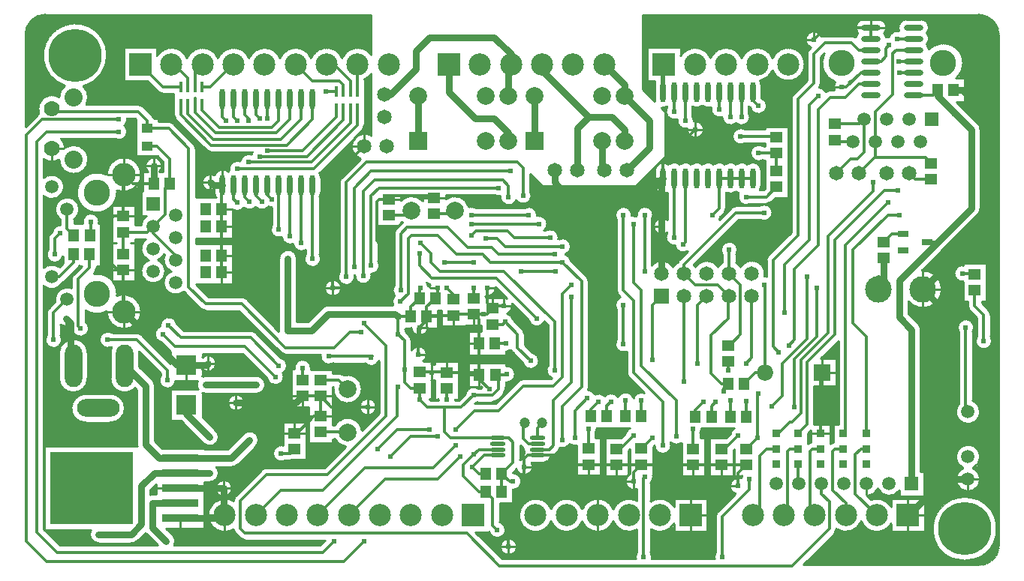
<source format=gbl>
%FSTAX24Y24*%
%MOIN*%
G70*
G01*
G75*
G04 Layer_Physical_Order=2*
G04 Layer_Color=16711680*
%ADD10C,0.0100*%
%ADD11O,0.0276X0.0984*%
%ADD12R,0.0787X0.0571*%
%ADD13R,0.0591X0.0315*%
%ADD14R,0.0551X0.0472*%
%ADD15R,0.0472X0.0551*%
%ADD16R,0.0118X0.0591*%
%ADD17R,0.0591X0.0118*%
%ADD18C,0.0394*%
%ADD19R,0.0472X0.0532*%
%ADD20R,0.0532X0.0472*%
%ADD21R,0.1969X0.2756*%
%ADD22R,0.1732X0.0866*%
%ADD23R,0.1378X0.0748*%
%ADD24R,0.0177X0.0453*%
%ADD25R,0.1575X0.0670*%
%ADD26R,0.0945X0.0236*%
%ADD27O,0.0945X0.0236*%
%ADD28R,0.0512X0.0394*%
%ADD29C,0.0300*%
%ADD30C,0.0120*%
%ADD31C,0.0472*%
%ADD32C,0.0984*%
%ADD33R,0.0984X0.0984*%
%ADD34C,0.0650*%
%ADD35C,0.1161*%
%ADD36C,0.0591*%
%ADD37R,0.0591X0.0591*%
%ADD38C,0.0591*%
%ADD39R,0.0591X0.0591*%
%ADD40C,0.1181*%
%ADD41C,0.0787*%
%ADD42R,0.0728X0.0728*%
%ADD43C,0.0728*%
%ADD44R,0.0650X0.0650*%
%ADD45R,0.0787X0.0787*%
%ADD46C,0.1043*%
%ADD47R,0.0591X0.0591*%
%ADD48O,0.1890X0.0787*%
%ADD49O,0.0787X0.1890*%
%ADD50C,0.0700*%
%ADD51C,0.0800*%
%ADD52C,0.2362*%
%ADD53C,0.0240*%
%ADD54R,0.0374X0.0335*%
%ADD55O,0.0866X0.0236*%
%ADD56O,0.0709X0.0177*%
%ADD57O,0.0236X0.0906*%
%ADD58R,0.1634X0.0374*%
%ADD59R,0.3701X0.3228*%
%ADD60R,0.0906X0.0906*%
%ADD61R,0.0472X0.0256*%
%ADD62C,0.0200*%
D10*
X023196Y015686D02*
G03*
X02355Y0151I000354J-000186D01*
G01*
X025D02*
G03*
X025283Y015217I0J0004D01*
G01*
X025Y0151D02*
G03*
X025283Y015217I0J0004D01*
G01*
X022972Y021754D02*
G03*
X022972Y020467I0J-000644D01*
G01*
X02525Y019489D02*
G03*
X025257Y019414I0004J0D01*
G01*
X02525Y019489D02*
G03*
X025257Y019414I0004J0D01*
G01*
X024718Y02111D02*
G03*
X024074Y021754I-000644J0D01*
G01*
Y020467D02*
G03*
X024718Y02111I0J000644D01*
G01*
X025628Y015562D02*
G03*
X025667Y015517I000322J000238D01*
G01*
X025628Y015562D02*
G03*
X025667Y015517I000322J000238D01*
G01*
X02695Y0152D02*
G03*
X026833Y015483I-0004J0D01*
G01*
X026902Y01501D02*
G03*
X02695Y0152I-000352J00019D01*
G01*
X02595Y017281D02*
G03*
X02585Y017268I0J-0004D01*
G01*
X02595Y017281D02*
G03*
X02585Y017268I0J-0004D01*
G01*
X028481Y017819D02*
G03*
X028881Y018219I0J0004D01*
G01*
D02*
G03*
X028776Y018489I-0004J0D01*
G01*
X028198Y019536D02*
G03*
X028881Y019819I000283J000283D01*
G01*
X028153Y021778D02*
G03*
X0283Y02175I000147J000372D01*
G01*
X028881Y019819D02*
G03*
X028764Y020102I-0004J0D01*
G01*
X02124Y024352D02*
G03*
X02192Y02415I00031J-000202D01*
G01*
X021777Y022449D02*
G03*
X023065Y022449I000644J0D01*
G01*
X024061D02*
G03*
X025172Y022006I000644J0D01*
G01*
X023065Y023551D02*
G03*
X021777Y023551I-000644J0D01*
G01*
X024152Y02446D02*
G03*
X02412Y023821I-000202J-00031D01*
G01*
Y023821D02*
G03*
X024061Y023551I000584J-00027D01*
G01*
X02192Y02415D02*
G03*
X02186Y024352I-00037J0D01*
G01*
X02234Y02475D02*
G03*
X022385Y024589I00031J0D01*
G01*
X02234Y02475D02*
G03*
X022385Y024589I00031J0D01*
G01*
X021331Y025569D02*
G03*
X02124Y02535I000219J-000219D01*
G01*
X02186Y024818D02*
G03*
X02234Y024818I00024J000282D01*
G01*
X021331Y025569D02*
G03*
X02124Y02535I000219J-000219D01*
G01*
X022385Y024589D02*
G03*
X02312Y02465I000365J000061D01*
G01*
D02*
G03*
X02296Y024955I-00037J0D01*
G01*
Y025458D02*
G03*
X023898Y025408I00051J000742D01*
G01*
X023898Y025408D02*
G03*
X025442Y0254I000772J-000008D01*
G01*
D02*
G03*
X024365Y026109I-000772J0D01*
G01*
X02605Y022094D02*
G03*
X025933Y022377I-0004J0D01*
G01*
X02605Y022094D02*
G03*
X025933Y022377I-0004J0D01*
G01*
X027937Y022319D02*
G03*
X027952Y021953I000363J-000169D01*
G01*
X02629Y022552D02*
G03*
X026969Y022319I00031J-000202D01*
G01*
X0283Y02255D02*
G03*
X028153Y022522I0J-0004D01*
G01*
X02877Y023096D02*
G03*
X028153Y023371I-00037J0D01*
G01*
Y022821D02*
G03*
X02877Y023096I000247J000275D01*
G01*
X025348Y023551D02*
G03*
X025345Y023617I-000644J0D01*
G01*
X025469Y024369D02*
G03*
X02525Y02446I-000219J-000219D01*
G01*
X025469Y024369D02*
G03*
X02525Y02446I-000219J-000219D01*
G01*
X026283Y024751D02*
G03*
X026324Y024038I000117J-000351D01*
G01*
X027012Y024876D02*
G03*
X026283Y024751I-000362J-000076D01*
G01*
X028081Y025531D02*
G03*
X0283Y02544I000219J000219D01*
G01*
X028081Y025531D02*
G03*
X0283Y02544I000219J000219D01*
G01*
X02954Y016977D02*
G03*
X029541Y015723I-000396J-000628D01*
G01*
D02*
G03*
X029631Y015531I000309J000027D01*
G01*
X029541Y015723D02*
G03*
X029631Y015531I000309J000027D01*
G01*
X02947Y01755D02*
G03*
X02947Y01755I-00037J0D01*
G01*
X029631Y017219D02*
G03*
X02954Y017I000219J-000219D01*
G01*
X029631Y017219D02*
G03*
X02954Y017I000219J-000219D01*
G01*
X029831Y015331D02*
G03*
X03005Y01524I000219J000219D01*
G01*
X029831Y015331D02*
G03*
X03005Y01524I000219J000219D01*
G01*
X031Y01846D02*
G03*
X030781Y018369I0J-00031D01*
G01*
X031Y01846D02*
G03*
X030781Y018369I0J-00031D01*
G01*
X029439Y018489D02*
G03*
X029721Y018606I0J0004D01*
G01*
X029439Y018489D02*
G03*
X029721Y018606I0J0004D01*
G01*
X03002Y021354D02*
G03*
X03002Y021354I-00037J0D01*
G01*
X030533Y019417D02*
G03*
X03065Y0197I-000283J000283D01*
G01*
X031734Y01946D02*
G03*
X031852Y01879I-000084J-00036D01*
G01*
X03065Y0197D02*
G03*
X029967Y019983I-0004J0D01*
G01*
X032054Y01879D02*
G03*
X032162Y018809I0J00031D01*
G01*
X032054Y01879D02*
G03*
X032162Y018809I0J00031D01*
G01*
X034032Y019736D02*
G03*
X034513Y019402I000568J000304D01*
G01*
X035238Y020126D02*
G03*
X034039Y020356I-000638J-000087D01*
G01*
X03587Y021168D02*
G03*
X03587Y021168I-00037J0D01*
G01*
X038633Y021505D02*
G03*
X038635Y02146I00037J-000008D01*
G01*
X03055Y02175D02*
G03*
X03095Y02215I0J0004D01*
G01*
D02*
G03*
X03055Y02255I-0004J0D01*
G01*
X031038Y022424D02*
G03*
X03177Y0225I000362J000076D01*
G01*
D02*
G03*
X031726Y022675I-00037J0D01*
G01*
X03192Y023D02*
G03*
X031626Y023362I-00037J0D01*
G01*
X031726Y022675D02*
G03*
X03192Y023I-000176J000325D01*
G01*
X03297Y0229D02*
G03*
X032234Y022845I-00037J0D01*
G01*
X030519Y024469D02*
G03*
X0303Y02456I-000219J-000219D01*
G01*
X030519Y024469D02*
G03*
X0303Y02456I-000219J-000219D01*
G01*
X031631Y023581D02*
G03*
X03185Y02349I000219J000219D01*
G01*
X031631Y023581D02*
G03*
X03185Y02349I000219J000219D01*
G01*
X032966Y022845D02*
G03*
X03297Y0229I-000366J000055D01*
G01*
X033962Y022044D02*
G03*
X035244Y021961I000638J-000084D01*
G01*
D02*
G03*
X03442Y022579I-000644J0D01*
G01*
X03442Y022579D02*
G03*
X034206Y022664I-000214J-000224D01*
G01*
X03442Y022579D02*
G03*
X034206Y022664I-000214J-000224D01*
G01*
X033398Y02349D02*
G03*
X033961Y023099I000361J-000081D01*
G01*
X038326Y022331D02*
G03*
X038474Y022352I000024J000369D01*
G01*
X035378Y023099D02*
G03*
X03599Y023204I000272J000251D01*
G01*
X038474Y023048D02*
G03*
X038326Y023069I-000124J-000348D01*
G01*
X037212Y024476D02*
G03*
X03716Y024602I-000362J-000076D01*
G01*
X037441Y024119D02*
G03*
X03735Y024338I-00031J0D01*
G01*
X037441Y024119D02*
G03*
X03735Y024338I-00031J0D01*
G01*
X03375Y0257D02*
G03*
X033467Y025583I0J-0004D01*
G01*
X03375Y0257D02*
G03*
X033467Y025583I0J-0004D01*
G01*
X037959Y023195D02*
G03*
X03812Y0235I-000209J000305D01*
G01*
D02*
G03*
X037441Y023704I-00037J0D01*
G01*
X037431Y024674D02*
G03*
X038169Y024674I000369J000026D01*
G01*
X021795Y027388D02*
G03*
X02111Y02736I-000325J-000438D01*
G01*
Y02654D02*
G03*
X021942Y026677I00036J00041D01*
G01*
X02129Y028152D02*
G03*
X021955Y027846I00031J-000202D01*
G01*
X02234Y026461D02*
G03*
X021614Y025852I-00019J-000511D01*
G01*
X021942Y026677D02*
G03*
X022015Y026731I-000146J000273D01*
G01*
X021942Y026677D02*
G03*
X022015Y026731I-000146J000273D01*
G01*
X022431Y027069D02*
G03*
X02234Y02685I000219J-000219D01*
G01*
X022431Y027069D02*
G03*
X02234Y02685I000219J-000219D01*
G01*
X024124Y026818D02*
G03*
X023327Y027089I-000654J-000618D01*
G01*
X022665Y027381D02*
G03*
X022708Y027434I-000219J000219D01*
G01*
X022665Y027381D02*
G03*
X022708Y027434I-000219J000219D01*
G01*
X023369Y027131D02*
G03*
X02346Y02735I-000219J000219D01*
G01*
X023369Y027131D02*
G03*
X02346Y02735I-000219J000219D01*
G01*
X021381Y028869D02*
G03*
X02129Y02865I000219J-000219D01*
G01*
X021381Y028869D02*
G03*
X02129Y02865I000219J-000219D01*
G01*
X02184Y02927D02*
G03*
X021488Y028976I00001J-00037D01*
G01*
X022015Y03095D02*
G03*
X02111Y03136I-000545J0D01*
G01*
Y03054D02*
G03*
X022015Y03095I00036J00041D01*
G01*
X02357Y0294D02*
G03*
X02284Y029316I-00037J0D01*
G01*
X02356D02*
G03*
X02357Y0294I-00036J000084D01*
G01*
X02246Y029501D02*
G03*
X022695Y02995I-00031J000449D01*
G01*
D02*
G03*
X02184Y029501I-000545J0D01*
G01*
X024365Y026109D02*
G03*
X02437Y0262I-000895J000091D01*
G01*
D02*
G03*
X024172Y026764I-0009J0D01*
G01*
D02*
G03*
X024124Y026818I-000702J-000564D01*
G01*
X025752Y0277D02*
G03*
X026515Y0272I000218J-0005D01*
G01*
X025636Y028631D02*
G03*
X025752Y0277I000334J-000431D01*
G01*
X026515Y0272D02*
G03*
X026188Y0277I-000545J0D01*
G01*
D02*
G03*
X026457Y027955I-000218J0005D01*
G01*
X024124Y030082D02*
G03*
X024172Y030136I-000654J000618D01*
G01*
D02*
G03*
X02437Y0307I-000702J000564D01*
G01*
D02*
G03*
X024365Y030791I-0009J0D01*
G01*
X025669Y029655D02*
G03*
X025427Y029251I000301J-000455D01*
G01*
X02111Y032178D02*
G03*
X02179Y032164I00035J000487D01*
G01*
X022059Y032697D02*
G03*
X021884Y03309I-000599J-000032D01*
G01*
X020899Y034221D02*
G03*
X020831Y034169I000151J-000271D01*
G01*
X020899Y034221D02*
G03*
X020831Y034169I000151J-000271D01*
G01*
X02179Y034936D02*
G03*
X020899Y034221I-00033J-000501D01*
G01*
X023898Y031492D02*
G03*
X024124Y030082I-000428J-000791D01*
G01*
X02179Y032164D02*
G03*
X02309Y03217I00065J000006D01*
G01*
D02*
G03*
X022059Y032697I-00065J0D01*
G01*
X023006Y03461D02*
G03*
X02309Y03493I-000566J00032D01*
G01*
X021181Y0386D02*
G03*
X0203Y037719I0J-000881D01*
G01*
X022042Y035444D02*
G03*
X02179Y034936I000398J-000514D01*
G01*
X02309Y03493D02*
G03*
X02287Y035418I-00065J0D01*
G01*
X023931Y0368D02*
G03*
X022042Y035444I-001431J0D01*
G01*
X02287Y035418D02*
G03*
X023931Y0368I-00037J001382D01*
G01*
X024248Y03309D02*
G03*
X02482Y0334I000202J00031D01*
G01*
D02*
G03*
X024698Y033675I-00037J0D01*
G01*
D02*
G03*
X02482Y03395I-000248J000275D01*
G01*
D02*
G03*
X024818Y03399I-00037J0D01*
G01*
X024365Y030791D02*
G03*
X025442Y0315I000305J000709D01*
G01*
X026249Y031626D02*
G03*
X026361Y031891I-000257J000266D01*
G01*
X025442Y0315D02*
G03*
X023898Y031492I-000772J0D01*
G01*
X026361Y031891D02*
G03*
X025734Y031626I-00037J0D01*
G01*
X025519Y034519D02*
G03*
X0253Y03461I-000219J-000219D01*
G01*
X025519Y034519D02*
G03*
X0253Y03461I-000219J-000219D01*
G01*
X025996Y033991D02*
G03*
X025919Y034119I-000296J-000091D01*
G01*
X025996Y033991D02*
G03*
X025919Y034119I-000296J-000091D01*
G01*
X026181Y035181D02*
G03*
X0264Y03509I000219J000219D01*
G01*
X026181Y035181D02*
G03*
X0264Y03509I000219J000219D01*
G01*
X026478Y027934D02*
G03*
X026752Y0272I000492J-000234D01*
G01*
D02*
G03*
X027325Y026286I000218J-0005D01*
G01*
X030119Y025969D02*
G03*
X0299Y02606I-000219J-000219D01*
G01*
X030119Y025969D02*
G03*
X0299Y02606I-000219J-000219D01*
G01*
X03235Y02775D02*
G03*
X03155Y02775I-0004J0D01*
G01*
X028682Y030696D02*
G03*
X028756Y030476I000368J0D01*
G01*
X029486Y029948D02*
G03*
X029997Y03003I000214J000302D01*
G01*
X032183Y028405D02*
G03*
X03274Y028133I000367J000045D01*
G01*
X031683Y028705D02*
G03*
X032183Y028405I000367J000045D01*
G01*
X03124Y029252D02*
G03*
X031683Y028705I00031J-000202D01*
G01*
X029997Y03003D02*
G03*
X030525Y030052I000253J00027D01*
G01*
D02*
G03*
X031088Y030067I000275J000248D01*
G01*
D02*
G03*
X03124Y03003I000162J000333D01*
G01*
X03432Y02645D02*
G03*
X03432Y02645I-00037J0D01*
G01*
X03424Y027152D02*
G03*
X03492Y02695I00031J-000202D01*
G01*
X03274Y027952D02*
G03*
X03342Y02775I00031J-000202D01*
G01*
X03492Y02695D02*
G03*
X034911Y02703I-00037J0D01*
G01*
X034931Y027031D02*
G03*
X03567Y027I000369J-000031D01*
G01*
D02*
G03*
X035661Y02708I-00037J0D01*
G01*
X036689Y026112D02*
G03*
X036612Y0257I000261J-000262D01*
G01*
X036652Y026564D02*
G03*
X036689Y026112I00031J-000202D01*
G01*
X038188Y026526D02*
G03*
X03812Y026692I-000366J-000054D01*
G01*
X038263Y026602D02*
G03*
X038238Y026526I000337J-000152D01*
G01*
X038131Y026681D02*
G03*
X038263Y026602I000219J000219D01*
G01*
X038131Y026681D02*
G03*
X038263Y026602I000219J000219D01*
G01*
X035661Y02708D02*
G03*
X03602Y02745I-000011J00037D01*
G01*
D02*
G03*
X03596Y027652I-00037J0D01*
G01*
X03342Y02775D02*
G03*
X03336Y027952I-00037J0D01*
G01*
Y030498D02*
G03*
X033418Y030696I-00031J000199D01*
G01*
X036743Y029081D02*
G03*
X036652Y028862I000219J-000219D01*
G01*
X036743Y029082D02*
G03*
X036652Y028862I000219J-000219D01*
G01*
X037924Y030323D02*
G03*
X036976Y030346I-000485J-000423D01*
G01*
X02786Y03265D02*
G03*
X027769Y032869I-00031J0D01*
G01*
X02786Y03265D02*
G03*
X027769Y032869I-00031J0D01*
G01*
X028695Y031464D02*
G03*
X028682Y030828I-000195J-000314D01*
G01*
X0293Y031636D02*
G03*
X028695Y031464I-00025J-00027D01*
G01*
X029339Y031668D02*
G03*
X0293Y031636I000211J-000302D01*
G01*
X029833Y032095D02*
G03*
X029339Y031668I-000133J-000345D01*
G01*
X028331Y032581D02*
G03*
X02855Y03249I000219J000219D01*
G01*
X028331Y032581D02*
G03*
X02855Y03249I000219J000219D01*
G01*
X030342Y032392D02*
G03*
X029833Y032095I-000142J-000342D01*
G01*
X026876Y033763D02*
G03*
X026656Y033854I-000219J-000219D01*
G01*
X026876Y033763D02*
G03*
X026656Y033854I-000219J-000219D01*
G01*
X02689Y03415D02*
G03*
X026981Y033931I00031J0D01*
G01*
X02689Y03415D02*
G03*
X026981Y033931I00031J0D01*
G01*
X027467Y036676D02*
G03*
X026142Y036783I-000689J-000276D01*
G01*
X028845Y036676D02*
G03*
X027467Y036676I-000689J-000276D01*
G01*
X030223D02*
G03*
X028845Y036676I-000689J-000276D01*
G01*
X033418Y031366D02*
G03*
X033357Y031569I-000368J0D01*
G01*
X034331Y031369D02*
G03*
X03424Y03115I000219J-000219D01*
G01*
X034331Y031369D02*
G03*
X03424Y03115I000219J-000219D01*
G01*
X030383Y03249D02*
G03*
X030342Y032392I000317J-00019D01*
G01*
X034921Y033133D02*
G03*
X035167Y032205I000429J-000383D01*
G01*
X03565Y03324D02*
G03*
X034967Y033179I-0003J-00049D01*
G01*
X035264Y033475D02*
G03*
X035355Y033695I-000219J000219D01*
G01*
X035264Y033476D02*
G03*
X035355Y033695I-000219J000219D01*
G01*
X031601Y036676D02*
G03*
X030223Y036676I-000689J-000276D01*
G01*
X032979D02*
G03*
X031601Y036676I-000689J-000276D01*
G01*
X034357Y036676D02*
G03*
X032979Y036676I-000689J-000276D01*
G01*
X03565Y036831D02*
G03*
X034357Y036676I-000604J-000431D01*
G01*
X035355Y035725D02*
G03*
X03565Y035969I-000309J000675D01*
G01*
X040892Y015607D02*
G03*
X04162Y0157I000358J000093D01*
G01*
D02*
G03*
X04136Y016053I-00037J0D01*
G01*
X04212Y01495D02*
G03*
X04212Y01495I-00037J0D01*
G01*
X043639Y016626D02*
G03*
X043639Y016074I-000689J-000276D01*
G01*
X043639D02*
G03*
X045017Y016074I000689J000276D01*
G01*
X041936Y01748D02*
G03*
X04232Y01785I000014J00037D01*
G01*
D02*
G03*
X041936Y01822I-00037J0D01*
G01*
X042093Y018404D02*
G03*
X04282Y0185I000357J000096D01*
G01*
X042455Y01887D02*
G03*
X04226Y018817I-000005J-00037D01*
G01*
X04282Y0185D02*
G03*
X042775Y018678I-00037J0D01*
G01*
X045017Y016626D02*
G03*
X043639Y016626I-000689J-000276D01*
G01*
X043292Y018678D02*
G03*
X043627Y018967I0J000339D01*
G01*
Y018967D02*
G03*
X043791Y019053I-000055J000305D01*
G01*
X043627Y018967D02*
G03*
X043791Y019053I-000055J000305D01*
G01*
X045017Y016074D02*
G03*
X046395Y016074I000689J000276D01*
G01*
Y016626D02*
G03*
X045017Y016626I-000689J-000276D01*
G01*
X04744Y014702D02*
G03*
X047391Y01441I00031J-000202D01*
G01*
X048109D02*
G03*
X04812Y0145I-000359J00009D01*
G01*
D02*
G03*
X04806Y014702I-00037J0D01*
G01*
X046395Y016074D02*
G03*
X04744Y015699I000689J000276D01*
G01*
X04806Y015726D02*
G03*
X049098Y015967I000402J000624D01*
G01*
X04744Y017001D02*
G03*
X046395Y016626I-000356J-000651D01*
G01*
X049098Y016733D02*
G03*
X04806Y016974I-000636J-000383D01*
G01*
X047076Y018144D02*
G03*
X047032Y018105I000224J-000294D01*
G01*
D02*
G03*
X04744Y017508I000268J-000255D01*
G01*
X047124Y018176D02*
G03*
X047076Y018144I000176J-000326D01*
G01*
X04806Y017787D02*
G03*
X04817Y01805I-00026J000263D01*
G01*
D02*
G03*
X048164Y018114I-00037J0D01*
G01*
X039371Y02146D02*
G03*
X039373Y021497I-000368J000037D01*
G01*
X040261Y021322D02*
G03*
X040386Y021374I-000076J000362D01*
G01*
Y021994D02*
G03*
X039822Y021761I-000202J-00031D01*
G01*
X040552Y022074D02*
G03*
X040533Y021994I000348J-000124D01*
G01*
X041034Y021374D02*
G03*
X041253Y021465I0J00031D01*
G01*
X041034Y021374D02*
G03*
X041254Y021465I0J00031D01*
G01*
X042447Y019144D02*
G03*
X042455Y01887I000313J-000128D01*
G01*
X042422Y019291D02*
G03*
X042447Y019144I000338J-000019D01*
G01*
X041519Y021731D02*
G03*
X04161Y02195I-000219J000219D01*
G01*
X041519Y021731D02*
G03*
X04161Y02195I-000219J000219D01*
G01*
X041645Y022253D02*
G03*
X042042Y022622I000027J000369D01*
G01*
X0424Y02241D02*
G03*
X042181Y022319I0J-00031D01*
G01*
X0424Y02241D02*
G03*
X042181Y022319I0J-00031D01*
G01*
X042042Y022622D02*
G03*
X041645Y022991I-00037J0D01*
G01*
X042375Y023136D02*
G03*
X043107Y023213I000362J000076D01*
G01*
X041636Y02363D02*
G03*
X041859Y023694I000014J00037D01*
G01*
X041859D02*
G03*
X041931Y023581I000291J000106D01*
G01*
X041859Y023694D02*
G03*
X041931Y023581I000291J000106D01*
G01*
X043969Y019231D02*
G03*
X044042Y019346I-000219J000219D01*
G01*
X043969Y019231D02*
G03*
X044042Y019346I-000219J000219D01*
G01*
Y019346D02*
G03*
X044468Y019511I000108J000354D01*
G01*
X044468D02*
G03*
X044774Y019438I000232J000289D01*
G01*
X04561Y019998D02*
G03*
X04567Y0202I-00031J000202D01*
G01*
X046025Y021648D02*
G03*
X045575Y021726I-000275J-000248D01*
G01*
X04823Y019439D02*
G03*
X04897Y01945I00037J000011D01*
G01*
X046604Y021611D02*
G03*
X046025Y021648I-000304J-000211D01*
G01*
X047297Y021561D02*
G03*
X046604Y021611I-000356J-000102D01*
G01*
X04897Y01945D02*
G03*
X048946Y019581I-00037J0D01*
G01*
X047122Y020224D02*
G03*
X046938Y019976I000178J-000324D01*
G01*
X047758Y021804D02*
G03*
X047297Y021561I-000108J-000354D01*
G01*
X043107Y023213D02*
G03*
X042814Y023575I-00037J0D01*
G01*
X045281Y021919D02*
G03*
X04531Y02205I-000281J000131D01*
G01*
X045575Y021726D02*
G03*
X045281Y021919I-000325J-000176D01*
G01*
Y021919D02*
G03*
X04531Y02205I-000281J000131D01*
G01*
X04349Y023002D02*
G03*
X043667Y022455I00031J-000202D01*
G01*
X04699Y0227D02*
G03*
X047081Y022481I00031J0D01*
G01*
X04699Y0227D02*
G03*
X047081Y022481I00031J0D01*
G01*
X04654Y024152D02*
G03*
X04699Y023608I00031J-000202D01*
G01*
X05094Y014702D02*
G03*
X050891Y01441I00031J-000202D01*
G01*
X056219Y015531D02*
G03*
X05631Y015733I-000219J000219D01*
G01*
X056219Y015531D02*
G03*
X05631Y015733I-000219J000219D01*
G01*
D02*
G03*
X057411Y016074I000413J000617D01*
G01*
X057411D02*
G03*
X058736Y015967I000689J000276D01*
G01*
X051031Y016519D02*
G03*
X05094Y0163I000219J-000219D01*
G01*
X051031Y016519D02*
G03*
X05094Y0163I000219J-000219D01*
G01*
X058736Y016733D02*
G03*
X057842Y017046I-000636J-000383D01*
G01*
X052083Y017995D02*
G03*
X051817Y017305I-000133J-000345D01*
G01*
X057683Y017206D02*
G03*
X05815Y017532I-000033J000544D01*
G01*
X052114Y018105D02*
G03*
X052083Y017995I000336J-000155D01*
G01*
X062619Y01415D02*
G03*
X0635Y015031I0J000881D01*
G01*
X063431Y01575D02*
G03*
X063431Y01575I-001431J0D01*
G01*
X05815Y017532D02*
G03*
X059105Y017449I0005J000218D01*
G01*
X061932Y01845D02*
G03*
X062695Y01795I000218J-0005D01*
G01*
D02*
G03*
X062368Y01845I-000545J0D01*
G01*
X048946Y019581D02*
G03*
X049424Y019556I000254J000269D01*
G01*
X055163Y019598D02*
G03*
X055037Y019525I000087J-000298D01*
G01*
X056163Y019598D02*
G03*
X056037Y019525I000087J-000298D01*
G01*
X055163Y019598D02*
G03*
X055037Y019525I000087J-000298D01*
G01*
X056163Y019598D02*
G03*
X056037Y019525I000087J-000298D01*
G01*
X05026Y019998D02*
G03*
X05032Y0202I-00031J000202D01*
G01*
X051772Y020216D02*
G03*
X051588Y019968I000178J-000324D01*
G01*
X062368Y01845D02*
G03*
X062695Y01895I-000218J0005D01*
G01*
D02*
G03*
X061932Y01845I-000545J0D01*
G01*
X06174Y021309D02*
G03*
X062695Y02095I00041J-000359D01*
G01*
D02*
G03*
X06236Y021453I-000545J0D01*
G01*
X06254Y024302D02*
G03*
X06322Y0241I00031J-000202D01*
G01*
D02*
G03*
X06316Y024302I-00037J0D01*
G01*
X04192Y02565D02*
G03*
X041904Y025758I-00037J0D01*
G01*
X040726Y026088D02*
G03*
X04117Y02645I000074J000362D01*
G01*
X041658Y026004D02*
G03*
X041576Y026019I-000108J-000354D01*
G01*
X04117Y02645D02*
G03*
X041167Y026494I-00037J0D01*
G01*
X04246Y0244D02*
G03*
X042369Y024619I-00031J0D01*
G01*
X041962Y025026D02*
G03*
X041692Y025308I-000362J-000076D01*
G01*
X04246Y0244D02*
G03*
X042369Y024619I-00031J0D01*
G01*
X042638Y025024D02*
G03*
X043345Y024967I000362J000076D01*
G01*
X041692Y025308D02*
G03*
X04192Y02565I-000142J000342D01*
G01*
X04531Y02675D02*
G03*
X045219Y026969I-00031J0D01*
G01*
X04531Y02675D02*
G03*
X045219Y026969I-00031J0D01*
G01*
X040302Y03001D02*
G03*
X039986Y030052I-000202J-00031D01*
G01*
X039986Y030052D02*
G03*
X038976Y030416I-000625J-000152D01*
G01*
X041382Y030539D02*
G03*
X042088Y03035I000368J-000039D01*
G01*
X041098Y03059D02*
G03*
X041382Y030539I000202J00031D01*
G01*
X042088Y03035D02*
G03*
X04277Y03055I000312J0002D01*
G01*
X044512Y027676D02*
G03*
X04427Y02795I-000362J-000076D01*
G01*
D02*
G03*
X04452Y0283I-00012J00035D01*
G01*
D02*
G03*
X043961Y028618I-00037J0D01*
G01*
Y028618D02*
G03*
X04397Y0287I-000361J000082D01*
G01*
X043018Y029661D02*
G03*
X04302Y0297I-000368J000039D01*
G01*
D02*
G03*
X042448Y03001I-00037J0D01*
G01*
X04347Y0293D02*
G03*
X043018Y029661I-00037J0D01*
G01*
X04397Y0287D02*
G03*
X043398Y02901I-00037J0D01*
G01*
X04333D02*
G03*
X04347Y0293I-00023J00029D01*
G01*
X046717Y026045D02*
G03*
X04654Y025498I000133J-000345D01*
G01*
Y02635D02*
G03*
X046631Y026131I00031J0D01*
G01*
X04654Y02635D02*
G03*
X046631Y026131I00031J0D01*
G01*
X04905Y027384D02*
G03*
X04811Y02747I-0005J-000284D01*
G01*
X049254Y027593D02*
G03*
X04905Y027384I000296J-000493D01*
G01*
X05005D02*
G03*
X049975Y027487I-0005J-000284D01*
G01*
X05105Y027384D02*
G03*
X05005Y027384I-0005J-000284D01*
G01*
X049331Y027719D02*
G03*
X049254Y027593I000219J-000219D01*
G01*
X049331Y027719D02*
G03*
X049254Y027593I000219J-000219D01*
G01*
X05124Y027584D02*
G03*
X05105Y027384I00031J-000484D01*
G01*
X05205D02*
G03*
X05186Y027584I-0005J-000284D01*
G01*
X049136Y028332D02*
G03*
X049701Y028089I000364J000068D01*
G01*
X04879Y028902D02*
G03*
X049136Y028332I00031J-000202D01*
G01*
X047434Y029645D02*
G03*
X047218Y029661I-000134J-000345D01*
G01*
X04722Y0297D02*
G03*
X04654Y029498I-00037J0D01*
G01*
X04817Y0297D02*
G03*
X047434Y029645I-00037J0D01*
G01*
X047218Y029661D02*
G03*
X04722Y0297I-000368J000039D01*
G01*
X04811Y029498D02*
G03*
X04817Y0297I-00031J000202D01*
G01*
X04879Y029482D02*
G03*
X04879Y028918I-00024J-000282D01*
G01*
X051111Y029499D02*
G03*
X051162Y029624I-000311J000201D01*
G01*
X05192Y02815D02*
G03*
X05124Y027948I-00037J0D01*
G01*
X05186D02*
G03*
X05192Y02815I-00031J000202D01*
G01*
X051319Y029781D02*
G03*
X05141Y03I-000219J000219D01*
G01*
X051319Y029781D02*
G03*
X05141Y03I-000219J000219D01*
G01*
X05185Y03011D02*
G03*
X051631Y030019I0J-00031D01*
G01*
X05185Y03011D02*
G03*
X051631Y030019I0J-00031D01*
G01*
X04277Y03055D02*
G03*
X04271Y030752I-00037J0D01*
G01*
X048232Y031006D02*
G03*
X04879Y030691I000368J0D01*
G01*
X04885Y031945D02*
G03*
X048232Y031675I-00025J-00027D01*
G01*
Y034825D02*
G03*
X048237Y034763I000368J0D01*
G01*
X04825Y035608D02*
G03*
X048232Y035494I00035J-000114D01*
G01*
X04935Y031945D02*
G03*
X04885Y031945I-00025J-00027D01*
G01*
X048538Y034462D02*
G03*
X04879Y03451I000062J000363D01*
G01*
Y034502D02*
G03*
X049234Y033955I00031J-000202D01*
G01*
X04985Y031945D02*
G03*
X04935Y031945I-00025J-00027D01*
G01*
X05035D02*
G03*
X04985Y031945I-00025J-00027D01*
G01*
X05085D02*
G03*
X05035Y031945I-00025J-00027D01*
G01*
X05135D02*
G03*
X05085Y031945I-00025J-00027D01*
G01*
X049682Y033539D02*
G03*
X05042Y0335I000368J-000039D01*
G01*
D02*
G03*
X049968Y033861I-00037J0D01*
G01*
X05141Y030691D02*
G03*
X05185Y030736I00019J000315D01*
G01*
Y031945D02*
G03*
X05135Y031945I-00025J-00027D01*
G01*
X05185Y030736D02*
G03*
X051968Y030662I00025J00027D01*
G01*
X05235Y031945D02*
G03*
X05185Y031945I-00025J-00027D01*
G01*
X051968Y030662D02*
G03*
X052502Y03019I000332J-000162D01*
G01*
X05225Y033508D02*
G03*
X05225Y032888I-000202J-00031D01*
G01*
X049234Y033955D02*
G03*
X049682Y033539I000366J-000055D01*
G01*
X04997Y0339D02*
G03*
X04991Y034102I-00037J0D01*
G01*
Y03451D02*
G03*
X05035Y034555I00019J000315D01*
G01*
X049968Y033861D02*
G03*
X04997Y0339I-000368J000039D01*
G01*
X05035Y034555D02*
G03*
X05074Y034484I00025J00027D01*
G01*
X050717Y036676D02*
G03*
X049392Y036783I-000689J-000276D01*
G01*
X05123Y034054D02*
G03*
X05185Y033777I00037J-000004D01*
G01*
D02*
G03*
X05247Y03405I00025J000273D01*
G01*
X05074Y034484D02*
G03*
X05123Y034054I00036J-000084D01*
G01*
X05247Y03405D02*
G03*
X05241Y034252I-00037J0D01*
G01*
Y03451D02*
G03*
X052487Y034474I00019J000315D01*
G01*
X052095Y036676D02*
G03*
X050717Y036676I-000689J-000276D01*
G01*
X053125Y0271D02*
G03*
X05205Y027384I-000575J0D01*
G01*
X05311Y02697D02*
G03*
X053125Y0271I-00056J00013D01*
G01*
X05319Y026959D02*
G03*
X05311Y02697I-00009J-000359D01*
G01*
X053281Y027919D02*
G03*
X05319Y0277I000219J-000219D01*
G01*
X053281Y027919D02*
G03*
X05319Y0277I000219J-000219D01*
G01*
X0532Y03019D02*
G03*
X053419Y030281I0J00031D01*
G01*
X05347Y0298D02*
G03*
X052898Y03011I-00037J0D01*
G01*
Y02949D02*
G03*
X05347Y0298I000202J00031D01*
G01*
X06005Y0246D02*
G03*
X059933Y024883I-0004J0D01*
G01*
X06005Y0246D02*
G03*
X059933Y024883I-0004J0D01*
G01*
X059504Y025862D02*
G03*
X060991Y0264I000646J000538D01*
G01*
D02*
G03*
X060105Y027239I-000841J0D01*
G01*
X052912Y03081D02*
G03*
X052968Y031006I-000312J000196D01*
G01*
X0532Y03019D02*
G03*
X053419Y030281I0J00031D01*
G01*
X052968Y031675D02*
G03*
X05235Y031945I-000368J0D01*
G01*
X053052Y03276D02*
G03*
X053052Y03214I-000202J-00031D01*
G01*
X06242Y0247D02*
G03*
X06174Y024498I-00037J0D01*
G01*
X06236D02*
G03*
X06242Y0247I-00031J000202D01*
G01*
X06214Y02565D02*
G03*
X062231Y025431I00031J0D01*
G01*
X06214Y02565D02*
G03*
X062231Y025431I00031J0D01*
G01*
X061934Y027468D02*
G03*
X061934Y026732I-000034J-000368D01*
G01*
X06316Y02525D02*
G03*
X063069Y025469I-00031J0D01*
G01*
X06316Y02525D02*
G03*
X063069Y025469I-00031J0D01*
G01*
X062583Y029717D02*
G03*
X0627Y03I-000283J000283D01*
G01*
X062583Y029717D02*
G03*
X0627Y03I-000283J000283D01*
G01*
X052488Y034474D02*
G03*
X05322Y03455I000362J000076D01*
G01*
D02*
G03*
X052968Y034901I-00037J0D01*
G01*
X054381Y035069D02*
G03*
X05429Y03485I000219J-000219D01*
G01*
X052923Y035671D02*
G03*
X053473Y036124I-000139J000729D01*
G01*
X052968Y035494D02*
G03*
X052923Y035671I-000368J0D01*
G01*
X054381Y035069D02*
G03*
X05429Y03485I000219J-000219D01*
G01*
X05583Y035168D02*
G03*
X05555Y035367I-00033J-000168D01*
G01*
Y035367D02*
G03*
X05561Y03555I-00025J000183D01*
G01*
X05555Y035367D02*
G03*
X05561Y03555I-00025J000183D01*
G01*
X056038Y035248D02*
G03*
X05583Y035168I0J-00031D01*
G01*
X056038Y035248D02*
G03*
X05583Y035168I0J-00031D01*
G01*
X056246Y035611D02*
G03*
X056213Y035248I000304J-000211D01*
G01*
X053473Y036124D02*
G03*
X054904Y0364I000689J000276D01*
G01*
X055777Y036889D02*
G03*
X056246Y035611I000773J-000441D01*
G01*
X053473Y036676D02*
G03*
X052095Y036676I-000689J-000276D01*
G01*
X054904Y0364D02*
G03*
X053473Y036676I-000742J0D01*
G01*
X055081Y037069D02*
G03*
X05499Y03685I000219J-000219D01*
G01*
X055081Y037069D02*
G03*
X05499Y03685I000219J-000219D01*
G01*
X0558Y03766D02*
G03*
X05565Y037621I0J-00031D01*
G01*
X0558Y03766D02*
G03*
X05565Y037621I0J-00031D01*
G01*
D02*
G03*
X055167Y037155I-00035J-000121D01*
G01*
X056879Y035569D02*
G03*
X056854Y035611I-000329J-000169D01*
G01*
D02*
G03*
X056976Y035667I-000304J000836D01*
G01*
X060413Y037069D02*
G03*
X060316Y037288I-000367J-000031D01*
G01*
X061633Y035776D02*
G03*
X06194Y036448I-000583J000672D01*
G01*
D02*
G03*
X060413Y037069I-00089J0D01*
G01*
X060316Y037288D02*
G03*
X060414Y037538I-00027J00025D01*
G01*
X0627Y0335D02*
G03*
X062583Y033783I-0004J0D01*
G01*
X0627Y0335D02*
G03*
X062583Y033783I-0004J0D01*
G01*
X057163Y037596D02*
G03*
X056974Y03766I-000188J-000246D01*
G01*
X057163Y037596D02*
G03*
X056974Y03766I-000188J-000246D01*
G01*
X057256Y037788D02*
G03*
X057163Y037596I00027J-00025D01*
G01*
X057526Y038406D02*
G03*
X057256Y037788I0J-000368D01*
G01*
X05852Y037596D02*
G03*
X058426Y037788I-000363J-000058D01*
G01*
X058642Y03762D02*
G03*
X05852Y037596I000008J-00037D01*
G01*
X058426Y037788D02*
G03*
X058524Y038038I-00027J00025D01*
G01*
D02*
G03*
X058156Y038406I-000368J0D01*
G01*
X060414Y037538D02*
G03*
X060316Y037788I-000368J0D01*
G01*
X059081Y037886D02*
G03*
X058642Y03762I-000082J-000361D01*
G01*
X060316Y037788D02*
G03*
X060414Y038038I-00027J00025D01*
G01*
X059416Y038406D02*
G03*
X059081Y037886I0J-000368D01*
G01*
X0635Y037719D02*
G03*
X062619Y0386I-000881J0D01*
G01*
X060414Y038038D02*
G03*
X060046Y038406I-000368J0D01*
G01*
X02111Y0159D02*
X021143D01*
X02111Y016D02*
X021143D01*
X021153Y015686D02*
X021828Y01501D01*
X02111Y0158D02*
X021143D01*
X02111Y015728D02*
X021143Y015695D01*
X02111Y0164D02*
X021143D01*
X02111Y0165D02*
X021143D01*
X02111Y0161D02*
X021143D01*
X02111Y0163D02*
X021143D01*
X02111Y0162D02*
X021143D01*
X0219Y01501D02*
Y015686D01*
X0218Y015038D02*
Y015686D01*
X0222Y01501D02*
Y015686D01*
X022Y01501D02*
Y015686D01*
X0221Y01501D02*
Y015686D01*
X0214Y015438D02*
Y015686D01*
X0212Y015638D02*
Y015686D01*
X0213Y015538D02*
Y015686D01*
X0217Y015138D02*
Y015686D01*
X0215Y015338D02*
Y015686D01*
X0216Y015238D02*
Y015686D01*
X02111Y0169D02*
X021143D01*
X02111Y017D02*
X021143D01*
X02111Y0166D02*
X021143D01*
X02111Y0168D02*
X021143D01*
X02111Y0167D02*
X021143D01*
X02111Y0174D02*
X021143D01*
X02111Y0176D02*
X021143D01*
X02111Y0175D02*
X021143D01*
X02111Y0171D02*
X021143D01*
X02111Y0173D02*
X021143D01*
X02111Y0172D02*
X021143D01*
X02111Y0179D02*
X021143D01*
X02111Y018D02*
X021143D01*
X02111Y0177D02*
X021143D01*
X02111Y0178D02*
X021143D01*
Y015695D02*
Y019414D01*
X02111Y0184D02*
X021143D01*
X02111Y0186D02*
X021143D01*
X02111Y0185D02*
X021143D01*
X02111Y0181D02*
X021143D01*
X02111Y0183D02*
X021143D01*
X02111Y0182D02*
X021143D01*
X0236Y01501D02*
Y0151D01*
X0235Y01501D02*
Y015103D01*
X021828Y01501D02*
X026174D01*
X0237D02*
Y0151D01*
X024Y01501D02*
Y0151D01*
X0239Y01501D02*
Y0151D01*
X021738D02*
X02355D01*
X0238Y01501D02*
Y0151D01*
X02355D02*
X025D01*
X02355D02*
X025D01*
X0241Y01501D02*
Y0151D01*
X0243Y01501D02*
Y0151D01*
X0242Y01501D02*
Y0151D01*
X0246Y01501D02*
Y0151D01*
X0244Y01501D02*
Y0151D01*
X0245Y01501D02*
Y0151D01*
X0249Y01501D02*
Y0151D01*
X0247Y01501D02*
Y0151D01*
X0248Y01501D02*
Y0151D01*
X025Y01501D02*
Y0151D01*
X026084D01*
X0251Y01501D02*
Y015113D01*
X0224Y01501D02*
Y015686D01*
X0223Y01501D02*
Y015686D01*
X0227Y01501D02*
Y015686D01*
X0225Y01501D02*
Y015686D01*
X0226Y01501D02*
Y015686D01*
X021438Y0154D02*
X023163D01*
X021238Y0156D02*
X023163D01*
X021338Y0155D02*
X02315D01*
X021638Y0152D02*
X023285D01*
X021153Y015686D02*
X023196D01*
X021538Y0153D02*
X023204D01*
X0229Y01501D02*
Y015686D01*
X0228Y01501D02*
Y015686D01*
X0232Y01501D02*
Y015306D01*
X023Y01501D02*
Y015686D01*
X0231Y01501D02*
Y015686D01*
X0234Y01501D02*
Y015129D01*
X0233Y01501D02*
Y015188D01*
X0252Y01501D02*
Y015154D01*
X02111Y019D02*
X021143D01*
X02111Y0191D02*
X021143D01*
X02111Y0187D02*
X021143D01*
X02111Y0189D02*
X021143D01*
X02111Y0188D02*
X021143D01*
X02111Y0192D02*
X021143D01*
X02111Y0194D02*
X021143D01*
X02111Y0193D02*
X021143D01*
X0229Y019414D02*
Y020471D01*
X02111Y0205D02*
X022767D01*
X0228Y019414D02*
Y02049D01*
X0237Y019414D02*
Y020467D01*
X0236Y019414D02*
Y020467D01*
X024Y019414D02*
Y020467D01*
X0238Y019414D02*
Y020467D01*
X0239Y019414D02*
Y020467D01*
X0232Y019414D02*
Y020467D01*
X023Y019414D02*
Y020467D01*
X0231Y019414D02*
Y020467D01*
X0235Y019414D02*
Y020467D01*
X0233Y019414D02*
Y020467D01*
X0234Y019414D02*
Y020467D01*
X02111Y0209D02*
X022364D01*
X02111Y021D02*
X022338D01*
X02111Y0206D02*
X02258D01*
X02111Y0208D02*
X022408D01*
X02111Y0207D02*
X022476D01*
X02111Y0211D02*
X022328D01*
X02111Y0213D02*
X022357D01*
X02111Y0212D02*
X022335D01*
X02111Y0214D02*
X022397D01*
X02111Y0217D02*
X022714D01*
X02111Y0216D02*
X022554D01*
X0223Y019414D02*
Y021817D01*
X0222Y019414D02*
Y021844D01*
X0227Y019414D02*
Y020527D01*
X0224Y019414D02*
Y020815D01*
X0225Y019414D02*
Y020673D01*
X02111Y0215D02*
X02246D01*
X0224Y021405D02*
Y021805D01*
X0225Y021548D02*
Y02181D01*
X0226Y019414D02*
Y020585D01*
Y021636D02*
Y021831D01*
X02111Y0197D02*
X02525D01*
X02111Y0198D02*
X02525D01*
X021143Y019414D02*
X025257D01*
X02111Y0196D02*
X02525D01*
X02111Y0195D02*
X02525D01*
X02111Y0202D02*
X02525D01*
X02111Y0204D02*
X02525D01*
X02111Y0203D02*
X02525D01*
X02111Y0199D02*
X02525D01*
X02111Y0201D02*
X02525D01*
X02111Y02D02*
X02525D01*
X0241Y019414D02*
Y020467D01*
X0242Y019414D02*
Y020479D01*
X0243Y019414D02*
Y020507D01*
X0244Y019414D02*
Y020555D01*
X02525Y019489D02*
Y01965D01*
X022972Y020467D02*
X024074D01*
X0245Y019414D02*
Y020627D01*
X024279Y0205D02*
X02525D01*
X024467Y0206D02*
X02525D01*
X0246Y019414D02*
Y020739D01*
Y021482D02*
Y021814D01*
X02457Y0207D02*
X02525D01*
X024587Y0215D02*
X02525D01*
X022972Y021754D02*
X024074D01*
X0245Y021593D02*
Y021838D01*
X024492Y0216D02*
X02525D01*
X02111Y0218D02*
X02525D01*
X024332Y0217D02*
X02525D01*
X0247Y019414D02*
Y020959D01*
X0248Y019414D02*
Y021812D01*
X024638Y0208D02*
X02525D01*
X024683Y0209D02*
X02525D01*
X0249Y019414D02*
Y021836D01*
X024709Y021D02*
X02525D01*
X0247Y021262D02*
Y021805D01*
X024718Y0211D02*
X02525D01*
X024712Y0212D02*
X02525D01*
X024649Y0214D02*
X02525D01*
X02469Y0213D02*
X02525D01*
X0253Y01501D02*
Y015234D01*
X0254Y01501D02*
Y015334D01*
X025265Y0152D02*
X025984D01*
X0255Y01501D02*
Y015434D01*
X0256Y01501D02*
Y015534D01*
X025283Y015217D02*
X025628Y015562D01*
X025366Y0153D02*
X025884D01*
X025466Y0154D02*
X025784D01*
X025566Y0155D02*
X025684D01*
X0258Y01501D02*
Y015384D01*
X0257Y01501D02*
Y015484D01*
X026Y01501D02*
Y015184D01*
X025667Y015517D02*
X026174Y01501D01*
X0259D02*
Y015284D01*
X0261Y01501D02*
Y015084D01*
X0274Y01501D02*
Y015774D01*
X0272Y01501D02*
Y015774D01*
X0273Y01501D02*
Y015774D01*
X02585Y017268D02*
Y017484D01*
X026541Y015774D02*
X026833Y015483D01*
X0266Y015716D02*
Y015774D01*
X026094Y017281D02*
Y017318D01*
X0259Y017278D02*
Y017534D01*
X026Y017281D02*
Y017634D01*
X02595Y017281D02*
X026094D01*
X02585Y0173D02*
X026094D01*
Y017281D02*
Y017318D01*
X0271Y01501D02*
Y015774D01*
X027Y01501D02*
Y015774D01*
X0278Y01501D02*
Y015774D01*
X0275Y01501D02*
Y015774D01*
X0276Y01501D02*
Y015774D01*
X0269Y015394D02*
Y015774D01*
X0267Y015616D02*
Y015774D01*
X0268Y015516D02*
Y015774D01*
X0279Y01501D02*
Y015774D01*
X027161Y015824D02*
Y016211D01*
X0277Y01501D02*
Y015774D01*
X0281Y01501D02*
Y015774D01*
X028Y01501D02*
Y015774D01*
X026616Y0157D02*
X028785D01*
X026541Y015774D02*
X028228D01*
X0282Y01501D02*
Y015774D01*
X027161Y016211D02*
X028178D01*
X028228Y0164D02*
X028404D01*
X028228Y0163D02*
X028404D01*
X028228Y0158D02*
X028645D01*
X028228Y0165D02*
X028417D01*
X028228Y0159D02*
X028554D01*
X0286Y01501D02*
Y015845D01*
X0285Y01501D02*
Y015981D01*
X0291Y01501D02*
Y015609D01*
X0287Y01501D02*
Y015755D01*
X0288Y01501D02*
Y015692D01*
X028228Y0161D02*
X028445D01*
X028228Y015774D02*
Y016444D01*
Y0162D02*
X028417D01*
X029Y01501D02*
Y015622D01*
X028228Y016D02*
X028489D01*
X0289Y01501D02*
Y015649D01*
X028228Y016444D02*
Y016648D01*
Y017113D01*
Y0166D02*
X028445D01*
X028228Y0167D02*
X02849D01*
X028228Y016444D02*
Y016648D01*
Y0168D02*
X028554D01*
X028228Y017113D02*
Y017318D01*
Y0169D02*
X028646D01*
X028228Y017D02*
X028787D01*
X028228Y0173D02*
X028827D01*
X028228Y0172D02*
X02898D01*
X0284Y01501D02*
Y017819D01*
X0283Y01501D02*
Y017819D01*
X0285Y016718D02*
Y01782D01*
X0286Y016854D02*
Y017837D01*
X0287Y016944D02*
Y017885D01*
X028228Y017113D02*
Y017318D01*
Y017782D01*
X0288Y017007D02*
Y017333D01*
X029Y017078D02*
Y017194D01*
X0289Y01705D02*
Y017239D01*
X0291Y01723D02*
Y01755D01*
X02585Y0174D02*
X026094D01*
X02585Y017484D02*
X026094Y017728D01*
X025866Y0175D02*
X026094D01*
X025966Y0176D02*
X026094D01*
X02605Y019654D02*
X026379Y019326D01*
X02605Y0201D02*
X027634D01*
X02605Y0203D02*
X027434D01*
X02605Y0202D02*
X027534D01*
X02605Y0197D02*
X028034D01*
X02605Y0199D02*
X027834D01*
X02605Y0198D02*
X027934D01*
X026144Y01755D02*
X027161D01*
X026094Y017318D02*
Y017728D01*
X0276Y019326D02*
Y020134D01*
X0274Y019326D02*
Y020334D01*
X0275Y019326D02*
Y020234D01*
X0278Y019326D02*
Y019934D01*
X02605Y02D02*
X027734D01*
X0277Y019326D02*
Y020034D01*
X0281Y019326D02*
Y019634D01*
X0279Y019326D02*
Y019834D01*
X028Y019326D02*
Y019734D01*
X02605Y0207D02*
X026747D01*
X02605Y0208D02*
X026747D01*
X02605Y0204D02*
X027334D01*
X02605Y0206D02*
X026747D01*
X02605Y0205D02*
X027234D01*
X02605Y0216D02*
X026747D01*
X02605Y0218D02*
X026747D01*
X02605Y0217D02*
X026747D01*
X02605Y0209D02*
X026747D01*
X02605Y0211D02*
X026747D01*
X02605Y021D02*
X026747D01*
X0269Y019326D02*
Y020547D01*
X0268Y019326D02*
Y020547D01*
X0273Y019326D02*
Y020434D01*
X027Y019326D02*
Y020547D01*
X0272Y019326D02*
Y020534D01*
X02605Y0212D02*
X026747D01*
X02605Y0215D02*
X026747D01*
X02605Y0213D02*
X026747D01*
Y020547D02*
X027187D01*
X02605Y0214D02*
X026747D01*
X0271Y019326D02*
Y020547D01*
X028228Y0175D02*
X028733D01*
X027161Y01755D02*
X028178D01*
X028228Y0174D02*
X028762D01*
X028228Y0177D02*
X028762D01*
X028228Y0176D02*
X028733D01*
X028228Y017782D02*
Y017819D01*
X026379Y019326D02*
X028228D01*
Y017782D02*
Y017819D01*
Y0178D02*
X028827D01*
X028228Y019289D02*
Y019326D01*
Y017819D02*
X028481D01*
X0288Y017767D02*
Y017978D01*
X02878Y01755D02*
X0291D01*
X0289Y017861D02*
Y018489D01*
X0291Y01755D02*
Y01787D01*
X0285Y019289D02*
Y01942D01*
X0284Y019289D02*
Y019428D01*
X0286Y019289D02*
Y019437D01*
X028722Y0179D02*
X02898D01*
X029Y017906D02*
Y018489D01*
X0282Y019326D02*
Y019534D01*
X027187Y020547D02*
X028198Y019536D01*
X0283Y019289D02*
Y019462D01*
X026204Y0195D02*
X02824D01*
X026104Y0196D02*
X028134D01*
X028153Y020713D02*
Y021778D01*
X0282Y020666D02*
Y021763D01*
X028153Y020713D02*
X028764Y020102D01*
X0283Y020566D02*
Y02175D01*
X0287Y019289D02*
Y019485D01*
X0288Y019289D02*
Y019578D01*
X0291Y019289D02*
Y02175D01*
X0289Y019289D02*
Y02175D01*
X029Y019289D02*
Y02175D01*
X0286Y020266D02*
Y02175D01*
X0284Y020466D02*
Y02175D01*
X0285Y020366D02*
Y02175D01*
X0287Y020166D02*
Y02175D01*
X0288Y02006D02*
Y02175D01*
X02111Y0222D02*
X021827D01*
X02111Y0223D02*
X021795D01*
X02111Y0219D02*
X022084D01*
X02111Y0221D02*
X02188D01*
X02111Y022D02*
X021959D01*
X02111Y023D02*
X021777D01*
X02111Y0232D02*
X021777D01*
X02111Y0231D02*
X021777D01*
X02111Y0224D02*
X021779D01*
X02111Y0229D02*
X021777D01*
X02111Y0225D02*
X021777D01*
X0219Y019414D02*
Y022071D01*
X0218Y019414D02*
Y022279D01*
X0227Y021694D02*
Y021869D01*
X022Y019414D02*
Y021962D01*
X0221Y019414D02*
Y021891D01*
X02111Y0226D02*
X021777D01*
X02111Y0228D02*
X021777D01*
X02111Y0227D02*
X021777D01*
X0228Y021731D02*
Y021929D01*
X0229Y02175D02*
Y022019D01*
X023Y021754D02*
Y022168D01*
X0212Y019414D02*
Y02403D01*
X02111Y015728D02*
Y02654D01*
Y0233D02*
X021777D01*
X02111Y0234D02*
X021777D01*
X0213Y019414D02*
Y023877D01*
X02111Y0235D02*
X021777D01*
X02111Y0239D02*
X021277D01*
X02111Y0238D02*
X02143D01*
X02111Y0236D02*
X021779D01*
X02111Y0237D02*
X021795D01*
X0215Y019414D02*
Y023783D01*
X0214Y019414D02*
Y023812D01*
X021777Y022449D02*
Y023551D01*
X0216Y019414D02*
Y023783D01*
X0217Y019414D02*
Y023812D01*
X02167Y0238D02*
X021827D01*
X0218Y023721D02*
Y023877D01*
X021823Y0239D02*
X02188D01*
X0219Y023929D02*
Y02403D01*
X0229Y023981D02*
Y024312D01*
X023Y023832D02*
Y024377D01*
X023015Y0222D02*
X024111D01*
X022757Y0219D02*
X024368D01*
X022882Y022D02*
X024243D01*
X022962Y0221D02*
X024163D01*
X023065Y023D02*
X024061D01*
X023065Y0234D02*
X024061D01*
X023065Y0231D02*
X024061D01*
X023047Y0223D02*
X024078D01*
X023063Y0224D02*
X024062D01*
X023065Y0225D02*
X024061D01*
X0242Y021742D02*
Y022049D01*
X0241Y021753D02*
Y022227D01*
X0244Y021666D02*
Y021882D01*
X0243Y021713D02*
Y021948D01*
X023065Y0229D02*
X024061D01*
X023065Y0233D02*
X024061D01*
X023065Y0232D02*
X024061D01*
X023065Y0226D02*
X024061D01*
X023065Y0228D02*
X024061D01*
X023065Y0227D02*
X024061D01*
X023065Y022449D02*
Y023551D01*
X0231Y021754D02*
Y02453D01*
X0234Y021754D02*
Y025303D01*
X0232Y021754D02*
Y025341D01*
X0233Y021754D02*
Y025316D01*
X023015Y0238D02*
X02383D01*
X022962Y0239D02*
X023677D01*
X023065Y0235D02*
X024061D01*
X023047Y0237D02*
X024078D01*
X023063Y0236D02*
X024062D01*
X0236Y021754D02*
Y02403D01*
X0235Y021754D02*
Y025301D01*
X0239Y021754D02*
Y023783D01*
X0237Y021754D02*
Y023877D01*
X0238Y021754D02*
Y023812D01*
X024061Y022449D02*
Y023551D01*
X024Y021754D02*
Y023783D01*
X0241Y023773D02*
Y023812D01*
X02407Y0238D02*
X024111D01*
X02111Y0241D02*
X021183D01*
X02111Y0242D02*
X021183D01*
X02111Y024D02*
X021212D01*
X02111Y0243D02*
X021212D01*
X02111Y0244D02*
X02124D01*
X02111Y0247D02*
X02124D01*
X02111Y0245D02*
X02124D01*
X02186Y0244D02*
X022477D01*
X02111Y0246D02*
X02124D01*
X02186Y0245D02*
X022412D01*
X021888Y024D02*
X021959D01*
X022Y024038D02*
Y024744D01*
X021917Y0241D02*
X022084D01*
X0221Y024109D02*
Y02473D01*
X0222Y024156D02*
Y024744D01*
X02186Y0246D02*
X022379D01*
X02186Y0247D02*
X022344D01*
X0225Y02419D02*
Y024377D01*
X0224Y024195D02*
Y02453D01*
X02111Y0248D02*
X02124D01*
X0212Y02427D02*
Y026476D01*
X02111Y0249D02*
X02124D01*
X02111Y0251D02*
X02124D01*
X02111Y025D02*
X02124D01*
X02111Y0252D02*
X02124D01*
X02111Y0254D02*
X021244D01*
X02111Y0253D02*
X02124D01*
X02111Y0255D02*
X021279D01*
X02111Y0256D02*
X021362D01*
X02186Y024352D02*
Y024818D01*
X02124Y024352D02*
Y02535D01*
X0219Y02427D02*
Y024789D01*
X0223Y024183D02*
Y024789D01*
X0213Y025533D02*
Y026432D01*
X0214Y025638D02*
Y026409D01*
X02234Y02475D02*
Y024818D01*
X021331Y025569D02*
X021614Y025852D01*
X0221Y02478D02*
Y0251D01*
X0227Y024131D02*
Y024283D01*
X0226Y024169D02*
Y024312D01*
X022882Y024D02*
X023612D01*
X022757Y0241D02*
X023583D01*
X0228Y024071D02*
Y024283D01*
X021917Y0242D02*
X023583D01*
X021888Y0243D02*
X02263D01*
X02287D02*
X023612D01*
X023023Y0244D02*
X023677D01*
X023088Y0245D02*
X02383D01*
X0243Y02446D02*
Y024723D01*
X0242Y02446D02*
Y024788D01*
X024152Y02446D02*
X02525D01*
X0245D02*
Y024647D01*
X0246Y02446D02*
Y024632D01*
X023117Y0247D02*
X024345D01*
X023088Y0248D02*
X024185D01*
X0241Y024488D02*
Y02488D01*
X02407Y0245D02*
X026044D01*
X023117Y0246D02*
X026089D01*
X0244Y02446D02*
Y024677D01*
X023Y024923D02*
Y025432D01*
X02296Y024955D02*
Y025458D01*
X023023Y0249D02*
X024082D01*
X0231Y02477D02*
Y02538D01*
X02296Y0253D02*
X02347D01*
X02296Y0254D02*
X023058D01*
X02296Y025D02*
X02401D01*
X02296Y0252D02*
X023925D01*
X02296Y0251D02*
X023959D01*
X0236Y02427D02*
Y025309D01*
X0237Y024423D02*
Y02533D01*
X024Y024517D02*
Y025017D01*
X0238Y024488D02*
Y025363D01*
X0239Y024517D02*
Y025349D01*
X02347Y0253D02*
X023905D01*
X02467Y0254D02*
Y026122D01*
Y024678D02*
Y0254D01*
X023948D02*
X02467D01*
X025Y019414D02*
Y021877D01*
X0251Y019414D02*
Y021941D01*
X025041Y0219D02*
X02525D01*
X0252Y019414D02*
Y021978D01*
X02525Y01965D02*
Y021928D01*
X025172Y022006D02*
X02525Y021928D01*
X025909Y0224D02*
X026233D01*
X025709Y0226D02*
X02629D01*
X025809Y0225D02*
X026262D01*
X0264Y019326D02*
Y022039D01*
X0263Y019404D02*
Y022133D01*
X0266Y019326D02*
Y02198D01*
X0265Y019326D02*
Y021994D01*
X0267Y019326D02*
Y021994D01*
X02605Y019654D02*
Y022094D01*
X025993Y0223D02*
X026233D01*
X026036Y0222D02*
X026262D01*
X02605Y022D02*
X02648D01*
X02605Y0221D02*
X026327D01*
X02629Y022552D02*
Y022672D01*
X025348Y022961D02*
X025933Y022377D01*
X0255Y022809D02*
Y023462D01*
X025509Y0228D02*
X026162D01*
X025345Y023617D02*
X02629Y022672D01*
X025409Y0229D02*
X026062D01*
X025348Y0233D02*
X025662D01*
X025348Y022961D02*
Y023551D01*
X0254Y022909D02*
Y023562D01*
X025348Y023D02*
X025962D01*
X025348Y0232D02*
X025762D01*
X025348Y0231D02*
X025862D01*
X0259Y022409D02*
Y023062D01*
X0258Y022509D02*
Y023162D01*
X0262Y019504D02*
Y022762D01*
X026Y022287D02*
Y022962D01*
X0261Y019604D02*
Y022862D01*
X025609Y0227D02*
X026262D01*
X0256Y022709D02*
Y023362D01*
X0257Y022609D02*
Y023262D01*
X026638Y0232D02*
X026747D01*
X0266Y023238D02*
Y023762D01*
X0267Y023138D02*
Y023662D01*
X02605Y0219D02*
X026747D01*
Y020547D02*
Y021953D01*
X0268D02*
Y022039D01*
X0269Y021953D02*
Y022133D01*
X027Y021953D02*
Y022319D01*
X02672Y022D02*
X027929D01*
X026873Y0221D02*
X027903D01*
X026938Y0222D02*
X027903D01*
X026747Y021953D02*
X027952D01*
X026967Y0223D02*
X027929D01*
X026969Y022319D02*
X027937D01*
X0272Y021953D02*
Y022319D01*
X0271Y021953D02*
Y022319D01*
X0275Y021953D02*
Y022319D01*
X0273Y021953D02*
Y022319D01*
X0274Y021953D02*
Y022319D01*
X0278Y021953D02*
Y022319D01*
X0276Y021953D02*
Y022319D01*
X0277Y021953D02*
Y022319D01*
X0279Y021953D02*
Y02215D01*
Y022319D01*
X02745Y022369D02*
Y023022D01*
X028153Y022522D02*
Y022821D01*
X0282Y022537D02*
Y022785D01*
X026538Y0233D02*
X026747D01*
X025469Y024369D02*
X026747Y023091D01*
Y023616D01*
X0283Y02255D02*
Y02274D01*
X0284Y02255D02*
Y022726D01*
X0285Y02255D02*
Y02274D01*
X0286Y02255D02*
Y022785D01*
X0287Y02255D02*
Y02288D01*
X0289Y02255D02*
Y02354D01*
X0284Y022776D02*
Y023096D01*
Y023416D01*
X0287Y023313D02*
Y02354D01*
X0284Y023096D02*
X02872D01*
X0288Y02255D02*
Y02354D01*
X029Y02255D02*
Y02354D01*
X025348Y0235D02*
X025462D01*
X025348Y0234D02*
X025562D01*
X0247Y02446D02*
Y024629D01*
X0248Y02446D02*
Y024639D01*
X0249Y02446D02*
Y024663D01*
X025433Y0244D02*
X02603D01*
X024995Y0247D02*
X026183D01*
X025Y02446D02*
Y024702D01*
X0262Y023638D02*
Y024089D01*
X0261Y023738D02*
Y024183D01*
X0265Y023338D02*
Y023862D01*
X0263Y023538D02*
Y024044D01*
X0264Y023438D02*
Y023962D01*
X025738Y0241D02*
X026183D01*
X025538Y0243D02*
X026044D01*
X025638Y0242D02*
X026089D01*
X026038Y0238D02*
X026562D01*
X025838Y024D02*
X026362D01*
X025938Y0239D02*
X026462D01*
X0252Y02446D02*
Y024839D01*
X0253Y024456D02*
Y024954D01*
X0254Y024421D02*
Y02515D01*
X0255Y024338D02*
Y026924D01*
X0256Y024238D02*
Y026799D01*
X0251Y02446D02*
Y024759D01*
X02467Y0254D02*
X025392D01*
X025155Y0248D02*
X02628D01*
X025258Y0249D02*
X026294D01*
X02533Y025D02*
X026339D01*
X025381Y0251D02*
X026433D01*
X0258Y024038D02*
Y026682D01*
X0257Y024138D02*
Y026726D01*
X0259Y023938D02*
Y026659D01*
X026Y023838D02*
Y026656D01*
X0261Y024617D02*
Y02667D01*
X0262Y024711D02*
Y026706D01*
X0263Y02492D02*
Y026766D01*
X0266Y025167D02*
Y026299D01*
X0264Y025073D02*
Y026865D01*
X0265Y025138D02*
Y026424D01*
X026438Y0234D02*
X026747D01*
X026338Y0235D02*
X026747D01*
X028153Y0234D02*
X028189D01*
X028153Y023371D02*
Y02354D01*
X0282Y023407D02*
Y02354D01*
X026238Y0236D02*
X026747D01*
X026138Y0237D02*
X026662D01*
X026324Y024038D02*
X026731Y023631D01*
X027012Y024876D02*
X027328Y02456D01*
X0283D02*
Y02544D01*
Y023452D02*
Y02354D01*
X0284Y02456D02*
Y02544D01*
X0286Y023407D02*
Y02354D01*
X0284Y023466D02*
Y02354D01*
X0285Y023452D02*
Y02354D01*
X0288Y02456D02*
Y02544D01*
X0285Y02456D02*
Y02544D01*
X0287Y02456D02*
Y02544D01*
X0291Y02456D02*
Y02544D01*
X0289Y02456D02*
Y02544D01*
X029Y02456D02*
Y02544D01*
X027Y02492D02*
Y026156D01*
X0271Y024788D02*
Y02617D01*
X0272Y024688D02*
Y026206D01*
X0273Y024588D02*
Y026266D01*
X0274Y02456D02*
Y026212D01*
X0269Y025073D02*
Y026159D01*
X0267Y025167D02*
Y026226D01*
X0268Y025138D02*
Y026182D01*
X025435Y0255D02*
X028117D01*
X025415Y0256D02*
X028012D01*
X027331Y026281D02*
X028081Y025531D01*
X0276Y02456D02*
Y026012D01*
X0275Y02456D02*
Y026112D01*
X0279Y02456D02*
Y025712D01*
X0277Y02456D02*
Y025912D01*
X0278Y02456D02*
Y025812D01*
X0282Y02456D02*
Y025457D01*
X028Y02456D02*
Y025612D01*
X0281Y02456D02*
Y025513D01*
X0286Y02456D02*
Y02544D01*
X0292Y01501D02*
Y01561D01*
X0293Y01501D02*
Y015624D01*
X026937Y0153D02*
X029867D01*
X026816Y0155D02*
X029662D01*
X026896Y0154D02*
X029762D01*
X028452Y01635D02*
X029144D01*
Y017042D01*
X026716Y0156D02*
X029579D01*
X029144Y015657D02*
Y01635D01*
X0294Y01501D02*
Y015653D01*
X0295Y01501D02*
Y015698D01*
X0299Y01501D02*
Y015279D01*
X0296Y01501D02*
Y015567D01*
X0298Y01501D02*
Y015362D01*
X029503Y0157D02*
X029544D01*
X029502Y017D02*
X02954D01*
X0297Y01501D02*
Y015462D01*
X029631Y015531D02*
X029831Y015331D01*
X0291Y01709D02*
Y01718D01*
X0292Y01709D02*
Y017194D01*
X028228Y0171D02*
X029557D01*
X0293Y017075D02*
Y017239D01*
Y017861D02*
Y018489D01*
X0291Y01792D02*
Y018489D01*
X0292Y017906D02*
Y018489D01*
X02922Y0172D02*
X029613D01*
X0291Y01755D02*
X02942D01*
X029373Y0173D02*
X029712D01*
X0294Y017046D02*
Y017333D01*
X0295Y017001D02*
Y018493D01*
X0296Y017183D02*
Y018523D01*
X0294Y017767D02*
Y018489D01*
X0297Y017288D02*
Y018586D01*
X0298Y017388D02*
Y018684D01*
X029438Y0174D02*
X029812D01*
X029467Y0175D02*
X029912D01*
X0299Y017488D02*
Y018784D01*
X0301Y01501D02*
Y01524D01*
X03Y01501D02*
Y015244D01*
X026902Y01501D02*
X033372D01*
X0302D02*
Y01524D01*
X0305Y01501D02*
Y01524D01*
X0306Y01501D02*
Y01524D01*
X0303Y01501D02*
Y01524D01*
X0304Y01501D02*
Y01524D01*
X026937Y0151D02*
X033462D01*
X02695Y0152D02*
X033562D01*
X03005Y01524D02*
X033602D01*
X0314Y01501D02*
Y01524D01*
X0313Y01501D02*
Y01524D01*
X0317Y01501D02*
Y01524D01*
X0315Y01501D02*
Y01524D01*
X0316Y01501D02*
Y01524D01*
X0309Y01501D02*
Y01524D01*
X0307Y01501D02*
Y01524D01*
X0308Y01501D02*
Y01524D01*
X0312Y01501D02*
Y01524D01*
X031Y01501D02*
Y01524D01*
X0311Y01501D02*
Y01524D01*
X029467Y0176D02*
X030012D01*
X029438Y0177D02*
X030112D01*
X029373Y0178D02*
X030212D01*
X029631Y017219D02*
X030781Y018369D01*
X02922Y0179D02*
X030312D01*
X028815Y018D02*
X030412D01*
X028863Y0181D02*
X030512D01*
X02888Y0182D02*
X030612D01*
X028838Y0184D02*
X030817D01*
X028872Y0183D02*
X030712D01*
X03Y017588D02*
Y018884D01*
X0301Y017688D02*
Y018984D01*
X0302Y017788D02*
Y019084D01*
X0303Y017888D02*
Y019184D01*
X0304Y017988D02*
Y019284D01*
X0305Y018088D02*
Y019384D01*
X0306Y018188D02*
Y019506D01*
X0317Y01846D02*
Y018733D01*
X028228Y019289D02*
X029273D01*
X028228Y0193D02*
X029284D01*
X028776Y018489D02*
X029439D01*
X026304Y0194D02*
X029384D01*
X028722Y0195D02*
X029484D01*
X028815Y0196D02*
X029584D01*
X028153Y0211D02*
X029381D01*
X028153Y021D02*
X029542D01*
X028863Y0197D02*
X029684D01*
X028766Y0201D02*
X03025D01*
X028838Y02D02*
X029985D01*
X0295Y019516D02*
Y021016D01*
X0294Y019416D02*
Y021081D01*
X029273Y019289D02*
X029967Y019983D01*
X02888Y0198D02*
X029784D01*
X0296Y019616D02*
Y020987D01*
X0297Y019716D02*
Y020987D01*
X028872Y0199D02*
X029884D01*
X0298Y019816D02*
Y021016D01*
X0299Y019916D02*
Y021081D01*
X028153Y0213D02*
X029284D01*
X0292Y019289D02*
Y02175D01*
X028153Y0212D02*
X029314D01*
X0293Y019316D02*
Y021234D01*
X028153Y0214D02*
X029283D01*
X028153Y0215D02*
X02931D01*
X0293Y021474D02*
Y02175D01*
X02933Y021354D02*
X02965D01*
X028153Y0217D02*
X029519D01*
X028153Y0216D02*
X029374D01*
X03Y020012D02*
Y021234D01*
X02965Y021034D02*
Y021354D01*
X0305Y020012D02*
Y02175D01*
X0302Y020097D02*
Y02175D01*
X0303Y020097D02*
Y02175D01*
X02965Y021354D02*
Y021674D01*
X0294Y021627D02*
Y02175D01*
X0295Y021692D02*
Y02175D01*
X02965Y021354D02*
X02997D01*
X0298Y021692D02*
Y02175D01*
X03Y021474D02*
Y02175D01*
X029916Y0188D02*
X031433D01*
X029721Y018606D02*
X030533Y019417D01*
X029533Y0185D02*
X033612D01*
X029716Y0186D02*
X033712D01*
X029816Y0187D02*
X033812D01*
X030116Y019D02*
X031294D01*
X030216Y0191D02*
X03128D01*
X030316Y0192D02*
X031294D01*
X030016Y0189D02*
X031339D01*
X030416Y0193D02*
X031339D01*
X030516Y0194D02*
X031433D01*
X0314Y01846D02*
Y018827D01*
X0313Y01846D02*
Y01898D01*
X031Y01846D02*
X033572D01*
X0315D02*
Y018762D01*
X0316Y01846D02*
Y018733D01*
X030596Y0195D02*
X031734D01*
Y019518D02*
Y019782D01*
X030637Y0196D02*
X031734D01*
X03065Y0197D02*
X031734D01*
X028666Y0202D02*
X031734D01*
X028566Y0203D02*
X031734D01*
X028466Y0204D02*
X031734D01*
X028266Y0206D02*
X032874D01*
X028366Y0205D02*
X032874D01*
X029758Y021D02*
X032874D01*
X029781Y0217D02*
X032084D01*
X029919Y0211D02*
X032874D01*
X028166Y0207D02*
X032874D01*
X028153Y0209D02*
X032874D01*
X028153Y0208D02*
X032874D01*
X031734Y019518D02*
Y019782D01*
X030637Y0198D02*
X031734D01*
X030515Y02D02*
X031734D01*
X030596Y0199D02*
X031734D01*
X03025Y0201D02*
X031734D01*
X029986Y0212D02*
X032084D01*
X030016Y0213D02*
X032084D01*
X030017Y0214D02*
X032084D01*
X029926Y0216D02*
X032084D01*
X02999Y0215D02*
X032084D01*
X0318Y01501D02*
Y01524D01*
Y01846D02*
Y018762D01*
X0321Y01501D02*
Y01524D01*
X0319Y01501D02*
Y01524D01*
X032Y01501D02*
Y01524D01*
X031852Y01879D02*
X032054D01*
X0319Y01846D02*
Y01879D01*
X032Y01846D02*
Y01879D01*
X0321Y01846D02*
Y018793D01*
X0323Y01501D02*
Y01524D01*
X0322Y01501D02*
Y01524D01*
X0327Y01501D02*
Y01524D01*
X0324Y01501D02*
Y01524D01*
X0325Y01501D02*
Y01524D01*
X0324Y01846D02*
Y018809D01*
X0322Y01846D02*
Y018809D01*
X0323Y01846D02*
Y018809D01*
X0328Y01501D02*
Y01524D01*
X0325Y01846D02*
Y018809D01*
X0326Y01501D02*
Y01524D01*
Y01846D02*
Y018809D01*
X031734Y01946D02*
Y019518D01*
X0327Y01846D02*
Y018809D01*
X032162D02*
X032766D01*
Y019518D02*
Y019782D01*
X031784Y020004D02*
X03225D01*
X031734Y019782D02*
Y020491D01*
X03225Y020004D02*
Y020441D01*
X032766Y0197D02*
X032874D01*
X03225Y020004D02*
X032716D01*
X032766Y019518D02*
Y019782D01*
Y018809D02*
Y019518D01*
Y019782D02*
Y020491D01*
Y0196D02*
X032874D01*
X0328Y01846D02*
Y021164D01*
X032874Y019559D02*
Y020268D01*
X032766Y0202D02*
X032874D01*
Y020268D02*
Y020532D01*
Y020268D02*
Y020532D01*
X032766Y0198D02*
X032874D01*
X032766Y0201D02*
X032874D01*
X032766Y0199D02*
X032874D01*
X033Y01501D02*
Y01524D01*
X0329Y01501D02*
Y01524D01*
X032132Y0188D02*
X033912D01*
X032766Y0189D02*
X034012D01*
X033Y01846D02*
Y019559D01*
X032766Y019D02*
X034112D01*
X032766Y0195D02*
X034249D01*
X032766Y0191D02*
X034212D01*
X032766Y0192D02*
X034312D01*
X032766Y0194D02*
X034512D01*
X032766Y0193D02*
X034412D01*
X0332Y01501D02*
Y01524D01*
X0331Y01501D02*
Y01524D01*
X033372Y01501D02*
X033602Y01524D01*
X0333Y01501D02*
Y01524D01*
X0334Y015038D02*
Y01524D01*
X0335Y015138D02*
Y01524D01*
Y01846D02*
Y019559D01*
X0342Y019088D02*
Y019535D01*
X033572Y01846D02*
X034513Y019402D01*
X0343Y019188D02*
Y01947D01*
X0344Y019288D02*
Y019428D01*
X0331Y01846D02*
Y019559D01*
X0329Y01846D02*
Y019559D01*
X0334Y01846D02*
Y019559D01*
X0332Y01846D02*
Y019559D01*
X0333Y01846D02*
Y019559D01*
X0337Y018588D02*
Y019559D01*
X032766Y02D02*
X032874D01*
X0336Y018488D02*
Y019559D01*
X032874D02*
X033926D01*
X0338Y018688D02*
Y019559D01*
X0339Y018788D02*
Y019559D01*
X034Y018888D02*
Y019736D01*
X033926Y019559D02*
Y019736D01*
Y0196D02*
X03413D01*
X0341Y018988D02*
Y019634D01*
X033926Y0197D02*
X034053D01*
X033926Y019736D02*
X034032D01*
X035223Y0202D02*
X035312D01*
X035238Y020126D02*
X03599Y020878D01*
X0353Y020188D02*
Y020857D01*
X0323Y020491D02*
Y021164D01*
X0322Y020491D02*
Y021164D01*
X032766Y0203D02*
X032874D01*
X031734Y020491D02*
X032766D01*
Y0204D02*
X032874D01*
X0325Y020491D02*
Y021164D01*
X0321Y020491D02*
Y021164D01*
X0324Y020491D02*
Y021164D01*
X032084D02*
X032874D01*
X0326Y020491D02*
Y021164D01*
X0327Y020491D02*
Y021164D01*
X033926Y020356D02*
Y020532D01*
Y020356D02*
Y020532D01*
Y020356D02*
X034039D01*
X033926Y0205D02*
X03415D01*
X033926Y0204D02*
X034067D01*
X0334Y020754D02*
X033876D01*
X032874Y020532D02*
Y021159D01*
X032924Y020754D02*
X0334D01*
X033926Y0206D02*
X034284D01*
X033926Y020532D02*
Y021159D01*
Y0211D02*
X035136D01*
X033926Y021159D02*
Y021241D01*
X0326Y021214D02*
Y02165D01*
X033926Y0212D02*
X035131D01*
X033926Y021159D02*
Y021241D01*
X034Y020356D02*
Y021727D01*
X0334Y021646D02*
X033876D01*
X032134Y02165D02*
X0326D01*
X033926Y0217D02*
X034011D01*
X033926Y0214D02*
X034284D01*
X033926Y0216D02*
X034067D01*
X033926Y0215D02*
X03415D01*
X0342Y020544D02*
Y021456D01*
X0341Y020445D02*
Y021555D01*
X0349Y020609D02*
Y021391D01*
X035Y020544D02*
Y021456D01*
X0351Y020445D02*
Y021555D01*
X0345Y020675D02*
Y021325D01*
X0343Y020609D02*
Y021391D01*
X0344Y020651D02*
Y021349D01*
X0346Y020683D02*
Y021317D01*
X0347Y020675D02*
Y021325D01*
X0348Y020651D02*
Y021349D01*
X0354Y020288D02*
Y020812D01*
X0352Y020273D02*
Y020952D01*
X035189Y0203D02*
X035412D01*
X03505Y0205D02*
X035612D01*
X035133Y0204D02*
X035512D01*
X033926Y0208D02*
X035467D01*
X033926Y021D02*
X035171D01*
X033926Y0209D02*
X035245D01*
X034916Y0206D02*
X035712D01*
X033926Y0207D02*
X035812D01*
X03518Y021168D02*
X0355D01*
Y020388D02*
Y020798D01*
X0356Y020488D02*
Y020812D01*
X035533Y0208D02*
X035912D01*
X0357Y020588D02*
Y020857D01*
X0358Y020688D02*
Y020952D01*
X035755Y0209D02*
X03599D01*
X0355Y020849D02*
Y021168D01*
X03582D01*
X035829Y021D02*
X03599D01*
X035864Y0211D02*
X03599D01*
X035869Y0212D02*
X03599D01*
X033926Y0213D02*
X035154D01*
X0352Y021385D02*
Y021727D01*
X035846Y0213D02*
X03599D01*
X0355Y021168D02*
Y021488D01*
X034916Y0214D02*
X035211D01*
X03505Y0215D02*
X035336D01*
X035189Y0217D02*
X03599D01*
X035789Y0214D02*
X03599D01*
X035133Y0216D02*
X03599D01*
X035664Y0215D02*
X03599D01*
X0383Y02146D02*
Y021514D01*
X038225D02*
X038278Y02146D01*
X038635D01*
X0386D02*
Y021505D01*
X038225Y021514D02*
X038326D01*
Y0217D02*
X038474D01*
X038326Y0216D02*
X038474D01*
X038238Y0215D02*
X038633D01*
X038474Y021505D02*
X038633D01*
X0385Y02146D02*
Y021505D01*
X0301Y020071D02*
Y02175D01*
X0299Y021627D02*
Y02175D01*
X0304Y020071D02*
Y02175D01*
X0283D02*
X03055D01*
X0306Y019894D02*
Y021753D01*
X0283Y02255D02*
X03055D01*
X028153Y0227D02*
X030762D01*
X028622Y0228D02*
X030662D01*
X028153Y0226D02*
X030862D01*
X0307Y018288D02*
Y021779D01*
X0308Y018387D02*
Y021838D01*
X0309Y018443D02*
Y021956D01*
X031Y01846D02*
Y022462D01*
X0311Y01846D02*
Y022283D01*
X0309Y022344D02*
Y022562D01*
X0307Y022521D02*
Y022762D01*
X0308Y022462D02*
Y022662D01*
X030921Y0223D02*
X031089D01*
X030744Y0225D02*
X030962D01*
X030862Y0224D02*
X031044D01*
X0292Y02255D02*
Y02354D01*
X0291Y02255D02*
Y02354D01*
X0296Y02255D02*
Y02354D01*
X0293Y02255D02*
Y02354D01*
X0295Y02255D02*
Y02354D01*
X028755Y0232D02*
X030262D01*
X028709Y0233D02*
X030162D01*
X0294Y02255D02*
Y02354D01*
X028714Y0229D02*
X030562D01*
X028757Y023D02*
X030462D01*
X02877Y0231D02*
X030362D01*
X0299Y02255D02*
Y02354D01*
X0297Y02255D02*
Y02354D01*
X0306Y022547D02*
Y022862D01*
X029922Y02354D02*
X031038Y022424D01*
X03Y02255D02*
Y023462D01*
X0302Y02255D02*
Y023262D01*
X0298Y02255D02*
Y02354D01*
X0301Y02255D02*
Y023362D01*
X0305Y02255D02*
Y022962D01*
X0303Y02255D02*
Y023162D01*
X0304Y02255D02*
Y023062D01*
X0313Y01922D02*
Y022144D01*
X0312Y01846D02*
Y022189D01*
X0314Y019373D02*
Y02213D01*
X0315Y019438D02*
Y022144D01*
X0316Y019467D02*
Y022189D01*
X030947Y0221D02*
X032084D01*
X030947Y0222D02*
X031183D01*
X030744Y0218D02*
X032084D01*
X030862Y0219D02*
X032084D01*
X030921Y022D02*
X032084D01*
Y021164D02*
Y021872D01*
X0317Y019467D02*
Y022283D01*
X032084Y021872D02*
Y022136D01*
X031617Y0222D02*
X032084D01*
Y021872D02*
Y022136D01*
X031711Y0223D02*
X032084D01*
X031756Y0224D02*
X032084D01*
X03177Y0225D02*
X032084D01*
X031756Y0226D02*
X032084D01*
X031767Y0227D02*
X032084D01*
X0318Y020491D02*
Y022727D01*
X0319Y02312D02*
Y02349D01*
X031861Y0228D02*
X032084D01*
X0317Y023338D02*
Y023529D01*
X030519Y024469D02*
X031626Y023362D01*
X0316Y023388D02*
Y023612D01*
X031861Y0232D02*
X032383D01*
X031767Y0233D02*
X033406D01*
X0318Y023273D02*
Y023494D01*
X0319Y020491D02*
Y02288D01*
X032Y020491D02*
Y02349D01*
X032084Y022136D02*
Y022845D01*
X0322D02*
Y02349D01*
X032084Y022845D02*
X032234D01*
X031906Y0229D02*
X03223D01*
X0321Y022845D02*
Y02349D01*
X03192Y023D02*
X032244D01*
X031906Y0231D02*
X032289D01*
X0323Y023117D02*
Y02349D01*
X028153Y0235D02*
X029962D01*
X028153Y02354D02*
X029922D01*
X028611Y0234D02*
X030062D01*
X027328Y02456D02*
X0303D01*
X026961Y025D02*
X030212D01*
X027006Y0249D02*
X030312D01*
X027288Y0246D02*
X030612D01*
X027088Y0248D02*
X030412D01*
X027188Y0247D02*
X030512D01*
X0308Y024188D02*
Y024412D01*
X0307Y024288D02*
Y024512D01*
X031Y023988D02*
Y024212D01*
X030688Y0243D02*
X030912D01*
X0309Y024088D02*
Y024312D01*
X0305Y024487D02*
Y024712D01*
X0303Y02456D02*
Y024912D01*
X0304Y024543D02*
Y024812D01*
X030588Y0244D02*
X030812D01*
X030483Y0245D02*
X030712D01*
X0306Y024388D02*
Y024612D01*
X0293Y02456D02*
Y02544D01*
X0292Y02456D02*
Y02544D01*
X0297Y02456D02*
Y02544D01*
X0294Y02456D02*
Y02544D01*
X0296Y02456D02*
Y02544D01*
X025442Y0254D02*
X029812D01*
X0283Y02544D02*
X029772D01*
X0295Y02456D02*
Y02544D01*
X026867Y0251D02*
X030112D01*
X025415Y0252D02*
X030012D01*
X025435Y0253D02*
X029912D01*
X0299Y02456D02*
Y025312D01*
X0298Y02456D02*
Y025412D01*
X0302Y02456D02*
Y025012D01*
X03Y02456D02*
Y025212D01*
X0301Y02456D02*
Y025112D01*
X0307Y025388D02*
Y029944D01*
X0305Y025588D02*
Y030027D01*
X0306Y025488D02*
Y029989D01*
X0308Y025288D02*
Y02993D01*
X0309Y025188D02*
Y029944D01*
X031Y025088D02*
Y029989D01*
X0312Y023788D02*
Y024012D01*
X0311Y023888D02*
Y024112D01*
X031288Y0237D02*
X031512D01*
X031188Y0238D02*
X031412D01*
X0313Y023688D02*
Y023912D01*
X030988Y024D02*
X031212D01*
X030788Y0242D02*
X031012D01*
X030888Y0241D02*
X031112D01*
X031088Y0239D02*
X031312D01*
X031188Y0249D02*
X03155D01*
X031288Y0248D02*
X03155D01*
X0315Y023488D02*
Y023712D01*
X031588Y0234D02*
X03339D01*
X03185Y02349D02*
X033398D01*
X0314Y023588D02*
Y023812D01*
X031388Y0247D02*
X03155D01*
X031488Y0246D02*
X03155D01*
X031488Y0235D02*
X031772D01*
X031388Y0236D02*
X031612D01*
X03235Y02495D02*
X032834D01*
X0312Y024888D02*
Y02893D01*
X0311Y024988D02*
Y030062D01*
X031088Y025D02*
X03155D01*
X029772Y02544D02*
X031631Y023581D01*
X030119Y025969D02*
X03155Y024538D01*
X030688Y0254D02*
X03155D01*
X030488Y0256D02*
X03155D01*
X030588Y0255D02*
X03155D01*
X030988Y0251D02*
X03155D01*
X030788Y0253D02*
X03155D01*
X030888Y0252D02*
X03155D01*
X0314Y024688D02*
Y028712D01*
X0313Y024788D02*
Y028777D01*
X03235Y025D02*
X032884D01*
X0315Y024588D02*
Y028683D01*
X03155Y02455D02*
Y02775D01*
X03235Y0251D02*
X032984D01*
X03235Y0253D02*
X033184D01*
X03235Y0252D02*
X033084D01*
X03235Y0254D02*
X033284D01*
X03235Y0256D02*
X033485D01*
X03235Y0255D02*
X033384D01*
X033926Y021868D02*
Y022044D01*
X0336Y022841D02*
Y023076D01*
X033926Y021868D02*
Y022044D01*
X033116Y022841D02*
X033926D01*
Y022044D02*
X033962D01*
X032965Y022841D02*
X033116D01*
X032966Y022845D02*
X033116D01*
X0338Y022841D02*
Y023042D01*
X0337Y022841D02*
Y023044D01*
X0339Y022841D02*
Y023067D01*
X033926Y021241D02*
Y021868D01*
Y0219D02*
X033959D01*
X033926Y0218D02*
X033977D01*
X033926Y022D02*
X033958D01*
X033926Y022664D02*
Y022841D01*
Y022664D02*
X034206D01*
X034395Y0226D02*
X034525D01*
X0333Y022841D02*
Y02349D01*
X0332Y022841D02*
Y02349D01*
X0342Y022664D02*
Y023099D01*
X034Y022664D02*
Y023099D01*
X0341Y022664D02*
Y023099D01*
X0334Y022841D02*
Y023322D01*
X033Y022845D02*
Y02349D01*
X0331Y022845D02*
Y02349D01*
X032911Y0231D02*
X033557D01*
X0335Y022841D02*
Y023146D01*
X035Y022465D02*
Y023099D01*
X0349Y02253D02*
Y023099D01*
X0353Y02148D02*
Y023099D01*
X0351Y022366D02*
Y023099D01*
X0352Y022194D02*
Y023099D01*
X0345Y022597D02*
Y023099D01*
X0343Y02265D02*
Y023099D01*
X0344Y022596D02*
Y023099D01*
X0348Y022572D02*
Y023099D01*
X0346Y022604D02*
Y023099D01*
X0347Y022597D02*
Y023099D01*
X035223Y0218D02*
X03599D01*
X035241Y0219D02*
X03599D01*
X038326Y0218D02*
X038474D01*
X038326Y022D02*
X038474D01*
X038326Y0219D02*
X038474D01*
X035147Y0223D02*
X03599D01*
X034951Y0225D02*
X03599D01*
X03507Y0224D02*
X03599D01*
X035243Y022D02*
X03599D01*
X035198Y0222D02*
X03599D01*
X035228Y0221D02*
X03599D01*
X038326Y021514D02*
Y022222D01*
X0384Y02146D02*
Y022333D01*
X038326Y0221D02*
X038474D01*
X038326Y0222D02*
X038474D01*
Y021505D02*
Y022214D01*
X038326Y022222D02*
Y022331D01*
Y022222D02*
Y022331D01*
X038474Y022214D02*
Y022352D01*
X038326Y0223D02*
X038474D01*
Y022214D02*
Y022352D01*
X0355Y021539D02*
Y023012D01*
X0354Y021525D02*
Y023077D01*
X034675Y0226D02*
X03599D01*
X0356Y021525D02*
Y022983D01*
X0357Y02148D02*
Y022983D01*
X032956Y023D02*
X03553D01*
X033961Y023099D02*
X035378D01*
X033926Y0227D02*
X03599D01*
X03297Y0229D02*
X03599D01*
X033926Y0228D02*
X03599D01*
X0358Y021385D02*
Y023012D01*
X0359Y020788D02*
Y023077D01*
X03835Y02238D02*
Y0227D01*
X03599Y020878D02*
Y023204D01*
X03835Y0227D02*
Y02302D01*
X03577Y023D02*
X03599D01*
X038326Y023069D02*
Y023195D01*
X0384Y023067D02*
Y024674D01*
X038326Y0231D02*
X038474D01*
Y023048D02*
Y023186D01*
X0328Y023211D02*
Y02349D01*
X0324Y023211D02*
Y02349D01*
X035923Y0231D02*
X03599D01*
X032817Y0232D02*
X033454D01*
X0329Y023117D02*
Y02349D01*
X0327Y023256D02*
Y02349D01*
X0325Y023256D02*
Y02349D01*
X0326Y02327D02*
Y02349D01*
X037206Y0245D02*
X037489D01*
X037161Y0246D02*
X037444D01*
X037441Y023704D02*
Y024119D01*
X0375Y023773D02*
Y024483D01*
X037441Y0238D02*
X037533D01*
X0376Y023838D02*
Y024389D01*
X03775Y0235D02*
Y02382D01*
X037212Y024476D02*
X03735Y024338D01*
X0378Y023867D02*
Y02433D01*
X037288Y0244D02*
X037583D01*
X0377Y023867D02*
Y024344D01*
X03235Y02495D02*
Y02775D01*
X0324Y02495D02*
Y028112D01*
X0327Y02495D02*
Y02763D01*
X0325Y02495D02*
Y028083D01*
X0326Y02495D02*
Y028083D01*
X033Y025116D02*
Y027383D01*
X0328Y02495D02*
Y027477D01*
X0329Y025016D02*
Y027412D01*
X032834Y02495D02*
X033467Y025583D01*
X0331Y025216D02*
Y027383D01*
X0332Y025316D02*
Y027412D01*
X0372Y02452D02*
Y024674D01*
X03716Y024602D02*
Y024674D01*
X0373Y024388D02*
Y024674D01*
X0374Y024273D02*
Y024674D01*
X0378Y02438D02*
Y0247D01*
X0333Y025416D02*
Y027477D01*
X0334Y025516D02*
Y02763D01*
X0335Y025612D02*
Y031712D01*
X03716Y024674D02*
X037431D01*
X03775Y0235D02*
X03807D01*
X037959Y023195D02*
X038326D01*
X037967Y0232D02*
X042312D01*
X037441Y0239D02*
X039955D01*
X037441Y024D02*
X039955D01*
X0379Y023838D02*
Y024344D01*
X037441Y0241D02*
X039955D01*
X037383Y0243D02*
X039955D01*
X03743Y0242D02*
X039955D01*
X038Y023195D02*
Y023227D01*
X0381Y023195D02*
Y02338D01*
X038474Y023186D02*
X039526D01*
X038061Y0233D02*
X042212D01*
X038106Y0234D02*
X042112D01*
X03812Y0235D02*
X039955D01*
X038Y023773D02*
Y024389D01*
X038106Y0236D02*
X039955D01*
X038061Y0237D02*
X039955D01*
X037967Y0238D02*
X039955D01*
X038017Y0244D02*
X039955D01*
X0381Y02362D02*
Y024483D01*
X0385Y023186D02*
Y024674D01*
X0382Y023195D02*
Y024674D01*
X0383Y023195D02*
Y024674D01*
X0378Y0247D02*
X03812D01*
X038109Y0252D02*
X038545D01*
X038109Y024724D02*
Y0252D01*
X038111Y0245D02*
X039955D01*
X038156Y0246D02*
X040524D01*
X038169Y024674D02*
X038595D01*
X0386Y023186D02*
Y025474D01*
X038595Y024674D02*
Y025474D01*
Y0247D02*
X040524D01*
X038595Y0249D02*
X038774D01*
X038595Y0248D02*
X038774D01*
X038595Y0253D02*
X038774D01*
X038595Y025474D02*
X038774D01*
X038595Y0254D02*
X038774D01*
X038595Y025D02*
X038774D01*
X038595Y0252D02*
X038774D01*
X038595Y0251D02*
X038774D01*
X02111Y0257D02*
X021462D01*
X02111Y0259D02*
X021607D01*
X02111Y026D02*
X021607D01*
X02111Y0262D02*
X021665D01*
X02111Y0261D02*
X021626D01*
X02111Y0263D02*
X021732D01*
X02111Y0265D02*
X021162D01*
X02111Y0264D02*
X021842D01*
X02111Y0275D02*
X021907D01*
X02111Y0258D02*
X021562D01*
X0215Y025738D02*
Y026406D01*
X0216Y025838D02*
Y02642D01*
X0217Y026258D02*
Y026456D01*
X0218Y026368D02*
Y026516D01*
X0219Y026435D02*
Y026615D01*
X02111Y0274D02*
X021162D01*
X0216Y02748D02*
Y02758D01*
X021795Y027388D02*
X021955Y027548D01*
X022Y026474D02*
Y026717D01*
X0212Y027424D02*
Y030476D01*
X02111Y02736D02*
Y03054D01*
Y0276D02*
X02148D01*
X02111Y0278D02*
X021262D01*
X02111Y0277D02*
X021327D01*
X02111Y0279D02*
X021233D01*
X02111Y0281D02*
X021262D01*
X02111Y028D02*
X021233D01*
X02111Y0282D02*
X02129D01*
X02111Y0284D02*
X02129D01*
X02111Y0283D02*
X02129D01*
X0214Y027491D02*
Y027639D01*
X0213Y027468D02*
Y027733D01*
X0217Y027444D02*
Y027594D01*
X0218Y027393D02*
Y027639D01*
X0219Y027493D02*
Y027733D01*
X0215Y027494D02*
Y027594D01*
X02129Y028152D02*
Y02865D01*
X021955Y027548D02*
Y027846D01*
X02172Y0276D02*
X021955D01*
X021873Y0277D02*
X021955D01*
X0221Y026493D02*
Y026816D01*
X0222Y026493D02*
Y026916D01*
X021778Y0265D02*
X02234D01*
X021888Y0266D02*
X02234D01*
X021979Y0267D02*
X02234D01*
X022084Y0268D02*
X02234D01*
X022184Y0269D02*
X022344D01*
X022284Y027D02*
X022379D01*
X02234Y026461D02*
Y02685D01*
X0223Y026474D02*
Y027016D01*
X022384Y0271D02*
X022462D01*
X0224Y027033D02*
Y027116D01*
X023327Y027089D02*
X023369Y027131D01*
X02347Y0271D02*
X024124D01*
X023338D02*
X02347D01*
X0234Y027097D02*
Y027167D01*
X022484Y0272D02*
X022562D01*
X0225Y027138D02*
Y027216D01*
X0226Y027238D02*
Y027316D01*
X022015Y026731D02*
X022665Y027381D01*
X022431Y027069D02*
X022796Y027434D01*
X022584Y0273D02*
X022662D01*
X0227Y027338D02*
Y027423D01*
X022683Y0274D02*
X022762D01*
X022708Y027434D02*
X022796D01*
X023421Y0272D02*
X024124D01*
X0235Y027099D02*
Y027434D01*
X0236Y027091D02*
Y027434D01*
X02346D02*
X023636D01*
X022708D02*
X022796D01*
X02346Y02735D02*
Y027434D01*
X023456Y0273D02*
X024124D01*
X02346Y0274D02*
X024124D01*
X023636Y0276D02*
X024124D01*
X02111Y0285D02*
X02129D01*
X02111Y0286D02*
X02129D01*
X02111Y0289D02*
X021412D01*
X02111Y0291D02*
X021539D01*
X02111Y029D02*
X021494D01*
X02111Y0292D02*
X021633D01*
X02111Y0297D02*
X021665D01*
X02111Y0296D02*
X021732D01*
X02111Y0293D02*
X02184D01*
X02111Y0295D02*
X02184D01*
X02111Y0294D02*
X02184D01*
X02111Y0287D02*
X021294D01*
X02111Y0288D02*
X021329D01*
X021381Y028869D02*
X021488Y028976D01*
X0217Y029238D02*
Y029642D01*
X0218Y029267D02*
Y029532D01*
X02184Y02927D02*
Y029501D01*
X02246Y029316D02*
Y029501D01*
X0225Y029316D02*
Y029532D01*
X02111Y0299D02*
X021607D01*
X02111Y03D02*
X021607D01*
X02111Y0298D02*
X021626D01*
X02111Y0302D02*
X021665D01*
X02111Y0301D02*
X021626D01*
X02111Y0303D02*
X021732D01*
X02111Y0314D02*
X021162D01*
X02111Y0305D02*
X021162D01*
X02111Y0304D02*
X021842D01*
X0214Y028888D02*
Y030409D01*
X0213Y028728D02*
Y030432D01*
X0215Y02902D02*
Y030406D01*
X0216Y029173D02*
Y03042D01*
X0217Y030258D02*
Y030456D01*
X0218Y030368D02*
Y030516D01*
X0219Y030435D02*
Y030615D01*
X022Y030474D02*
Y030822D01*
X021888Y0306D02*
X022576D01*
X021955Y0307D02*
X02257D01*
X021994Y0308D02*
X022576D01*
X02246Y029316D02*
X022668D01*
X0226D02*
Y029642D01*
X022668Y029316D02*
X02284D01*
X022668D02*
X02284D01*
X02246Y0294D02*
X02283D01*
X02246Y0295D02*
X022844D01*
X022568Y0296D02*
X022889D01*
X022635Y0297D02*
X022983D01*
X022674Y0298D02*
X02347D01*
X0232Y02977D02*
Y029841D01*
X0236Y029316D02*
Y029809D01*
X02356Y029316D02*
X023641D01*
X023556Y0295D02*
X024124D01*
X02357Y0294D02*
X024124D01*
X0235Y029617D02*
Y029801D01*
X0233Y029756D02*
Y029816D01*
X0234Y029711D02*
Y029803D01*
X023511Y0296D02*
X024124D01*
X023417Y0297D02*
X024124D01*
X02347Y0298D02*
X024124D01*
X021778Y0305D02*
X022592D01*
X022013Y0309D02*
X022592D01*
X022458Y0304D02*
X022621D01*
X022013Y031D02*
X022621D01*
X021955Y0312D02*
X022722D01*
X021994Y0311D02*
X022664D01*
X021888Y0313D02*
X022799D01*
X02111Y0315D02*
X023058D01*
X021778Y0314D02*
X022904D01*
X0228Y029316D02*
Y030099D01*
X0227Y029316D02*
Y030234D01*
X0231Y029756D02*
Y02988D01*
X0229Y029617D02*
Y030004D01*
X023Y029711D02*
Y029932D01*
X022635Y0302D02*
X022722D01*
X022568Y0303D02*
X022664D01*
X0226Y030258D02*
Y03047D01*
X022693Y0299D02*
X023058D01*
X022674Y0301D02*
X022799D01*
X022693Y03D02*
X022904D01*
X0243Y026548D02*
Y026764D01*
X0242Y026726D02*
Y026764D01*
X0244Y026123D02*
Y026764D01*
X024036Y0269D02*
X024124D01*
X023882Y027D02*
X024124D01*
Y026818D02*
Y027472D01*
X024172Y026764D02*
X025176D01*
X024174Y02725D02*
X02465D01*
X0248Y026161D02*
Y026764D01*
X0245Y026153D02*
Y026764D01*
X0251Y026041D02*
Y026764D01*
X0249Y026137D02*
Y026764D01*
X025Y026098D02*
Y026764D01*
X0246Y026168D02*
Y026764D01*
X02465Y026814D02*
Y02725D01*
X0247Y026171D02*
Y026764D01*
X025176Y0272D02*
X025425D01*
X02465Y02725D02*
X025126D01*
X025176Y0273D02*
X025434D01*
X023636Y027434D02*
Y028284D01*
X0237Y02707D02*
Y02983D01*
X0238Y027037D02*
Y029863D01*
X0239Y026991D02*
Y029909D01*
X024Y026927D02*
Y029973D01*
X023636Y0279D02*
X024124D01*
X023636Y0281D02*
X024124D01*
X023636Y028D02*
X024124D01*
X023636Y0275D02*
X024124D01*
X023636Y0278D02*
X024124D01*
X023636Y0277D02*
X024124D01*
X025176Y026764D02*
Y027472D01*
X0241Y026843D02*
Y030057D01*
X0254Y02565D02*
Y028631D01*
X0252Y025961D02*
Y028631D01*
X0253Y025846D02*
Y028631D01*
X024124Y027472D02*
Y027736D01*
Y028445D01*
Y027472D02*
Y027736D01*
X025176Y027472D02*
Y027736D01*
Y028445D01*
Y027472D02*
Y027736D01*
X024319Y0265D02*
X026463D01*
X024276Y0266D02*
X026434D01*
X02437Y0262D02*
X026752D01*
X024348Y0264D02*
X026515D01*
X024364Y0263D02*
X026599D01*
X025176Y027D02*
X025463D01*
X025176Y0274D02*
X025463D01*
X025176Y0271D02*
X025434D01*
X024218Y0267D02*
X025752D01*
X025176Y0269D02*
X025515D01*
X025176Y0268D02*
X025599D01*
X026188Y0267D02*
X026425D01*
X026341Y0268D02*
X026434D01*
X026425Y0269D02*
X026463D01*
X026477Y027D02*
X026515D01*
X0265Y026976D02*
Y027072D01*
X026506Y0271D02*
X026599D01*
X026477Y0274D02*
X026515D01*
X026506Y0273D02*
X026599D01*
X026515Y0272D02*
X026752D01*
X0266Y027101D02*
Y027299D01*
X0267Y027174D02*
Y027226D01*
X025176Y0275D02*
X025515D01*
X0255Y027476D02*
Y027924D01*
X025176Y0276D02*
X025599D01*
X0256Y027601D02*
Y027799D01*
X025176Y0279D02*
X025515D01*
X025176Y0281D02*
X025434D01*
X025176Y028D02*
X025463D01*
X025176Y0277D02*
X025752D01*
X025176Y0278D02*
X025599D01*
X026341Y0276D02*
X026434D01*
X0264Y027535D02*
Y027865D01*
X0265Y027328D02*
Y027424D01*
X026425Y0275D02*
X026463D01*
X026188Y0277D02*
X026425D01*
X0257Y027674D02*
Y027726D01*
X0263Y027634D02*
Y027766D01*
X026341Y0278D02*
X026434D01*
X026425Y0279D02*
X026463D01*
X023636Y028284D02*
Y028466D01*
X023641Y028284D02*
Y029316D01*
X023636Y0282D02*
X024124D01*
X023641Y0284D02*
X024124D01*
X023641Y0283D02*
X024124D01*
X023641Y0288D02*
X024124D01*
X023641Y0292D02*
X024124D01*
X023641Y0289D02*
X024124D01*
X023641Y0285D02*
X024124D01*
X023641Y0287D02*
X024124D01*
X023641Y0286D02*
X024124D01*
Y028445D02*
X02434D01*
X024124Y028455D02*
Y029164D01*
X02496Y028445D02*
X025176D01*
X024124Y028455D02*
X02434D01*
X025176D02*
Y028631D01*
X023641Y0293D02*
X024124D01*
Y029164D02*
Y029428D01*
Y029164D02*
Y029428D01*
X02496Y028455D02*
X025176D01*
X023641Y0291D02*
X024124D01*
X023641Y029D02*
X024124D01*
X023882Y0299D02*
X024124D01*
Y029428D02*
Y030082D01*
X024174Y02965D02*
X02465D01*
X024036Y03D02*
X024124D01*
X0242Y030136D02*
Y030174D01*
X0243Y030136D02*
Y030352D01*
X024172Y030136D02*
X025176D01*
X0244D02*
Y030777D01*
X0246Y030136D02*
Y030732D01*
X0245Y030136D02*
Y030747D01*
X02465Y02965D02*
X025126D01*
X02465D02*
Y030086D01*
X025176Y029428D02*
Y030136D01*
X0247D02*
Y030729D01*
X02467Y030778D02*
Y0315D01*
X0248Y030136D02*
Y030739D01*
X0249Y030136D02*
Y030763D01*
X025Y030136D02*
Y030802D01*
X0251Y030136D02*
Y030859D01*
X025176Y0282D02*
X025425D01*
X025176Y0283D02*
X025434D01*
X025176Y0284D02*
X025463D01*
X025176Y0286D02*
X025599D01*
X025176Y0285D02*
X025515D01*
X025176Y029251D02*
X025427D01*
X025176Y0299D02*
X025425D01*
X025176Y029251D02*
Y029428D01*
Y028631D02*
X025636D01*
X025176Y0294D02*
X025463D01*
X025176Y0293D02*
X025434D01*
X0255Y028476D02*
Y028631D01*
X025176Y029251D02*
Y029428D01*
X0256Y028601D02*
Y028631D01*
X0255Y029476D02*
Y029655D01*
X025176Y0295D02*
X025515D01*
X025176Y0298D02*
X025425D01*
X025176Y0297D02*
X025425D01*
X025176Y0296D02*
X025599D01*
X025425Y029655D02*
X025669D01*
X0256Y029601D02*
Y029655D01*
X025176Y03D02*
X025425D01*
X0252Y029251D02*
Y030939D01*
X025176Y0301D02*
X025425D01*
X024218Y0302D02*
X025425D01*
X024276Y0303D02*
X025425D01*
X024319Y0304D02*
X025425D01*
X024348Y0305D02*
X025425D01*
X024364Y0306D02*
X025425D01*
X02437Y0307D02*
X025425D01*
X024995Y0308D02*
X025505D01*
X025155Y0309D02*
X025505D01*
X0253Y029251D02*
Y031054D01*
X0254Y029251D02*
Y03125D01*
X025425Y029655D02*
Y030745D01*
X025258Y031D02*
X025505D01*
X025425Y030745D02*
X025505D01*
X025415Y0313D02*
X025505D01*
X025435Y0314D02*
X025505D01*
X025442Y0315D02*
X025505D01*
X025555Y0311D02*
X025991D01*
X02533D02*
X025505D01*
X025381Y0312D02*
X025505D01*
X0212Y031424D02*
Y032124D01*
X02111Y03136D02*
Y032178D01*
Y0317D02*
X021991D01*
X0213Y031468D02*
Y032087D01*
X0214Y031491D02*
Y032068D01*
X02111Y032D02*
X021813D01*
X02111Y0321D02*
X021258D01*
X02111Y0318D02*
X021906D01*
X02111Y0319D02*
X021849D01*
X02146Y032665D02*
X02201D01*
X0218Y031384D02*
Y032056D01*
X0217Y031444D02*
Y032115D01*
X0221Y030493D02*
Y031616D01*
X0219Y031285D02*
Y031808D01*
X022Y031078D02*
Y031692D01*
X0215Y031494D02*
Y032066D01*
X02146Y032115D02*
Y032665D01*
X0216Y03148D02*
Y032082D01*
X021662Y0321D02*
X021794D01*
X022Y032927D02*
Y03309D01*
X0221Y032724D02*
Y03309D01*
X0203Y0337D02*
X020362D01*
X0203Y033638D02*
Y037719D01*
Y0338D02*
X020462D01*
X0203Y033638D02*
X020831Y034169D01*
X0203Y0339D02*
X020562D01*
X0203Y034D02*
X020662D01*
X0203Y0344D02*
X020861D01*
X0203Y0341D02*
X020762D01*
X0203Y0342D02*
X020867D01*
X0203Y0345D02*
X020864D01*
X0203Y0343D02*
X020875D01*
X0203Y033638D02*
Y037719D01*
X0204Y033738D02*
Y038127D01*
X0205Y033838D02*
Y038278D01*
X0206Y033938D02*
Y038381D01*
X0203Y0346D02*
X020883D01*
X0207Y034038D02*
Y038457D01*
X0208Y034138D02*
Y038513D01*
X0223Y030474D02*
Y031535D01*
X0222Y030493D02*
Y031566D01*
X0224Y030435D02*
Y031521D01*
X0225Y030368D02*
Y031523D01*
X0226Y03093D02*
Y03154D01*
X02111Y0316D02*
X022128D01*
X0227Y031166D02*
Y031574D01*
X022752Y0316D02*
X02347D01*
X0228Y031301D02*
Y031629D01*
X0229Y031396D02*
Y031711D01*
X023Y031468D02*
Y03184D01*
X022889Y0317D02*
X023925D01*
X022974Y0318D02*
X023959D01*
X023031Y0319D02*
X02401D01*
X023067Y032D02*
X024082D01*
X023086Y0321D02*
X024185D01*
X023089Y0322D02*
X024345D01*
X023077Y0323D02*
X026162D01*
X023Y0325D02*
X025194D01*
X023048Y0324D02*
X025194D01*
X022045Y0328D02*
X02228D01*
X0222Y032774D02*
Y03309D01*
X0226Y0328D02*
X025194D01*
X0226D02*
Y03309D01*
X0225Y032817D02*
Y03309D01*
X0223Y032805D02*
Y03309D01*
X0224Y032819D02*
Y03309D01*
X022012Y0329D02*
X025194D01*
X021884Y03309D02*
X024248D01*
X021958Y033D02*
X025194D01*
X0231Y03152D02*
Y03309D01*
X023Y0325D02*
Y03309D01*
X022927Y0326D02*
X025194D01*
X0232Y031559D02*
Y03309D01*
X0233Y031584D02*
Y03309D01*
X0229Y032629D02*
Y03309D01*
X0227Y032766D02*
Y03309D01*
X0228Y032711D02*
Y03309D01*
X022816Y0327D02*
X025194D01*
X0232Y03461D02*
Y035552D01*
X0203Y0347D02*
X020922D01*
X0203Y0348D02*
X020984D01*
X0203Y0349D02*
X021081D01*
X0203Y0357D02*
X021585D01*
X0203Y035D02*
X021258D01*
X0203Y0361D02*
X021252D01*
X0203Y0365D02*
X021101D01*
X0203Y0364D02*
X021126D01*
X0203Y0358D02*
X021476D01*
X0203Y036D02*
X021313D01*
X0203Y0359D02*
X021387D01*
X0212Y034976D02*
Y036202D01*
X0211Y034915D02*
Y036503D01*
X0217Y034985D02*
Y035613D01*
X0213Y035013D02*
Y03602D01*
X0216Y035018D02*
Y035687D01*
X0203Y0363D02*
X021159D01*
X0203Y0367D02*
X021072D01*
X0203Y0366D02*
X021083D01*
X0215Y035034D02*
Y035776D01*
X0203Y0362D02*
X021201D01*
X0214Y035032D02*
Y035885D01*
X0203Y0368D02*
X021069D01*
X0203Y0369D02*
X021072D01*
X0203Y037D02*
X021083D01*
X0203Y0372D02*
X021126D01*
X0203Y0371D02*
X021101D01*
X0203Y0373D02*
X021159D01*
X0203Y0374D02*
X021201D01*
X0203Y0375D02*
X021252D01*
X0203Y0377D02*
X021387D01*
X0203Y0376D02*
X021313D01*
X0209Y03465D02*
Y038554D01*
X021Y03482D02*
Y038581D01*
X0211Y037097D02*
Y038596D01*
X0212Y037398D02*
Y0386D01*
X0213Y03758D02*
Y0386D01*
X020304Y0378D02*
X021476D01*
X0214Y037715D02*
Y0386D01*
X0215Y037824D02*
Y0386D01*
X020319Y0379D02*
X021585D01*
X0216Y037913D02*
Y0386D01*
X0217Y037987D02*
Y0386D01*
X021662Y035D02*
X021794D01*
X0218Y035044D02*
Y035552D01*
X0203Y0351D02*
X021813D01*
X0203Y0352D02*
X021849D01*
X0203Y0355D02*
X021902D01*
X0203Y0356D02*
X02172D01*
X0219Y035292D02*
Y035501D01*
X0203Y0353D02*
X021906D01*
X0203Y0354D02*
X021991D01*
X022Y035408D02*
Y035459D01*
X0231Y03461D02*
Y035501D01*
X023006Y03461D02*
X0253D01*
X023031Y0352D02*
X026162D01*
X023067Y0351D02*
X026322D01*
X0229Y035389D02*
Y035426D01*
X023Y03526D02*
Y035459D01*
X02328Y0356D02*
X025762D01*
X022974Y0353D02*
X026062D01*
X022889Y0354D02*
X025962D01*
X023098Y0355D02*
X025862D01*
X020346Y038D02*
X02172D01*
X0218Y038048D02*
Y0386D01*
X020387Y0381D02*
X021902D01*
X0219Y038099D02*
Y0386D01*
X0222Y038199D02*
Y0386D01*
X022Y038141D02*
Y0386D01*
X0221Y038174D02*
Y0386D01*
X020443Y0382D02*
X022203D01*
X0223Y038217D02*
Y0386D01*
X0224Y038228D02*
Y0386D01*
X0232Y038048D02*
Y0386D01*
X0231Y038099D02*
Y0386D01*
X0233Y03461D02*
Y035613D01*
Y037987D02*
Y0386D01*
X0227Y038217D02*
Y0386D01*
X0225Y038231D02*
Y0386D01*
X0226Y038228D02*
Y0386D01*
X023Y038141D02*
Y0386D01*
X0228Y038199D02*
Y0386D01*
X0229Y038174D02*
Y0386D01*
X0237Y03157D02*
Y03309D01*
X0236Y031591D02*
Y03309D01*
X023948Y0315D02*
X02467D01*
X0238Y031537D02*
Y03309D01*
X0239Y031551D02*
Y03309D01*
X02347Y0316D02*
X023905D01*
X0234Y031597D02*
Y03309D01*
X0235Y0316D02*
Y03309D01*
X0242Y032112D02*
Y03309D01*
X024Y031883D02*
Y03309D01*
X0241Y03202D02*
Y03309D01*
X02467Y0315D02*
Y032222D01*
X0252Y032061D02*
Y032309D01*
X02467Y0315D02*
X025392D01*
X0253Y031946D02*
Y032309D01*
X0254Y03175D02*
Y032309D01*
X0245Y032253D02*
Y033033D01*
X0243Y032177D02*
Y033062D01*
X0244Y032223D02*
Y033033D01*
X0246Y032268D02*
Y033062D01*
X024667Y0331D02*
X025194D01*
Y032309D02*
Y033097D01*
X0247Y032271D02*
Y033127D01*
X0248Y032261D02*
Y03328D01*
X024761Y0332D02*
X025194D01*
X024788Y0338D02*
X025194D01*
X0248Y03352D02*
Y03383D01*
X024806Y0335D02*
X025194D01*
X024723Y0337D02*
X025194D01*
X024761Y0336D02*
X025194D01*
X025Y032198D02*
Y03399D01*
X0249Y032237D02*
Y03399D01*
X025194Y033097D02*
Y033203D01*
X0251Y032141D02*
Y03399D01*
X025194Y033097D02*
Y033203D01*
X024806Y0333D02*
X025194D01*
Y033203D02*
Y033967D01*
X02482Y0334D02*
X025194D01*
X024817Y0339D02*
X025194D01*
X025172Y03399D02*
X025194Y033967D01*
X025505Y030745D02*
Y031626D01*
X025435Y0316D02*
X025505D01*
Y031626D02*
X025734D01*
X0257D02*
Y031663D01*
X025381Y0318D02*
X025633D01*
X025258Y032D02*
X025638D01*
X02533Y0319D02*
X025621D01*
X025415Y0317D02*
X025675D01*
X025155Y0321D02*
X025686D01*
X025671Y031891D02*
X025991D01*
X0263Y031626D02*
Y031687D01*
X026249Y031626D02*
X02639D01*
X026249D02*
X02639D01*
Y032072D01*
X025991Y031891D02*
X026311D01*
X026297Y0321D02*
X026362D01*
X0263Y032095D02*
Y032162D01*
X026308Y0317D02*
X02639D01*
X026345Y032D02*
X02639D01*
X02635Y0318D02*
X02639D01*
X0255Y030745D02*
Y032309D01*
X025991Y031891D02*
Y032211D01*
X0256Y031626D02*
Y032309D01*
X024995Y0322D02*
X025787D01*
X0257Y032119D02*
Y032309D01*
X0258Y032208D02*
Y032309D01*
X025194D02*
X026152D01*
X0259Y03225D02*
Y032309D01*
X026Y032261D02*
Y032309D01*
X0262Y032197D02*
Y032262D01*
X0261Y032245D02*
Y032309D01*
X026195Y0322D02*
X026262D01*
X026152Y032309D02*
X02639Y032072D01*
X0267Y033851D02*
Y03509D01*
X026206Y033854D02*
Y033991D01*
X0263Y033854D02*
Y035107D01*
X0264Y033854D02*
Y03509D01*
X026206Y033854D02*
X026656D01*
X0265D02*
Y03509D01*
X0266Y033854D02*
Y03509D01*
X0234Y03461D02*
Y035687D01*
X0235Y03461D02*
Y035776D01*
X0236Y03461D02*
Y035885D01*
X0237Y03461D02*
Y03602D01*
X0238Y03461D02*
Y036202D01*
X023687Y036D02*
X024658D01*
X023748Y0361D02*
X024658D01*
X023799Y0362D02*
X024658D01*
X023415Y0357D02*
X024658D01*
X023524Y0358D02*
X024658D01*
X023613Y0359D02*
X024658D01*
X0247Y03461D02*
Y035658D01*
X0239Y03461D02*
Y036503D01*
X0251Y03461D02*
Y035658D01*
X0248Y03461D02*
Y035658D01*
X025Y03461D02*
Y035658D01*
X023899Y0365D02*
X024658D01*
X023917Y0366D02*
X024658D01*
X023928Y0367D02*
X024658D01*
X0249Y03461D02*
Y035658D01*
X023841Y0363D02*
X024658D01*
X023874Y0364D02*
X024658D01*
X024Y03461D02*
Y0386D01*
X0239Y037097D02*
Y0386D01*
X023931Y0368D02*
X024658D01*
X023917Y037D02*
X024658D01*
X023928Y0369D02*
X024658D01*
X0236Y037715D02*
Y0386D01*
X0234Y037913D02*
Y0386D01*
X0235Y037824D02*
Y0386D01*
X023899Y0371D02*
X024658D01*
X0237Y03758D02*
Y0386D01*
X0238Y037398D02*
Y0386D01*
X0242Y03461D02*
Y0386D01*
X0241Y03461D02*
Y0386D01*
X0245Y03461D02*
Y0386D01*
X0243Y03461D02*
Y0386D01*
X0244Y03461D02*
Y0386D01*
X024658Y035658D02*
Y037142D01*
X0246Y03461D02*
Y0386D01*
X0247Y037142D02*
Y0386D01*
X025Y037142D02*
Y0386D01*
X0248Y037142D02*
Y0386D01*
X0249Y037142D02*
Y0386D01*
X024818Y03399D02*
X025172D01*
X025519Y034519D02*
X025919Y034119D01*
X0256Y034438D02*
Y035658D01*
X0257Y034338D02*
Y035658D01*
X0254Y034593D02*
Y035658D01*
X0252Y03461D02*
Y035658D01*
X0253Y03461D02*
Y035658D01*
X024658D02*
X025704D01*
X0255Y034537D02*
Y035658D01*
X025996Y033991D02*
X026206D01*
X026D02*
Y035362D01*
X0262Y033991D02*
Y035163D01*
X0261Y033991D02*
Y035262D01*
X0258Y034238D02*
Y035562D01*
X0259Y034138D02*
Y035462D01*
X025704Y035658D02*
X026181Y035181D01*
X0257Y037142D02*
Y0386D01*
X0256Y037142D02*
Y0386D01*
X026Y037142D02*
Y0386D01*
X0258Y037142D02*
Y0386D01*
X0259Y037142D02*
Y0386D01*
X0253Y037142D02*
Y0386D01*
X0251Y037142D02*
Y0386D01*
X0252Y037142D02*
Y0386D01*
X024658Y037142D02*
X026142D01*
X0254D02*
Y0386D01*
X0255Y037142D02*
Y0386D01*
X026142Y036783D02*
Y037142D01*
X0262Y036866D02*
Y0386D01*
X026142Y0369D02*
X02623D01*
X026142Y037D02*
X026341D01*
X0263Y036968D02*
Y0386D01*
X0265Y037088D02*
Y0386D01*
X0261Y037142D02*
Y0386D01*
X0264Y037039D02*
Y0386D01*
X026142Y0371D02*
X026531D01*
X0266Y03712D02*
Y0386D01*
X0267Y037138D02*
Y0386D01*
X025258Y0259D02*
X027712D01*
X025155Y026D02*
X027612D01*
X025381Y0257D02*
X027912D01*
X02533Y0258D02*
X027812D01*
X027864Y026624D02*
X028428Y02606D01*
X024995Y0261D02*
X027512D01*
X027188Y0262D02*
X027412D01*
X027864Y026624D02*
X028514D01*
X0279Y026588D02*
Y026624D01*
X028Y026488D02*
Y026624D01*
X0286Y02606D02*
Y026624D01*
X0285Y02606D02*
Y026624D01*
X028428Y02606D02*
X0299D01*
X0287D02*
Y026624D01*
X0288Y02606D02*
Y026624D01*
X0283Y026188D02*
Y026624D01*
X0281Y026388D02*
Y026624D01*
X0282Y026288D02*
Y026624D01*
X028514D02*
X028778D01*
X0284Y026088D02*
Y026624D01*
X028514D02*
X028778D01*
X029Y02606D02*
Y026624D01*
X0289Y02606D02*
Y026624D01*
X0294Y02606D02*
Y026624D01*
X0291Y02606D02*
Y026624D01*
X0293Y02606D02*
Y026624D01*
X029Y026674D02*
Y02715D01*
X0292Y02606D02*
Y026624D01*
X028778D02*
X029486D01*
X029Y02715D02*
X029436D01*
X0296Y02606D02*
Y029894D01*
X0295Y02606D02*
Y029939D01*
X0297Y02606D02*
Y02988D01*
X03Y026043D02*
Y030027D01*
X0301Y025987D02*
Y029962D01*
X029486Y027374D02*
Y027676D01*
Y028426D01*
Y027374D02*
Y027676D01*
Y026624D02*
Y027374D01*
X0298Y02606D02*
Y029894D01*
X0299Y02606D02*
Y029939D01*
X030083Y026D02*
X03155D01*
X028288Y0262D02*
X03155D01*
X028388Y0261D02*
X03155D01*
X027888Y0266D02*
X03155D01*
X029486Y0268D02*
X03155D01*
X029486Y0267D02*
X03155D01*
X028188Y0263D02*
X03155D01*
X027988Y0265D02*
X03155D01*
X028088Y0264D02*
X03155D01*
X030388Y0257D02*
X03155D01*
X030288Y0258D02*
X03155D01*
X03235D02*
X036583D01*
X030188Y0259D02*
X03155D01*
X03235D02*
X036583D01*
X03235Y0263D02*
X033612D01*
X03235Y0266D02*
X033612D01*
X03235Y0264D02*
X033583D01*
X03235Y026D02*
X036612D01*
X03235Y0262D02*
X033677D01*
X03235Y0261D02*
X03383D01*
X0303Y025788D02*
Y029933D01*
X0302Y025888D02*
Y029933D01*
X029486Y0269D02*
X03155D01*
X029486Y0271D02*
X03155D01*
X029486Y027D02*
X03155D01*
X029486Y0275D02*
X03155D01*
X029486Y0277D02*
X03155D01*
X029486Y0276D02*
X03155D01*
X029486Y0272D02*
X03155D01*
X029486Y0274D02*
X03155D01*
X029486Y0273D02*
X03155D01*
X03235Y0268D02*
X03383D01*
X0304Y025688D02*
Y029962D01*
X03235Y0269D02*
X034183D01*
X03235Y0271D02*
X034212D01*
X03235Y027D02*
X034183D01*
X03235Y0276D02*
X032712D01*
X03235Y0277D02*
X032683D01*
X03235Y0272D02*
X03424D01*
X03235Y0275D02*
X032777D01*
X03235Y0273D02*
X03424D01*
X0279Y028426D02*
Y028674D01*
X02786Y028426D02*
Y028674D01*
Y028426D02*
X028514D01*
X028D02*
Y028674D01*
X0281Y028426D02*
Y028674D01*
X0284Y028426D02*
Y028674D01*
X0282Y028426D02*
Y028674D01*
X0283Y028426D02*
Y028674D01*
X028514D02*
X028778D01*
X02786D02*
X028514D01*
X0285Y028426D02*
Y028674D01*
X0287Y028426D02*
Y028674D01*
X0286Y028426D02*
Y028674D01*
X029Y0279D02*
X029436D01*
X028514Y028426D02*
X028778D01*
X029Y0279D02*
Y028376D01*
X028514Y028426D02*
X028778D01*
X028514Y028674D02*
X028778D01*
X0288Y028426D02*
Y028674D01*
X028778Y028426D02*
X029486D01*
X0293D02*
Y028674D01*
X0294Y028426D02*
Y028674D01*
X0289Y028426D02*
Y028674D01*
X028514Y030476D02*
X028756D01*
X029Y028426D02*
Y028674D01*
X028778D02*
X029486D01*
X029Y0292D02*
X029436D01*
X02786Y030476D02*
X028514D01*
X02786Y0306D02*
X028695D01*
X0287Y030476D02*
Y030582D01*
X028514Y030476D02*
X028756D01*
X02786Y0305D02*
X028739D01*
X0291Y028426D02*
Y028674D01*
X029Y028724D02*
Y0292D01*
X0292Y028426D02*
Y028674D01*
X029486Y029424D02*
Y029726D01*
Y028674D02*
Y029424D01*
Y029726D01*
X029Y02995D02*
X029436D01*
X029486Y029726D02*
Y029948D01*
Y0299D02*
X02958D01*
X029973Y03D02*
X030033D01*
X029486Y0278D02*
X031553D01*
X029486Y0279D02*
X031579D01*
X029486Y028D02*
X031638D01*
X0316Y027944D02*
Y028683D01*
X0317Y028062D02*
Y02863D01*
X029486Y0281D02*
X031756D01*
X02786Y0286D02*
X031712D01*
X02786Y0285D02*
X031777D01*
X029486Y0282D02*
X032277D01*
X029486Y0284D02*
X03193D01*
X029486Y0283D02*
X032212D01*
X0323Y027944D02*
Y028177D01*
X0322Y028062D02*
Y02833D01*
X032347Y0278D02*
X032683D01*
X032262Y028D02*
X03274D01*
X032321Y0279D02*
X032712D01*
X032Y028147D02*
Y028383D01*
X0318Y028121D02*
Y028477D01*
X0319Y028147D02*
Y028412D01*
X032144Y0281D02*
X03243D01*
X0321Y028121D02*
Y028383D01*
X029486Y029D02*
X031183D01*
X029486Y0291D02*
X031183D01*
X029486Y0287D02*
X03143D01*
X029486Y0289D02*
X031212D01*
X029486Y0288D02*
X031277D01*
X029486Y0292D02*
X031212D01*
X029486Y0294D02*
X03124D01*
X029486Y0293D02*
X03124D01*
X029486Y0295D02*
X03124D01*
X029486Y0298D02*
X03124D01*
X029486Y0296D02*
X03124D01*
X029486Y0297D02*
X03124D01*
X0312Y02917D02*
Y030033D01*
X03124Y029252D02*
Y03003D01*
X030467Y03D02*
X030583D01*
X02982Y0299D02*
X03124D01*
X031017Y03D02*
X03124D01*
X0337Y025697D02*
Y026177D01*
X0336Y025671D02*
Y02633D01*
X03235Y0257D02*
X03375D01*
X0338D02*
Y026112D01*
X0339Y0257D02*
Y026083D01*
X03363Y02645D02*
X03395D01*
X03235Y0265D02*
X033583D01*
X03395Y02613D02*
Y02645D01*
X034Y0257D02*
Y026083D01*
X03395Y02645D02*
X03427D01*
X0341Y0257D02*
Y026112D01*
X0342Y0257D02*
Y026177D01*
X0343Y0257D02*
Y02633D01*
X0346Y0257D02*
Y026583D01*
X0344Y0257D02*
Y026612D01*
X0345Y0257D02*
Y026583D01*
X034288Y0266D02*
X03443D01*
X0343Y02657D02*
Y026677D01*
X0347Y0257D02*
Y026612D01*
X0353Y0257D02*
Y02663D01*
X0352Y0257D02*
Y026644D01*
X0354Y0257D02*
Y026644D01*
X03235Y0267D02*
X033677D01*
X03395Y02645D02*
Y02677D01*
X034223Y0267D02*
X034277D01*
X0342Y026723D02*
Y02683D01*
X03235Y0274D02*
X03293D01*
X03407Y0268D02*
X034212D01*
X03317Y0274D02*
X03424D01*
X033323Y0275D02*
X03424D01*
X0348Y0257D02*
Y026677D01*
X0349Y0257D02*
Y02683D01*
X0351Y0257D02*
Y026689D01*
X035Y0257D02*
Y026783D01*
X0356Y0257D02*
Y026783D01*
X034823Y0267D02*
X035083D01*
X034888Y0268D02*
X034989D01*
X0355Y0257D02*
Y026689D01*
X03375Y0257D02*
X036612D01*
X03375D02*
X036612D01*
X03407Y0261D02*
X036677D01*
X034223Y0262D02*
X03663D01*
X034288Y0263D02*
X036597D01*
X034317Y0265D02*
X036619D01*
X034317Y0264D02*
X036594D01*
X03467Y0266D02*
X036652D01*
X035517Y0267D02*
X036652D01*
X035611Y0268D02*
X036652D01*
X0366Y02597D02*
Y026287D01*
X03828Y02645D02*
X0386D01*
X038188Y026526D02*
X038238D01*
X038188D02*
X038238D01*
X038169Y0266D02*
X038262D01*
X0382Y026526D02*
Y026629D01*
X0357Y0257D02*
Y027083D01*
X0358Y0257D02*
Y027112D01*
X035656Y0269D02*
X036652D01*
X03567Y027D02*
X036652D01*
X0359Y0257D02*
Y027177D01*
X03577Y0271D02*
X036652D01*
X035923Y0272D02*
X036652D01*
X035988Y0276D02*
X036652D01*
X035988Y0273D02*
X036652D01*
X036Y0257D02*
Y02733D01*
X0361Y0257D02*
Y029209D01*
X0365Y0257D02*
Y029209D01*
X0362Y0257D02*
Y029209D01*
X0363Y0257D02*
Y029209D01*
X0366Y026438D02*
Y029209D01*
X036Y02757D02*
Y029209D01*
X0364Y0257D02*
Y029209D01*
X036017Y0274D02*
X036652D01*
X036017Y0275D02*
X036652D01*
Y026564D02*
Y028862D01*
X0327Y02787D02*
Y028112D01*
X03274Y027952D02*
Y028133D01*
X03267Y0281D02*
X03274D01*
X03336Y028D02*
X03424D01*
X03336Y0286D02*
X03424D01*
X03336Y0289D02*
X03424D01*
X03336Y0288D02*
X03424D01*
X03336Y0281D02*
X03424D01*
X03336Y0285D02*
X03424D01*
X03336Y0282D02*
X03424D01*
X033388Y0276D02*
X03424D01*
X033417Y0277D02*
X03424D01*
X03596D02*
X036652D01*
X033388Y0279D02*
X03424D01*
X033417Y0278D02*
X03424D01*
X03336Y0283D02*
X03424D01*
X03336Y0287D02*
X03424D01*
X03336Y0284D02*
X03424D01*
X03596Y0281D02*
X036652D01*
X03596Y0288D02*
X036652D01*
X03596Y0287D02*
X036652D01*
X03336Y0293D02*
X03424D01*
X03336Y0294D02*
X03424D01*
X03336Y029D02*
X03424D01*
X03336Y0292D02*
X03424D01*
X03336Y0291D02*
X03424D01*
X03336Y0298D02*
X03424D01*
X03336Y03D02*
X03424D01*
X03336Y0299D02*
X03424D01*
X03336Y0295D02*
X03424D01*
X03336Y0297D02*
X03424D01*
X03336Y0296D02*
X03424D01*
X03336Y027952D02*
Y030498D01*
X0334Y02787D02*
Y030582D01*
X03596Y027652D02*
Y029209D01*
X03336Y0302D02*
X03424D01*
X03336Y0301D02*
X03424D01*
X03336Y0303D02*
X03424D01*
X03336Y0304D02*
X03424D01*
X033361Y0305D02*
X03424D01*
X033405Y0306D02*
X03424D01*
X033418Y0307D02*
X03424D01*
X03596Y0284D02*
X036652D01*
X03596Y0285D02*
X036652D01*
X03596Y0278D02*
X036652D01*
X03596Y028D02*
X036652D01*
X03596Y0279D02*
X036652D01*
X03596Y0286D02*
X036652D01*
X03596Y029D02*
X036685D01*
X03596Y0289D02*
X036655D01*
X03596Y0291D02*
X036762D01*
X03596Y029209D02*
X036871D01*
X03596Y0292D02*
X036862D01*
X03596Y0282D02*
X036652D01*
X03596Y0283D02*
X036652D01*
X0367Y029028D02*
Y029209D01*
X0368Y029138D02*
Y029209D01*
X036743Y029082D02*
X036871Y029209D01*
X036976Y029314D01*
X037031Y029369D01*
X036976Y029386D02*
X037049D01*
X036976Y029314D02*
Y029386D01*
X037Y029338D02*
Y029386D01*
X036976Y030346D02*
Y03059D01*
Y0304D02*
X037034D01*
X037Y03037D02*
Y03059D01*
X03645Y030404D02*
X036926D01*
X0371Y030447D02*
Y03059D01*
X0372Y030498D02*
Y03059D01*
X036976Y0305D02*
X037206D01*
X036976Y03059D02*
X037924D01*
X0373Y030528D02*
Y03059D01*
X0379Y03035D02*
Y03059D01*
X0378Y030433D02*
Y03059D01*
X037845Y0304D02*
X037924D01*
Y030323D02*
Y03059D01*
X03845Y030454D02*
X038926D01*
X0376Y030523D02*
Y03059D01*
X0374Y030543D02*
Y03059D01*
X0375Y030541D02*
Y03059D01*
X037974Y030454D02*
X03845D01*
X037673Y0305D02*
X037924D01*
X0377Y030489D02*
Y03059D01*
X02786Y0311D02*
X028133D01*
X02786Y0312D02*
X028133D01*
X02786Y0309D02*
X028227D01*
X02786Y0313D02*
X028162D01*
X02786Y031D02*
X028162D01*
X027856Y0327D02*
X028212D01*
X027821Y0328D02*
X028112D01*
X02786Y0314D02*
X028227D01*
X02786Y0326D02*
X028312D01*
X02786Y0315D02*
X02838D01*
X02786Y030476D02*
Y03265D01*
X0281Y030476D02*
Y032812D01*
X0284Y030476D02*
Y030794D01*
X0282Y030476D02*
Y030933D01*
X0283Y030476D02*
Y030839D01*
X02786Y0308D02*
X02838D01*
X0282Y031367D02*
Y032712D01*
X0283Y031461D02*
Y032612D01*
X0285Y03152D02*
Y032494D01*
X02786Y0325D02*
X028472D01*
X0284Y031506D02*
Y032529D01*
X0274Y033238D02*
Y033512D01*
X0273Y033338D02*
Y033612D01*
X027338Y0333D02*
X027612D01*
X026876Y033763D02*
X027769Y032869D01*
X026981Y033931D02*
X028331Y032581D01*
X0272Y033438D02*
Y033712D01*
X027Y033638D02*
Y033912D01*
X0271Y033538D02*
Y033812D01*
X027238Y0334D02*
X027512D01*
X027038Y0336D02*
X027312D01*
X027138Y0335D02*
X027412D01*
X0278Y032833D02*
Y033112D01*
X027738Y0329D02*
X028012D01*
X0279Y030476D02*
Y033012D01*
X028Y030476D02*
Y032912D01*
X0277Y032938D02*
Y033212D01*
X0275Y033138D02*
Y033412D01*
X0276Y033038D02*
Y033312D01*
X027638Y033D02*
X027912D01*
X027438Y0332D02*
X027712D01*
X027538Y0331D02*
X027812D01*
X02818Y03115D02*
X0285D01*
Y03083D02*
Y03115D01*
X02786Y0307D02*
X028682D01*
X02786Y0316D02*
X028766D01*
X02786Y0317D02*
X028896D01*
X02786Y0319D02*
X029362D01*
X02786Y0318D02*
X029333D01*
X02786Y032D02*
X029427D01*
X02786Y0322D02*
X029862D01*
X02786Y0321D02*
X02958D01*
X0285Y030476D02*
Y03078D01*
X0286Y030476D02*
Y030794D01*
X02862Y0308D02*
X028682D01*
Y030696D02*
Y030828D01*
X02905Y031031D02*
Y031684D01*
X0285Y03115D02*
Y03147D01*
X02862Y0315D02*
X028707D01*
X029204Y0317D02*
X029333D01*
X0287Y03148D02*
Y03249D01*
X0286Y031506D02*
Y03249D01*
X0291Y03173D02*
Y03249D01*
X0288Y031636D02*
Y03249D01*
X0289Y031702D02*
Y03249D01*
X029Y03173D02*
Y03249D01*
X02786Y0323D02*
X029927D01*
X02786Y0324D02*
X03008D01*
X02855Y03249D02*
X030383D01*
X0293Y031636D02*
Y03249D01*
X0292Y031702D02*
Y03249D01*
X0294Y031967D02*
Y03249D01*
X0295Y032061D02*
Y03249D01*
X0298Y032106D02*
Y03249D01*
X0296Y032106D02*
Y03249D01*
X0297Y03212D02*
Y03249D01*
X0301Y032406D02*
Y03249D01*
X0299Y032267D02*
Y03249D01*
X03Y032361D02*
Y03249D01*
X025738Y0343D02*
X026861D01*
X025638Y0344D02*
X026861D01*
X025993Y034D02*
X026929D01*
X025838Y0342D02*
X026861D01*
X025937Y0341D02*
X026894D01*
X023077Y0348D02*
X026861D01*
X023086Y035D02*
X026861D01*
X023089Y0349D02*
X026861D01*
X025538Y0345D02*
X026861D01*
X023048Y0347D02*
X026861D01*
X025378Y0346D02*
X026861D01*
X026938Y0337D02*
X027212D01*
X026831Y0338D02*
X027112D01*
X0269Y033738D02*
Y034072D01*
X026861Y034156D02*
Y034924D01*
X0264Y03509D02*
X026861D01*
X0268Y033818D02*
Y03509D01*
X026206Y0339D02*
X027012D01*
X026861Y034924D02*
Y03509D01*
Y034924D02*
Y03509D01*
X027215Y037D02*
X027719D01*
X0273Y036927D02*
Y0386D01*
X027Y037108D02*
Y0386D01*
X0268Y037142D02*
Y0386D01*
X0269Y037132D02*
Y0386D01*
X027024Y0371D02*
X027909D01*
X0271Y037069D02*
Y0386D01*
X0272Y03701D02*
Y0386D01*
X0275Y036747D02*
Y0386D01*
X0274Y036805D02*
Y0386D01*
X027403Y0368D02*
X027531D01*
X027326Y0369D02*
X027608D01*
X0276Y036892D02*
Y0386D01*
X0279Y037097D02*
Y0386D01*
X0277Y036986D02*
Y0386D01*
X0278Y037051D02*
Y0386D01*
X0282Y037141D02*
Y0386D01*
X028Y037126D02*
Y0386D01*
X0281Y03714D02*
Y0386D01*
X023613Y0377D02*
X03565D01*
X023524Y0378D02*
X03565D01*
X023799Y0374D02*
X03565D01*
X023687Y0376D02*
X03565D01*
X023748Y0375D02*
X03565D01*
X022797Y0382D02*
X03565D01*
X020519Y0383D02*
X03565D01*
X020622Y0384D02*
X03565D01*
X023415Y0379D02*
X03565D01*
X023098Y0381D02*
X03565D01*
X02328Y038D02*
X03565D01*
X028781Y0368D02*
X028909D01*
X028704Y0369D02*
X028985D01*
X030082D02*
X030363D01*
X028593Y037D02*
X029097D01*
X028402Y0371D02*
X029287D01*
X029971Y037D02*
X030475D01*
X02978Y0371D02*
X030665D01*
X023841Y0373D02*
X03565D01*
X023874Y0372D02*
X03565D01*
X0287Y036905D02*
Y0386D01*
X0286Y036995D02*
Y0386D01*
X029Y036916D02*
Y0386D01*
X0288Y036769D02*
Y0386D01*
X0289Y036786D02*
Y0386D01*
X0285Y037058D02*
Y0386D01*
X0283Y037128D02*
Y0386D01*
X0284Y037101D02*
Y0386D01*
X020773Y0385D02*
X03565D01*
X021181Y0386D02*
X03565D01*
X021181D02*
X03565D01*
X0292Y037063D02*
Y0386D01*
X0291Y037002D02*
Y0386D01*
X0301Y03688D02*
Y0386D01*
X0299Y037046D02*
Y0386D01*
X03Y036977D02*
Y0386D01*
X0295Y037141D02*
Y0386D01*
X0293Y037104D02*
Y0386D01*
X0294Y03713D02*
Y0386D01*
X0298Y037093D02*
Y0386D01*
X0296Y037139D02*
Y0386D01*
X0297Y037123D02*
Y0386D01*
X033418Y0308D02*
X03424D01*
X033418Y030696D02*
Y031366D01*
Y0309D02*
X03424D01*
X033418Y0312D02*
X034244D01*
X033418Y031D02*
X03424D01*
X033418Y0313D02*
X034279D01*
X0334Y03148D02*
Y031612D01*
X033417Y0314D02*
X034362D01*
X033388Y0316D02*
X034562D01*
X033393Y0315D02*
X034462D01*
X0336Y02657D02*
Y031812D01*
X0337Y026723D02*
Y031912D01*
X03424Y027152D02*
Y03115D01*
X0338Y026788D02*
Y032012D01*
X0339Y026817D02*
Y032112D01*
X033418Y0311D02*
X03424D01*
X033488Y0317D02*
X034662D01*
X033588Y0318D02*
X034762D01*
X033688Y0319D02*
X034862D01*
X034Y026817D02*
Y032212D01*
X0341Y026788D02*
Y032312D01*
X0342Y02707D02*
Y032412D01*
X033357Y031569D02*
X034921Y033133D01*
X0343Y031333D02*
Y032512D01*
X0302Y03242D02*
Y03249D01*
X0303Y032406D02*
Y03249D01*
X034188Y0324D02*
X034894D01*
X034288Y0325D02*
X034832D01*
X034388Y0326D02*
X034795D01*
X0344Y031438D02*
Y032612D01*
X0345Y031538D02*
Y032712D01*
X0348Y031838D02*
Y032583D01*
X0346Y031638D02*
Y032812D01*
X0347Y031738D02*
Y032912D01*
X034488Y0327D02*
X034777D01*
X034588Y0328D02*
X034777D01*
X034688Y0329D02*
X034795D01*
X0349Y031938D02*
Y032392D01*
X034788Y033D02*
X034832D01*
X0348Y032917D02*
Y033012D01*
X033788Y032D02*
X034962D01*
X035Y032038D02*
Y032294D01*
X033888Y0321D02*
X035062D01*
X033988Y0322D02*
X035162D01*
X034331Y031369D02*
X035167Y032205D01*
X034088Y0323D02*
X034992D01*
X035088Y0333D02*
X035183D01*
X034825Y03275D02*
X03535D01*
X034967Y033179D02*
X035264Y033475D01*
X0351Y032138D02*
Y032232D01*
Y033268D02*
Y033312D01*
X03535Y03275D02*
Y033275D01*
X0352Y033305D02*
Y033412D01*
X035517Y0333D02*
X03565D01*
X0353Y033323D02*
Y033519D01*
X035188Y0334D02*
X03565D01*
X035286Y0335D02*
X03565D01*
X03534Y0336D02*
X03565D01*
X035355Y0337D02*
X03565D01*
X035355Y033695D02*
Y033956D01*
Y0338D02*
X03565D01*
X035355Y0339D02*
X03565D01*
X035383Y034D02*
X03565D01*
X035383Y0344D02*
X03565D01*
X035383Y0346D02*
X03565D01*
X035383Y0345D02*
X03565D01*
X035383Y0341D02*
X03565D01*
X035383Y0343D02*
X03565D01*
X035383Y0342D02*
X03565D01*
X035383Y033956D02*
Y034724D01*
X0354Y033323D02*
Y035748D01*
X0355Y033305D02*
Y035813D01*
X0356Y033268D02*
Y035907D01*
X03565Y03324D02*
Y035969D01*
X035383Y034724D02*
Y034909D01*
Y035676D01*
Y034724D02*
Y034909D01*
Y0347D02*
X03565D01*
X035383Y0349D02*
X03565D01*
X035383Y0348D02*
X03565D01*
X030159Y0368D02*
X030287D01*
X0302Y036727D02*
Y0386D01*
X0303Y03682D02*
Y0386D01*
X0304Y036937D02*
Y0386D01*
X031Y037137D02*
Y0386D01*
X0305Y037017D02*
Y0386D01*
X0306Y037073D02*
Y0386D01*
X031158Y0371D02*
X032043D01*
X0312Y037084D02*
Y0386D01*
X0313Y037032D02*
Y0386D01*
X0316Y036678D02*
Y0386D01*
X0315Y036853D02*
Y0386D01*
X031537Y0368D02*
X031665D01*
X032915D02*
X033043D01*
X03146Y0369D02*
X031741D01*
X031349Y037D02*
X031853D01*
X0314Y036959D02*
Y0386D01*
X032838Y0369D02*
X033119D01*
X032536Y0371D02*
X033421D01*
X032727Y037D02*
X033231D01*
X0317Y03685D02*
Y0386D01*
X0307Y037111D02*
Y0386D01*
X032Y037083D02*
Y0386D01*
X0318Y036958D02*
Y0386D01*
X0319Y037032D02*
Y0386D01*
X0311Y037118D02*
Y0386D01*
X0308Y037134D02*
Y0386D01*
X0309Y037142D02*
Y0386D01*
X0323Y037142D02*
Y0386D01*
X0321Y037117D02*
Y0386D01*
X0322Y037137D02*
Y0386D01*
X0329Y036822D02*
Y0386D01*
X0328Y036939D02*
Y0386D01*
X0332Y036976D02*
Y0386D01*
X033Y036724D02*
Y0386D01*
X0331Y036878D02*
Y0386D01*
X0326Y037074D02*
Y0386D01*
X0324Y037134D02*
Y0386D01*
X0325Y037112D02*
Y0386D01*
X0334Y037092D02*
Y0386D01*
X0327Y037018D02*
Y0386D01*
X0333Y037045D02*
Y0386D01*
X035355Y035676D02*
Y035725D01*
Y0357D02*
X03565D01*
X034293Y0368D02*
X034421D01*
X034216Y0369D02*
X034497D01*
X0343Y036789D02*
Y0386D01*
X034104Y037D02*
X034609D01*
X033914Y0371D02*
X034799D01*
X035292D02*
X03565D01*
X035383Y0353D02*
X03565D01*
X035383Y0354D02*
X03565D01*
X035383Y035D02*
X03565D01*
X035383Y0352D02*
X03565D01*
X035383Y0351D02*
X03565D01*
X035594Y0359D02*
X03565D01*
X035482Y037D02*
X03565D01*
X035594Y0369D02*
X03565D01*
X035383Y0355D02*
X03565D01*
X035383Y0356D02*
X03565D01*
X035482Y0358D02*
X03565D01*
X0342Y036917D02*
Y0386D01*
X0341Y037003D02*
Y0386D01*
X0346Y036993D02*
Y0386D01*
X0344Y036766D02*
Y0386D01*
X0345Y036903D02*
Y0386D01*
X0337Y037141D02*
Y0386D01*
X0335Y037123D02*
Y0386D01*
X0336Y037139D02*
Y0386D01*
X034Y037064D02*
Y0386D01*
X0338Y03713D02*
Y0386D01*
X0339Y037105D02*
Y0386D01*
X0354Y037052D02*
Y0386D01*
X0347Y037057D02*
Y0386D01*
X03565Y036831D02*
Y0386D01*
X0355Y036987D02*
Y0386D01*
X0356Y036893D02*
Y0386D01*
X035Y037141D02*
Y0386D01*
X0348Y0371D02*
Y0386D01*
X0349Y037128D02*
Y0386D01*
X0353Y037097D02*
Y0386D01*
X0351Y03714D02*
Y0386D01*
X0352Y037126D02*
Y0386D01*
X0413Y014588D02*
Y015333D01*
X0412Y014688D02*
Y015333D01*
X041288Y0146D02*
X04163D01*
X041088Y0148D02*
X041412D01*
X041188Y0147D02*
X041477D01*
X040988Y0149D02*
X041383D01*
X040888Y015D02*
X041383D01*
X040788Y0151D02*
X041412D01*
X040588Y0153D02*
X04163D01*
X040688Y0152D02*
X041477D01*
X0416Y01441D02*
Y014612D01*
X0415Y01441D02*
Y014677D01*
X0417Y01441D02*
Y014583D01*
X0419Y01441D02*
Y014612D01*
X042Y01441D02*
Y014677D01*
X0414Y014488D02*
Y01483D01*
X04175Y01495D02*
Y01527D01*
Y01463D02*
Y01495D01*
X0418Y01441D02*
Y014583D01*
X04143Y01495D02*
X04175D01*
X04207D01*
X0407Y015188D02*
Y015607D01*
X0406Y015288D02*
Y015607D01*
X0408Y015088D02*
Y015607D01*
X040281D02*
X041478Y01441D01*
X040281Y015607D02*
X040892D01*
X0404Y015488D02*
Y015607D01*
X0405Y015388D02*
Y015607D01*
X040488Y0154D02*
X041033D01*
X040288Y0156D02*
X040894D01*
X040388Y0155D02*
X040939D01*
X041Y014888D02*
Y015427D01*
X0409Y014988D02*
Y01558D01*
X0411Y014788D02*
Y015362D01*
X0414Y01507D02*
Y015362D01*
X0415Y015223D02*
Y015427D01*
X0416Y015288D02*
Y01558D01*
X0417Y015317D02*
Y016884D01*
X0418Y015317D02*
Y016884D01*
X0419Y015288D02*
Y016884D01*
X042Y015223D02*
Y017483D01*
X041388Y0145D02*
X04738D01*
X041478Y01441D02*
X047391D01*
X04187Y0146D02*
X047394D01*
X042023Y0147D02*
X047439D01*
X041467Y0154D02*
X04744D01*
X041561Y0155D02*
X04744D01*
X041606Y0156D02*
X04744D01*
X042088Y0151D02*
X04744D01*
X04187Y0153D02*
X04744D01*
X042023Y0152D02*
X04744D01*
X0421Y01441D02*
Y01483D01*
X0428Y01441D02*
Y015623D01*
X0443Y01441D02*
Y015608D01*
X0429Y01441D02*
Y01561D01*
X043Y01441D02*
Y01561D01*
X0444Y01441D02*
Y015611D01*
X0431Y01441D02*
Y015623D01*
X0442Y01441D02*
Y015619D01*
X042088Y0148D02*
X04744D01*
X042117Y015D02*
X04744D01*
X042117Y0149D02*
X04744D01*
X0423Y01441D02*
Y015992D01*
X0422Y01441D02*
Y017577D01*
X0432Y01441D02*
Y015651D01*
X0424Y01441D02*
Y015852D01*
X0425Y01441D02*
Y01576D01*
X0426Y01441D02*
Y015696D01*
X04162Y0157D02*
X042592D01*
X0421Y01507D02*
Y017512D01*
X0427Y01441D02*
Y015651D01*
X0433Y01441D02*
Y015696D01*
X0434Y01441D02*
Y01576D01*
X0435Y01441D02*
Y015852D01*
X0438Y01441D02*
Y015828D01*
X0436Y01441D02*
Y015992D01*
X0437Y01441D02*
Y015954D01*
X0441Y01441D02*
Y015644D01*
X0439Y01441D02*
Y015744D01*
X044Y01441D02*
Y015684D01*
X0445Y01441D02*
Y015628D01*
X0446Y01441D02*
Y01566D01*
X0414Y016038D02*
Y016884D01*
X04136Y016053D02*
Y016884D01*
Y0161D02*
X042251D01*
X04136Y0163D02*
X04221D01*
X04136Y0162D02*
X042223D01*
X04136Y0164D02*
X04221D01*
X04136Y016884D02*
X041936D01*
X04136Y0165D02*
X042223D01*
X04136Y0166D02*
X042251D01*
X04136Y0168D02*
X04236D01*
X04136Y0167D02*
X042296D01*
X0416Y01582D02*
Y016884D01*
X0415Y015973D02*
Y016884D01*
X041606Y0158D02*
X042452D01*
X041467Y016D02*
X042296D01*
X041561Y0159D02*
X04236D01*
X041936Y016884D02*
Y01748D01*
X0423Y016708D02*
Y01773D01*
X041936Y0169D02*
X042452D01*
X041936Y017D02*
X042592D01*
X0424Y016848D02*
Y018133D01*
X0422Y018123D02*
Y018227D01*
X0421Y018188D02*
Y01838D01*
X04207Y0182D02*
X042233D01*
X041988Y0183D02*
X042139D01*
X041936Y018248D02*
X042093Y018404D01*
X042Y018217D02*
Y018312D01*
X04226Y0191D02*
X042432D01*
X04226Y019D02*
X042422D01*
X0425Y01694D02*
Y018133D01*
X0423Y01797D02*
Y018162D01*
X0426Y017004D02*
Y018162D01*
X0427Y017049D02*
Y018227D01*
X0428Y017077D02*
Y01838D01*
X04245Y01818D02*
Y0185D01*
X04226Y0189D02*
X042442D01*
X04245Y0185D02*
Y01882D01*
Y0185D02*
X04277D01*
X0428Y01862D02*
Y018678D01*
X041936Y0174D02*
X04744D01*
X04207Y0175D02*
X04718D01*
X041936Y0171D02*
X04744D01*
X041936Y0173D02*
X04744D01*
X041936Y0172D02*
X04744D01*
X042288Y0177D02*
X046962D01*
X042317Y0179D02*
X046933D01*
X042317Y0178D02*
X046933D01*
X042223Y0176D02*
X047027D01*
X042223Y0181D02*
X047027D01*
X042288Y018D02*
X046962D01*
X04354Y0159D02*
X043738D01*
X043604Y016D02*
X043674D01*
X043308Y0157D02*
X04397D01*
X043448Y0158D02*
X04383D01*
X043604Y0167D02*
X043674D01*
X043448Y0169D02*
X04383D01*
X04354Y0168D02*
X043738D01*
X043308Y017D02*
X04397D01*
X042667Y0182D02*
X044774D01*
X042761Y0183D02*
X044774D01*
X0431Y017077D02*
Y018678D01*
X0429Y01709D02*
Y018678D01*
X0432Y017049D02*
Y018678D01*
X0433Y017004D02*
Y018678D01*
X0434Y01694D02*
Y018695D01*
X043Y01709D02*
Y018678D01*
X042775D02*
X043292D01*
X042806Y0184D02*
X044774D01*
X042806Y0186D02*
X044774D01*
X04282Y0185D02*
X044774D01*
X0435Y016848D02*
Y018749D01*
X0436Y016708D02*
Y018876D01*
X043413Y0187D02*
X044774D01*
X0437Y016746D02*
Y01899D01*
X0438Y016872D02*
Y019062D01*
X04361Y0189D02*
X044774D01*
X043552Y0188D02*
X044774D01*
X043721Y019D02*
X044774D01*
X043838Y0191D02*
X044774D01*
X0447Y01441D02*
Y015708D01*
X0448Y01441D02*
Y015777D01*
X0454Y01441D02*
Y015674D01*
X0449Y01441D02*
Y015877D01*
X0451Y01441D02*
Y015921D01*
X0452Y01441D02*
Y015807D01*
X044918Y0159D02*
X045116D01*
X044982Y016D02*
X045051D01*
X044686Y0157D02*
X045348D01*
X044826Y0158D02*
X045208D01*
X0453Y01441D02*
Y015729D01*
X0456Y01441D02*
Y015615D01*
X0455Y01441D02*
Y015637D01*
X0457Y01441D02*
Y015608D01*
X0458Y01441D02*
Y015614D01*
X0459Y01441D02*
Y015634D01*
X046Y01441D02*
Y015669D01*
X0461Y01441D02*
Y015721D01*
X0462Y01441D02*
Y015796D01*
X0465Y01441D02*
Y015892D01*
X046296Y0159D02*
X046494D01*
X0463Y01441D02*
Y015905D01*
X045Y01441D02*
Y016035D01*
Y016665D02*
Y018114D01*
X044982Y0167D02*
X045051D01*
X0451Y016779D02*
Y018114D01*
X0448Y016923D02*
Y018114D01*
X0449Y016823D02*
Y018114D01*
X044918Y0168D02*
X045116D01*
X044826Y0169D02*
X045208D01*
X0452Y016893D02*
Y018114D01*
X045706Y015658D02*
Y01635D01*
Y017042D01*
X04636Y016D02*
X046429D01*
X0464Y016638D02*
Y018105D01*
Y01441D02*
Y016062D01*
X0463Y016795D02*
Y018105D01*
X0453Y016971D02*
Y018114D01*
X0462Y016904D02*
Y018105D01*
X04636Y0167D02*
X046429D01*
X046296Y0168D02*
X046494D01*
X0465Y016808D02*
Y018105D01*
X0469Y01441D02*
Y015631D01*
X0468Y01441D02*
Y015664D01*
X0471Y01441D02*
Y015608D01*
X047Y01441D02*
Y015613D01*
X0472Y01441D02*
Y015617D01*
X0473Y01441D02*
Y01564D01*
X0474Y01462D02*
Y015679D01*
X04744Y014702D02*
Y015699D01*
X0491Y01441D02*
Y015608D01*
X0488Y01441D02*
Y015689D01*
X0494Y01441D02*
Y015608D01*
X0492Y01441D02*
Y015608D01*
X0493Y01441D02*
Y015608D01*
X0484Y01441D02*
Y01561D01*
X0482Y01441D02*
Y015656D01*
X0483Y01441D02*
Y015626D01*
X0485Y01441D02*
Y015609D01*
X0486Y01441D02*
Y015621D01*
X0487Y01441D02*
Y015647D01*
X0467Y01441D02*
Y015715D01*
X0466Y01441D02*
Y015787D01*
X04806Y014702D02*
Y015726D01*
X046204Y0158D02*
X046586D01*
X046204Y0169D02*
X046586D01*
X0466Y016913D02*
Y018105D01*
X046064Y0157D02*
X046726D01*
X0481Y01462D02*
Y015702D01*
X0489Y01441D02*
Y015751D01*
X04882Y0157D02*
X049098D01*
X049Y01441D02*
Y015839D01*
X049098Y015608D02*
Y015967D01*
X04806Y0157D02*
X048104D01*
X04896Y0158D02*
X049098D01*
X049052Y0159D02*
X049098D01*
X049052Y0168D02*
X049098D01*
X04896Y0169D02*
X049098D01*
Y016733D02*
Y017092D01*
X044686Y017D02*
X045348D01*
X0454Y017026D02*
Y018114D01*
X0458Y017086D02*
Y018114D01*
X0455Y017063D02*
Y018114D01*
X0456Y017085D02*
Y018114D01*
X0457Y017092D02*
Y018114D01*
X044774D02*
X045826D01*
Y0182D02*
X046024D01*
X045826Y0183D02*
X046024D01*
X045826Y0185D02*
X046024D01*
X045826Y0184D02*
X046024D01*
X0467Y016985D02*
Y018105D01*
X0461Y016979D02*
Y018105D01*
X046064Y017D02*
X046726D01*
X0468Y017036D02*
Y018105D01*
X0469Y017069D02*
Y018105D01*
X047Y017087D02*
Y017633D01*
X046074Y018591D02*
X04655D01*
X047Y018067D02*
Y018105D01*
X046024D02*
X047032D01*
X04655Y018591D02*
X047026D01*
X0453Y018164D02*
Y0186D01*
X044774Y018114D02*
Y018822D01*
X044824Y0186D02*
X0453D01*
X045776D01*
X045826Y018114D02*
Y018822D01*
Y0187D02*
X046024D01*
X044774Y018822D02*
Y019086D01*
Y018822D02*
Y019086D01*
X045826Y0186D02*
X046024D01*
X045826Y0189D02*
X046024D01*
X045826Y0188D02*
X046024D01*
Y018105D02*
Y018814D01*
Y019078D01*
X04655Y018155D02*
Y018591D01*
X047076Y018814D02*
Y019078D01*
Y018144D02*
Y018814D01*
X046024D02*
Y019078D01*
X045826Y018822D02*
Y019086D01*
Y018822D02*
Y019086D01*
Y019D02*
X046024D01*
X045826Y0191D02*
X046024D01*
X047076Y018814D02*
Y019078D01*
X0472Y017083D02*
Y017494D01*
X0471Y017092D02*
Y017539D01*
X0473Y01706D02*
Y01748D01*
Y01753D02*
Y01785D01*
X047076Y0183D02*
X047124D01*
X047076Y0185D02*
X047124D01*
X047076Y0184D02*
X047124D01*
X04698Y01785D02*
X0473D01*
X047076Y0182D02*
X047124D01*
X04744Y017001D02*
Y017508D01*
X04806Y016974D02*
Y017787D01*
X04882Y017D02*
X049098D01*
X04806D02*
X048104D01*
X0481Y016998D02*
Y017833D01*
X0474Y017021D02*
Y017494D01*
X048176Y0182D02*
X049424D01*
X048176Y0184D02*
X049424D01*
X048176Y0183D02*
X049424D01*
X047076Y0186D02*
X047124D01*
Y018176D02*
Y018822D01*
X04765Y0186D02*
X048126D01*
X047076Y0187D02*
X047124D01*
X047174Y0186D02*
X04765D01*
X047076Y0189D02*
X047124D01*
X047076Y0191D02*
X047124D01*
X047076Y019D02*
X047124D01*
X047076Y0188D02*
X047124D01*
Y018822D02*
Y019086D01*
Y018822D02*
Y019086D01*
X048176Y018114D02*
Y018822D01*
X0485Y017091D02*
Y019094D01*
X0486Y017079D02*
Y01908D01*
X0487Y017053D02*
Y019094D01*
X0488Y017011D02*
Y019139D01*
X048176Y018822D02*
Y019086D01*
Y0191D02*
X04848D01*
X048176Y018822D02*
Y019086D01*
Y0186D02*
X049424D01*
X04872Y0191D02*
X049424D01*
Y018814D02*
Y019078D01*
X0394Y02146D02*
Y021505D01*
X040248Y02131D02*
X041172D01*
X039371Y02146D02*
X039522D01*
X0395D02*
Y021505D01*
X039373D02*
X039526D01*
Y0217D02*
X039762D01*
X039526Y0216D02*
X039662D01*
X039522Y02146D02*
X039822Y021761D01*
X039526Y0219D02*
X039884D01*
X039526Y0218D02*
X039833D01*
X0405Y02131D02*
Y021374D01*
X0404Y02131D02*
Y021374D01*
X041Y02131D02*
Y021374D01*
X0406Y02131D02*
Y021374D01*
X0407Y02131D02*
Y021374D01*
X040386Y021994D02*
X040533D01*
X0408Y02131D02*
Y021374D01*
X0409Y02131D02*
Y021374D01*
X040386D02*
X041034D01*
X0411Y02131D02*
Y021381D01*
X039526Y021505D02*
Y022214D01*
X0396Y021538D02*
Y024755D01*
X039526Y022D02*
X039991D01*
X0397Y021638D02*
Y024755D01*
X0398Y021738D02*
Y024755D01*
X039526Y0222D02*
X039964D01*
X039526Y022214D02*
Y022478D01*
Y022214D02*
Y022478D01*
Y0221D02*
X039964D01*
X039526Y0224D02*
X039964D01*
X039526Y0223D02*
X039964D01*
X0399Y021921D02*
Y024805D01*
X0404Y021994D02*
Y022074D01*
X0405Y021994D02*
Y022074D01*
X0403Y022036D02*
Y022074D01*
X039964D02*
Y023126D01*
X04Y022005D02*
Y022074D01*
X040377Y022D02*
X040533D01*
X039964Y022074D02*
X040552D01*
X04045Y022124D02*
Y0226D01*
X0412Y021338D02*
Y021422D01*
X041158Y0214D02*
X041262D01*
X0413Y021438D02*
Y021512D01*
X041288Y0215D02*
X041362D01*
X041388Y0216D02*
X041462D01*
X0414Y021538D02*
Y021612D01*
X041488Y0217D02*
X041562D01*
X041254Y021465D02*
X041519Y021731D01*
X0415Y021638D02*
Y021712D01*
X0423Y018838D02*
Y019412D01*
X04226Y018817D02*
Y019452D01*
X0424Y018867D02*
Y019312D01*
X041571Y0218D02*
X041662D01*
X0416Y021738D02*
Y021872D01*
X041606Y0219D02*
X041762D01*
X04226Y0192D02*
X042429D01*
X04226Y019452D02*
X042403Y019309D01*
X04226Y0194D02*
X042312D01*
X04161Y02195D02*
Y022074D01*
X041172Y02131D02*
X042181Y022319D01*
X0417Y021838D02*
Y022253D01*
X04161Y022D02*
X041862D01*
X04161Y022074D02*
X041645D01*
Y022253D01*
Y0221D02*
X041962D01*
X041645Y0222D02*
X042062D01*
X0418Y021938D02*
Y022275D01*
X0419Y022038D02*
Y022331D01*
X041854Y0223D02*
X042162D01*
X042Y022138D02*
Y022451D01*
X0421Y022238D02*
Y023412D01*
X041968Y0224D02*
X042322D01*
X0422Y022337D02*
Y023312D01*
X0423Y022393D02*
Y023212D01*
X0427Y02241D02*
Y022844D01*
X039Y0227D02*
X039476D01*
X039D02*
Y023136D01*
X039526Y0225D02*
X039964D01*
X039526Y022478D02*
Y023186D01*
Y0226D02*
X039964D01*
X039526Y0227D02*
X039964D01*
X039526Y0229D02*
X039964D01*
X039526Y0228D02*
X039964D01*
X039526Y023D02*
X039964D01*
X039526Y0231D02*
X039964D01*
Y023126D02*
X040672D01*
X0402D02*
Y023474D01*
X04Y023126D02*
Y023474D01*
X040014Y0226D02*
X04045D01*
X0403Y023126D02*
Y023474D01*
X04045Y0226D02*
Y023076D01*
X0409Y023126D02*
Y023474D01*
X0401Y023126D02*
Y023474D01*
X0404Y023126D02*
Y023474D01*
X040672Y023126D02*
X040936D01*
X040664Y023474D02*
X040928D01*
X040672Y023126D02*
X040936D01*
X0388Y023186D02*
Y024755D01*
X0387Y023186D02*
Y025474D01*
X0391Y023186D02*
Y024755D01*
X0389Y023186D02*
Y024755D01*
X039Y023186D02*
Y024755D01*
X0394Y023186D02*
Y024755D01*
X0392Y023186D02*
Y024755D01*
X0393Y023186D02*
Y024755D01*
X039955Y023474D02*
X040664D01*
X0395Y023186D02*
Y024755D01*
X039955Y023474D02*
Y024526D01*
X0406Y023126D02*
Y023474D01*
X0405Y023126D02*
Y023474D01*
X0412Y023126D02*
Y023474D01*
X0407Y023126D02*
Y023474D01*
X0408Y023126D02*
Y023474D01*
X040441Y023524D02*
Y024D01*
X040005D02*
X040441D01*
Y024476D01*
X0411Y023126D02*
Y023474D01*
X040664D02*
X040928D01*
X041Y023126D02*
Y023474D01*
X041645Y022991D02*
Y023126D01*
X0414D02*
Y023474D01*
X041645Y0231D02*
X042385D01*
X041645Y023D02*
X042435D01*
X0416Y023126D02*
Y023474D01*
X0413Y023126D02*
Y023474D01*
X0415Y023126D02*
Y023474D01*
X040936Y023126D02*
X041645D01*
X040928Y023474D02*
X041636D01*
Y0235D02*
X042012D01*
X0425Y02241D02*
Y022929D01*
X0424Y02241D02*
Y023061D01*
Y02241D02*
X043622D01*
X042021Y0225D02*
X043583D01*
X0426Y02241D02*
Y022869D01*
X041916Y0229D02*
X042539D01*
X042Y022793D02*
Y023512D01*
X042041Y0226D02*
X043489D01*
X041996Y0228D02*
X04343D01*
X042034Y0227D02*
X043444D01*
X041636Y023474D02*
Y02363D01*
X0417Y022991D02*
Y023633D01*
X041931Y023581D02*
X042375Y023136D01*
X0418Y022969D02*
Y023662D01*
X0419Y022913D02*
Y023617D01*
X041636Y0236D02*
X041913D01*
X04246Y0243D02*
X04349D01*
X04246Y0242D02*
X04349D01*
X0427Y023688D02*
Y024883D01*
X0426Y023788D02*
Y025062D01*
X042788Y0236D02*
X04349D01*
X04246Y023928D02*
X042814Y023575D01*
X042688Y0237D02*
X04349D01*
X042588Y0238D02*
X04349D01*
X04246Y023928D02*
Y0244D01*
X0425Y023888D02*
Y025162D01*
X042488Y0239D02*
X04349D01*
X04246Y0241D02*
X04349D01*
X04246Y024D02*
X04349D01*
X0439Y016956D02*
Y019162D01*
X044Y017016D02*
Y019267D01*
X0441Y017056D02*
Y019333D01*
X0442Y017081D02*
Y019333D01*
X0443Y017092D02*
Y019362D01*
X043791Y019053D02*
X043969Y019231D01*
X043938Y0192D02*
X044774D01*
X044021Y0193D02*
X044774D01*
X0444Y017089D02*
Y019427D01*
X0445Y017072D02*
Y019489D01*
X0447Y016992D02*
Y01943D01*
X0446Y01704D02*
Y019444D01*
X044774Y019086D02*
Y019438D01*
X045826Y0193D02*
X046024D01*
X044367Y0194D02*
X044774D01*
X045826Y0192D02*
X046024D01*
X045826Y0195D02*
X046024D01*
X045826Y0194D02*
X046024D01*
X045826Y019086D02*
Y019795D01*
X04561D02*
Y019998D01*
X045826Y0196D02*
X046024D01*
X04561Y019795D02*
X045826D01*
Y0197D02*
X046024D01*
X0457Y019795D02*
Y020224D01*
X0458Y019795D02*
Y020224D01*
X045669D02*
X045886D01*
X045669D02*
X045886D01*
X046Y017031D02*
Y020224D01*
X0459Y017066D02*
Y020224D01*
X046024Y019078D02*
Y019786D01*
X0461D02*
Y020224D01*
X0462Y019786D02*
Y020224D01*
X045886D02*
X046455D01*
X0463Y019786D02*
Y020224D01*
X0464Y019786D02*
Y020224D01*
X046455D02*
X046595D01*
X046455D02*
X046595D01*
X0465Y019786D02*
Y020224D01*
X047076Y019078D02*
Y019237D01*
X0471Y018161D02*
Y019262D01*
X047124Y019086D02*
Y019286D01*
X048176Y019086D02*
Y019387D01*
X0482Y017044D02*
Y019412D01*
X047076Y0192D02*
X047124D01*
X047076Y019237D02*
X047124Y019286D01*
X048176Y019387D02*
X048226Y019438D01*
X048176Y0192D02*
X048327D01*
X048176Y0193D02*
X048262D01*
X048188Y0194D02*
X048233D01*
X0484Y01709D02*
Y019139D01*
X0483Y017074D02*
Y019233D01*
X0489Y016949D02*
Y019233D01*
X0492Y017092D02*
Y01948D01*
X0493Y017092D02*
Y019494D01*
X048967Y0195D02*
X04908D01*
X0491Y017092D02*
Y019494D01*
X048873Y0192D02*
X049424D01*
X048938Y0193D02*
X049424D01*
X048967Y0194D02*
X049424D01*
X0467Y019786D02*
Y020224D01*
X0466Y019786D02*
Y020224D01*
X046024Y019786D02*
X046748D01*
X04561Y0199D02*
X046862D01*
X04561Y0198D02*
X046762D01*
X045611Y02D02*
X046944D01*
X0466Y021617D02*
Y023677D01*
X045656Y0201D02*
X046989D01*
X046595Y020224D02*
X047122D01*
X046748Y019786D02*
X046938Y019976D01*
X049Y016861D02*
Y019539D01*
X0494Y017092D02*
Y019539D01*
X049424Y019078D02*
Y019556D01*
X047Y020117D02*
Y020224D01*
X0468Y019838D02*
Y020224D01*
X0469Y019938D02*
Y020224D01*
X0473Y02157D02*
Y022262D01*
X0428Y02241D02*
Y022848D01*
X0429Y02241D02*
Y02288D01*
X042935Y0229D02*
X043444D01*
X043Y02241D02*
Y022952D01*
X0431Y02241D02*
Y023139D01*
X04304Y023D02*
X043489D01*
X04309Y0231D02*
X04349D01*
X043097Y0233D02*
X04349D01*
X04297Y0235D02*
X04349D01*
X043056Y0234D02*
X04349D01*
X0453Y021917D02*
Y021972D01*
X045967Y0217D02*
X046083D01*
X0465Y021711D02*
Y02383D01*
X0436Y02241D02*
Y022489D01*
X043107Y0232D02*
X04349D01*
X0435Y02241D02*
Y022583D01*
X043622Y02241D02*
X043667Y022455D01*
X0432Y02241D02*
Y024789D01*
X0433Y02241D02*
Y024883D01*
X04349Y023002D02*
Y024822D01*
X0434Y02241D02*
Y024912D01*
X04531Y02205D02*
Y02675D01*
X043Y023473D02*
Y02473D01*
X0428Y023588D02*
Y024789D01*
X0429Y023545D02*
Y024744D01*
X04531Y0239D02*
X046483D01*
X0431Y023286D02*
Y024744D01*
X04531Y024D02*
X046483D01*
X0459Y021738D02*
Y031D01*
X0456Y021738D02*
Y031D01*
X0464Y021756D02*
Y031D01*
X046Y021673D02*
Y031D01*
X0461Y021711D02*
Y031D01*
X0457Y021767D02*
Y031D01*
X0454Y021888D02*
Y031D01*
X0455Y021823D02*
Y031D01*
X0463Y02177D02*
Y031D01*
X0458Y021767D02*
Y031D01*
X0462Y021756D02*
Y031D01*
X046517Y0217D02*
X046661D01*
X045523Y0218D02*
X046799D01*
X04537Y0219D02*
X047662D01*
X045306Y022D02*
X047562D01*
X04531Y0221D02*
X047462D01*
X04531Y0225D02*
X047063D01*
X04531Y0227D02*
X04699D01*
X04531Y0226D02*
X047007D01*
X04531Y0222D02*
X047362D01*
X04531Y0224D02*
X047162D01*
X04531Y0223D02*
X047262D01*
X0472Y021723D02*
Y022362D01*
X0471Y021793D02*
Y022462D01*
X047222Y0217D02*
X047377D01*
X0474Y021723D02*
Y022162D01*
X0475Y021788D02*
Y022062D01*
X047084Y0218D02*
X04753D01*
X047Y021824D02*
Y022622D01*
X0477Y021817D02*
Y021862D01*
X047081Y022481D02*
X047758Y021804D01*
X0476Y021817D02*
Y021962D01*
X04531Y0231D02*
X04699D01*
X04531Y0232D02*
X04699D01*
X04531Y0228D02*
X04699D01*
X04531Y023D02*
X04699D01*
X04531Y0229D02*
X04699D01*
X04531Y0236D02*
X04673D01*
X04531Y0241D02*
X046512D01*
X04531Y0238D02*
X046512D01*
X04531Y0233D02*
X04699D01*
X04531Y0235D02*
X04699D01*
X04531Y0234D02*
X04699D01*
X0468Y021801D02*
Y023583D01*
X0467Y021739D02*
Y023612D01*
X0469Y021826D02*
Y023583D01*
X04699Y0227D02*
Y023608D01*
X04531Y0243D02*
X04654D01*
X0465Y02407D02*
Y02558D01*
X04654Y024152D02*
Y025498D01*
X04531Y0237D02*
X046577D01*
X04531Y0242D02*
X04654D01*
X048109Y01441D02*
X050891D01*
X04812Y0145D02*
X05088D01*
X048106Y0146D02*
X050894D01*
X04806Y0148D02*
X05094D01*
X048061Y0147D02*
X050939D01*
X04806Y0152D02*
X05094D01*
X04806Y0153D02*
X05094D01*
X04806Y0149D02*
X05094D01*
X04806Y0151D02*
X05094D01*
X04806Y015D02*
X05094D01*
X0554Y01415D02*
Y014712D01*
X0555Y01415D02*
Y014812D01*
X0556Y01415D02*
Y014912D01*
X0557Y01415D02*
Y015012D01*
X0558Y01415D02*
Y015112D01*
X0549Y01415D02*
Y014212D01*
X055Y01415D02*
Y014312D01*
X0551Y01415D02*
Y014412D01*
X0552Y01415D02*
Y014512D01*
X0553Y01415D02*
Y014612D01*
X0496Y01441D02*
Y015608D01*
X0495Y01441D02*
Y015608D01*
X05Y01441D02*
Y015608D01*
X0497Y01441D02*
Y015608D01*
X0498Y01441D02*
Y015608D01*
X049098D02*
X050582D01*
X04984Y015658D02*
Y01635D01*
X0499Y01441D02*
Y015608D01*
X04806Y0154D02*
X05094D01*
X04806Y0156D02*
X05094D01*
X04806Y0155D02*
X05094D01*
X0502Y01441D02*
Y015608D01*
X0501Y01441D02*
Y015608D01*
X0505Y01441D02*
Y015608D01*
X0503Y01441D02*
Y015608D01*
X0504Y01441D02*
Y015608D01*
X050582D02*
Y017092D01*
X0507Y01441D02*
Y018096D01*
X0508Y01441D02*
Y018096D01*
X050582Y0157D02*
X05094D01*
X0509Y01462D02*
Y018096D01*
X05094Y014702D02*
Y0163D01*
X055088Y0144D02*
X061525D01*
X054838Y01415D02*
X056219Y015531D01*
X054838Y01415D02*
X062619D01*
X054888Y0142D02*
X062911D01*
X054988Y0143D02*
X063111D01*
X055488Y0148D02*
X06093D01*
X055588Y0149D02*
X060849D01*
X055688Y015D02*
X060781D01*
X055188Y0145D02*
X061303D01*
X055288Y0146D02*
X061148D01*
X055388Y0147D02*
X061028D01*
X0559Y01415D02*
Y015212D01*
X056Y01415D02*
Y015312D01*
X0561Y01415D02*
Y015412D01*
X0562Y01415D02*
Y015512D01*
X0581Y01415D02*
Y015608D01*
X056088Y0154D02*
X060612D01*
X056188Y0155D02*
X060591D01*
X056271Y0156D02*
X060577D01*
X055788Y0151D02*
X060725D01*
X055888Y0152D02*
X060679D01*
X055988Y0153D02*
X060641D01*
X0563Y01415D02*
Y015672D01*
X0564Y01415D02*
Y015681D01*
X0566Y01415D02*
Y015618D01*
X0565Y01415D02*
Y015642D01*
X0569Y01415D02*
Y01563D01*
X0567Y01415D02*
Y015608D01*
X0568Y01415D02*
Y015612D01*
X057Y01415D02*
Y015662D01*
X0571Y01415D02*
Y015711D01*
X0572Y01415D02*
Y015782D01*
X0573Y01415D02*
Y015884D01*
X0574Y01415D02*
Y016048D01*
X0575Y01415D02*
Y015913D01*
X0578Y01415D02*
Y015671D01*
X0576Y01415D02*
Y015802D01*
X0577Y01415D02*
Y015725D01*
X058Y01415D02*
Y015615D01*
X0579Y01415D02*
Y015635D01*
X050582Y0163D02*
X05094D01*
X04984Y01635D02*
X050532D01*
X050582Y0158D02*
X05094D01*
X050582Y0162D02*
X05094D01*
X050582Y0159D02*
X05094D01*
X050582Y0164D02*
X050957D01*
X049098Y017092D02*
X050582D01*
X04984Y01635D02*
Y017042D01*
X050582Y0165D02*
X051013D01*
X04806Y0177D02*
X051583D01*
X04806Y0176D02*
X051583D01*
X050582Y016D02*
X05094D01*
X050582Y0161D02*
X05094D01*
X050582Y0166D02*
X051112D01*
X050582Y0167D02*
X051212D01*
X050582Y0169D02*
X051412D01*
X050582Y0168D02*
X051312D01*
X050582Y017D02*
X051512D01*
X0515Y016988D02*
Y018096D01*
X0516Y017088D02*
Y01753D01*
X0496Y017092D02*
Y018105D01*
X0495Y017092D02*
Y018105D01*
X0501Y017092D02*
Y018105D01*
X0497Y017092D02*
Y018105D01*
X0498Y017092D02*
Y018105D01*
X05Y017092D02*
Y018105D01*
X048176Y0185D02*
X049424D01*
X0499Y017092D02*
Y018105D01*
X048167Y0181D02*
X050674D01*
X049424Y018105D02*
X050476D01*
X0502Y017092D02*
Y018105D01*
X0511Y016588D02*
Y018096D01*
X051Y016483D02*
Y018096D01*
X0514Y016888D02*
Y018096D01*
X0512Y016688D02*
Y018096D01*
X0513Y016788D02*
Y018096D01*
X0503Y017092D02*
Y018105D01*
X0504Y017092D02*
Y018105D01*
X050476Y0182D02*
X050674D01*
X0516Y01777D02*
Y018096D01*
X050476Y0184D02*
X050674D01*
X050476Y0183D02*
X050674D01*
X056306Y0157D02*
X056364D01*
X057376Y016D02*
X057446D01*
X05708Y0157D02*
X057742D01*
X05722Y0158D02*
X057602D01*
X057312Y0159D02*
X05751D01*
X04806Y0171D02*
X051612D01*
X04806Y0174D02*
X051677D01*
X0517Y017188D02*
Y017377D01*
X04806Y0172D02*
X051712D01*
X04806Y0173D02*
X051812D01*
X051031Y016519D02*
X051817Y017305D01*
X057683Y017206D02*
X057842Y017046D01*
X0578Y017088D02*
Y017226D01*
X0579Y017065D02*
Y017265D01*
X058Y017085D02*
Y017332D01*
X058068Y0174D02*
X058232D01*
X0581Y017092D02*
Y017442D01*
X058135Y0175D02*
X058165D01*
X057788Y0171D02*
X061525D01*
X057688Y0172D02*
X0635D01*
X057958Y0173D02*
X058342D01*
X04806Y0175D02*
X051612D01*
X048073Y0178D02*
X051612D01*
X05163Y01765D02*
X05195D01*
X048138Y0179D02*
X051677D01*
X0517Y017923D02*
Y018096D01*
X050674D02*
X051726D01*
Y0183D02*
X051774D01*
X048167Y018D02*
X05183D01*
X051726Y0182D02*
X051774D01*
X051726Y0181D02*
X052112D01*
X05195Y01765D02*
Y01797D01*
X0518Y017988D02*
Y018105D01*
X05765Y017255D02*
Y01775D01*
X0519Y018017D02*
Y018105D01*
X051726Y0185D02*
X051774D01*
X051726Y0184D02*
X051774D01*
Y018105D02*
X052114D01*
X052Y018017D02*
Y018105D01*
X0521Y01807D02*
Y018105D01*
X0594Y01415D02*
Y015608D01*
X0593Y01415D02*
Y015608D01*
X0597Y01415D02*
Y015608D01*
X0595Y01415D02*
Y015608D01*
X0596Y01415D02*
Y015608D01*
X059Y01415D02*
Y015608D01*
X0588Y01415D02*
Y015608D01*
X0589Y01415D02*
Y015608D01*
X058736D02*
X06022D01*
X0591Y01415D02*
Y015608D01*
X0592Y01415D02*
Y015608D01*
X0609Y01415D02*
Y014835D01*
X0608Y01415D02*
Y01497D01*
X0612Y01415D02*
Y014563D01*
X061Y01415D02*
Y014726D01*
X0611Y01415D02*
Y014637D01*
X06Y01415D02*
Y015608D01*
X0598Y01415D02*
Y015608D01*
X0599Y01415D02*
Y015608D01*
X0607Y01415D02*
Y015152D01*
X0602Y01415D02*
Y015608D01*
X0606Y01415D02*
Y015453D01*
X0582Y01415D02*
Y015615D01*
X0583Y01415D02*
Y015635D01*
X0584Y01415D02*
Y015671D01*
X0585Y01415D02*
Y015725D01*
X0586Y01415D02*
Y015802D01*
X058458Y0157D02*
X058736D01*
X0587Y01415D02*
Y015913D01*
X058736Y015608D02*
Y015967D01*
X058598Y0158D02*
X058736D01*
X05869Y0159D02*
X058736D01*
X059478Y01635D02*
Y017042D01*
X0601Y01415D02*
Y015608D01*
X059478Y015658D02*
Y01635D01*
X06022Y0157D02*
X06057D01*
X06022Y015608D02*
Y017092D01*
Y0158D02*
X06057D01*
X06022Y0159D02*
X060577D01*
X059478Y01635D02*
X06017D01*
X06022Y016D02*
X060591D01*
X06022Y0161D02*
X060612D01*
X06022Y0163D02*
X060679D01*
X06022Y0162D02*
X060641D01*
X062Y01415D02*
Y014319D01*
X0619Y01415D02*
Y014322D01*
X0621Y01415D02*
Y014322D01*
X0622Y01415D02*
Y014333D01*
X0623Y01415D02*
Y014351D01*
X0615Y01415D02*
Y014409D01*
X0613Y01415D02*
Y014502D01*
X0614Y01415D02*
Y014451D01*
X0618Y01415D02*
Y014333D01*
X0616Y01415D02*
Y014376D01*
X0617Y01415D02*
Y014351D01*
X0624Y01415D02*
Y014376D01*
X0625Y01415D02*
Y014409D01*
X0626Y01415D02*
Y014451D01*
X0627Y014154D02*
Y014502D01*
X0628Y014169D02*
Y014563D01*
X062475Y0144D02*
X063234D01*
X0629Y014196D02*
Y014637D01*
X063Y014237D02*
Y014726D01*
X062697Y0145D02*
X063322D01*
X062852Y0146D02*
X063387D01*
X062972Y0147D02*
X063435D01*
X0631Y014293D02*
Y014835D01*
X0632Y014369D02*
Y01497D01*
X0633Y014472D02*
Y015152D01*
X06307Y0148D02*
X063469D01*
X063151Y0149D02*
X06349D01*
X063219Y015D02*
X063499D01*
X063275Y0151D02*
X0635D01*
X063321Y0163D02*
X0635D01*
X063321Y0152D02*
X0635D01*
X063359Y0153D02*
X0635D01*
X0634Y014623D02*
Y015453D01*
X063388Y0154D02*
X0635D01*
X063409Y0155D02*
X0635D01*
X063423Y0156D02*
X0635D01*
X063409Y016D02*
X0635D01*
X063359Y0162D02*
X0635D01*
X063388Y0161D02*
X0635D01*
X06343Y0157D02*
X0635D01*
X063423Y0159D02*
X0635D01*
X06343Y0158D02*
X0635D01*
X05869Y0168D02*
X058736D01*
Y016733D02*
Y017092D01*
X058598Y0169D02*
X058736D01*
X058458Y017D02*
X058736D01*
Y017092D02*
X06022D01*
X0594D02*
Y017205D01*
X0592Y017092D02*
Y017205D01*
X0593Y017092D02*
Y017205D01*
X059105D02*
X060195D01*
X0595Y017092D02*
Y017205D01*
X0596Y017092D02*
Y017205D01*
X06022Y0164D02*
X060725D01*
X06022Y0165D02*
X060781D01*
X06022Y0166D02*
X060849D01*
X06022Y0168D02*
X061028D01*
X06022Y0167D02*
X06093D01*
X0599Y017092D02*
Y017205D01*
X0597Y017092D02*
Y017205D01*
X0598Y017092D02*
Y017205D01*
X06022Y0169D02*
X061148D01*
X0601Y017092D02*
Y017205D01*
X06022Y017D02*
X061303D01*
X0584Y017029D02*
Y017265D01*
X0583Y017065D02*
Y017332D01*
X0587Y016787D02*
Y017207D01*
X0585Y016975D02*
Y017226D01*
X0586Y016898D02*
Y017207D01*
X0588Y017092D02*
Y017226D01*
X0582Y017085D02*
Y017442D01*
X0589Y017092D02*
Y017265D01*
X058958Y0173D02*
X059105D01*
X059Y017092D02*
Y017332D01*
X0591Y017092D02*
Y017442D01*
X059105Y017205D02*
Y017449D01*
X06Y017092D02*
Y017205D01*
X059068Y0174D02*
X059105D01*
X060195Y017205D02*
Y018295D01*
Y0179D02*
X061607D01*
X06005Y018295D02*
X060195D01*
Y018D02*
X061607D01*
X060195Y0177D02*
X061665D01*
X060195Y0181D02*
X061626D01*
X060195Y0178D02*
X061626D01*
X0619Y017178D02*
Y017465D01*
X0618Y017167D02*
Y017532D01*
X0622Y017167D02*
Y017407D01*
X0623Y017149D02*
Y017426D01*
X0624Y017124D02*
Y017465D01*
X062Y017181D02*
Y017426D01*
X060195Y0176D02*
X061732D01*
X060195Y0175D02*
X061842D01*
X060195Y0173D02*
X0635D01*
X060195Y0174D02*
X0635D01*
X0621Y017178D02*
Y017407D01*
X06307Y0167D02*
X0635D01*
X062972Y0168D02*
X0635D01*
X063275Y0164D02*
X0635D01*
X063151Y0166D02*
X0635D01*
X063219Y0165D02*
X0635D01*
X062852Y0169D02*
X0635D01*
X0625Y017091D02*
Y017532D01*
X062697Y017D02*
X0635D01*
X062475Y0171D02*
X0635D01*
X062458Y0175D02*
X0635D01*
X062568Y0176D02*
X0635D01*
X0617Y017149D02*
Y017642D01*
X06215Y017455D02*
Y01795D01*
X061655D02*
X06215D01*
X060195Y0182D02*
X061665D01*
X06005Y0184D02*
X061842D01*
X06005Y0183D02*
X061732D01*
X06215Y01795D02*
X062645D01*
X06005Y0185D02*
X061842D01*
X0619Y018435D02*
Y018465D01*
X0626Y017049D02*
Y017642D01*
X062635Y0177D02*
X0635D01*
X062674Y0178D02*
X0635D01*
X062693Y018D02*
X0635D01*
X062693Y0179D02*
X0635D01*
X062674Y0181D02*
X0635D01*
X0624Y018435D02*
Y018465D01*
X062635Y0182D02*
X0635D01*
X062568Y0183D02*
X0635D01*
X062458Y0185D02*
X0635D01*
X062458Y0184D02*
X0635D01*
X04995Y018155D02*
Y018591D01*
X049424Y018105D02*
Y018814D01*
X049474Y018591D02*
X04995D01*
X050426D01*
X050476Y0187D02*
X050674D01*
X048176D02*
X049424D01*
X048176Y0188D02*
X049424D01*
Y018814D02*
Y019078D01*
X050476Y0189D02*
X050674D01*
X048176Y019D02*
X049424D01*
X048176Y0189D02*
X049424D01*
X050476Y0185D02*
X050674D01*
X050476Y018105D02*
Y018814D01*
X0512Y018146D02*
Y018583D01*
X050674Y018096D02*
Y018805D01*
X050724Y018583D02*
X0512D01*
X050476Y0186D02*
X050674D01*
X050476Y018814D02*
Y019078D01*
Y0188D02*
X050674D01*
X050476Y019D02*
X050674D01*
Y018805D02*
Y019069D01*
Y018805D02*
Y019069D01*
X050476Y018814D02*
Y019078D01*
Y019786D01*
Y0191D02*
X050674D01*
X050476Y0193D02*
X050674D01*
X050476Y0192D02*
X050674D01*
X050476Y0194D02*
X050674D01*
X04932Y0195D02*
X049424D01*
X050476D02*
X050674D01*
X050476Y0197D02*
X050674D01*
X050476Y0196D02*
X050674D01*
X0506Y01441D02*
Y020216D01*
X0505Y017092D02*
Y020216D01*
X050674Y019069D02*
Y019778D01*
X051398D01*
X0507D02*
Y020216D01*
X051Y019778D02*
Y020216D01*
X0508Y019778D02*
Y020216D01*
X0509Y019778D02*
Y020216D01*
X0513Y019778D02*
Y020216D01*
X0511Y019778D02*
Y020216D01*
X0512Y019778D02*
Y020216D01*
Y018583D02*
X051676D01*
X051726Y018805D02*
Y019069D01*
Y0186D02*
X051774D01*
X051726Y0188D02*
X051774D01*
X051726Y0187D02*
X051774D01*
X051726Y0189D02*
X051774D01*
X051726Y018805D02*
Y019069D01*
Y019D02*
X051774D01*
X051726Y0191D02*
X051774D01*
X051726Y019229D02*
X051774Y019277D01*
X051726Y0192D02*
X051774D01*
X051726Y018096D02*
Y018805D01*
X051774Y018105D02*
Y018814D01*
X051824Y018591D02*
X0523D01*
X051774Y018814D02*
Y019078D01*
Y018814D02*
Y019078D01*
X051726Y019069D02*
Y019229D01*
X051774Y019078D02*
Y019277D01*
X055037Y019525D02*
Y019572D01*
X056037Y019525D02*
Y019572D01*
X055037D02*
Y019717D01*
Y019572D02*
Y019717D01*
X0551Y019571D02*
Y020051D01*
X055163Y019598D02*
Y019717D01*
X051398Y019778D02*
X051588Y019968D01*
X0514Y01978D02*
Y020216D01*
X055037Y019717D02*
Y019988D01*
Y0196D02*
X055163D01*
X055037Y0197D02*
X055163D01*
Y019717D02*
Y020114D01*
X056037Y019572D02*
Y019717D01*
Y019572D02*
Y019717D01*
X0561Y019571D02*
Y022086D01*
X056163Y019598D02*
Y019717D01*
X055163Y019598D02*
Y019717D01*
X056037D02*
Y020406D01*
X056163Y019598D02*
Y019717D01*
X056037Y0196D02*
X056163D01*
X056037Y0197D02*
X056163D01*
Y019717D02*
Y020406D01*
X05026Y019786D02*
Y019998D01*
X0503Y019786D02*
Y02008D01*
X05026Y019786D02*
X050476D01*
X05026Y0199D02*
X05152D01*
X05026Y0198D02*
X05142D01*
X051105Y020216D02*
X051245D01*
X051105D02*
X051245D01*
X050261Y02D02*
X051596D01*
X050306Y0201D02*
X051644D01*
X051245Y020216D02*
X051772D01*
X0515Y01988D02*
Y020216D01*
X055037Y0198D02*
X055163D01*
X055037Y0199D02*
X055163D01*
X056037Y0198D02*
X056163D01*
X055037Y019988D02*
X055163Y020114D01*
X0516Y020011D02*
Y020216D01*
X0517Y020164D02*
Y020216D01*
X0556Y019989D02*
X055987D01*
X055049Y02D02*
X055163D01*
X055213Y019989D02*
X0556D01*
X05032Y020216D02*
X050536D01*
X0504Y019786D02*
Y020216D01*
X05032D02*
X050536D01*
X051105D01*
X0556Y019989D02*
Y020356D01*
X0555Y020406D02*
Y022086D01*
X05531Y020406D02*
Y022086D01*
X0554Y020406D02*
Y022086D01*
X05531Y020406D02*
X056037D01*
X0556D02*
Y022086D01*
X05568Y022136D02*
Y0227D01*
X0558Y020406D02*
Y022086D01*
X0557Y020406D02*
Y022086D01*
X056037Y0203D02*
X056163D01*
X0559Y020406D02*
Y022086D01*
X056Y020406D02*
Y022086D01*
X05568Y0227D02*
Y023264D01*
X0557Y023314D02*
Y023412D01*
X0558Y023314D02*
Y023512D01*
X0559Y023314D02*
Y023612D01*
X056Y023314D02*
Y023712D01*
X0561Y023314D02*
Y023812D01*
X05531Y0208D02*
X05639D01*
X05531Y0209D02*
X05639D01*
X05531Y0205D02*
X05639D01*
X05531Y0207D02*
X05639D01*
X05531Y0206D02*
X05639D01*
X05531Y0217D02*
X05639D01*
X05531Y022D02*
X05639D01*
X05531Y0218D02*
X05639D01*
X05531Y021D02*
X05639D01*
X05531Y0212D02*
X05639D01*
X05531Y0211D02*
X05639D01*
X056037Y0202D02*
X056163D01*
X056037Y0204D02*
X056163D01*
X056037Y0199D02*
X056163D01*
X056037Y0201D02*
X056163D01*
X056037Y02D02*
X056163D01*
X05531Y0215D02*
X05639D01*
X05531Y0219D02*
X05639D01*
X05531Y0216D02*
X05639D01*
X056163Y020406D02*
X05639D01*
X05531Y0214D02*
X05639D01*
X05531Y0213D02*
X05639D01*
X0562Y020406D02*
Y022086D01*
X05568Y0227D02*
X056244D01*
X05531Y022086D02*
X056294D01*
X055603Y023314D02*
X05639Y024102D01*
X055603Y023314D02*
X056294D01*
X055988Y0237D02*
X05639D01*
X056088Y0238D02*
X05639D01*
X056188Y0239D02*
X05639D01*
X055688Y0234D02*
X05639D01*
X055788Y0235D02*
X05639D01*
X055888Y0236D02*
X05639D01*
X056294Y0221D02*
X05639D01*
X056294Y022086D02*
Y023314D01*
Y0222D02*
X05639D01*
X056294Y0229D02*
X05639D01*
X056294Y0228D02*
X05639D01*
X056294Y023D02*
X05639D01*
X0562Y023314D02*
Y023912D01*
X056294Y0231D02*
X05639D01*
X056294Y0232D02*
X05639D01*
X056288Y024D02*
X05639D01*
X056294Y0233D02*
X05639D01*
X06005Y0189D02*
X061607D01*
X06005Y019D02*
X061607D01*
X06005Y0186D02*
X061732D01*
X06005Y0191D02*
X061626D01*
X06005Y0187D02*
X061665D01*
X06005Y0192D02*
X061665D01*
X06005Y0208D02*
X061626D01*
X06005Y0207D02*
X061665D01*
X06005Y0193D02*
X061732D01*
X06005Y0205D02*
X061842D01*
X06005Y0194D02*
X061842D01*
X0617Y018258D02*
Y018642D01*
X06005Y0188D02*
X061626D01*
X0618Y018368D02*
Y018532D01*
X0617Y019258D02*
Y020642D01*
X0618Y019368D02*
Y020532D01*
X062Y019474D02*
Y020426D01*
X06005Y0206D02*
X061732D01*
X0619Y019435D02*
Y020465D01*
X0621Y019493D02*
Y020407D01*
X0622Y019493D02*
Y020407D01*
X0623Y019474D02*
Y020426D01*
X06005Y018295D02*
Y0246D01*
X0602Y017092D02*
Y025561D01*
X0603Y01415D02*
Y025573D01*
X0604Y01415D02*
Y025597D01*
X0605Y01415D02*
Y025636D01*
X0563Y020406D02*
Y024012D01*
X05639Y020406D02*
Y024102D01*
X0601Y018295D02*
Y025561D01*
X06005Y0209D02*
X061607D01*
X06005Y0211D02*
X061626D01*
X06005Y021D02*
X061607D01*
X0606Y016047D02*
Y02569D01*
X0607Y016348D02*
Y025764D01*
X0608Y01653D02*
Y025867D01*
X0609Y016665D02*
Y02602D01*
X061Y016774D02*
Y028134D01*
X0611Y016863D02*
Y028234D01*
X0612Y016937D02*
Y028334D01*
X0613Y016998D02*
Y028434D01*
X0616Y017124D02*
Y026883D01*
X0614Y017049D02*
Y028534D01*
X0615Y017091D02*
Y028634D01*
X06005Y0195D02*
X0635D01*
X06005Y0197D02*
X0635D01*
X06005Y0196D02*
X0635D01*
X06005Y0201D02*
X0635D01*
X06005Y0203D02*
X0635D01*
X06005Y0202D02*
X0635D01*
X06005Y0198D02*
X0635D01*
X06005Y02D02*
X0635D01*
X06005Y0199D02*
X0635D01*
X0625Y018368D02*
Y018532D01*
X0626Y018258D02*
Y018642D01*
X062568Y0186D02*
X0635D01*
X062635Y0187D02*
X0635D01*
X062674Y0188D02*
X0635D01*
X062635Y0192D02*
X0635D01*
X062458Y0194D02*
X0635D01*
X062568Y0193D02*
X0635D01*
X062693Y0189D02*
X0635D01*
X062674Y0191D02*
X0635D01*
X062693Y019D02*
X0635D01*
X0624Y019435D02*
Y020465D01*
X0625Y019368D02*
Y020532D01*
X06005Y0204D02*
X0635D01*
X0626Y019258D02*
Y020642D01*
X062458Y0205D02*
X0635D01*
X062568Y0206D02*
X0635D01*
X062635Y0207D02*
X0635D01*
X062674Y0211D02*
X0635D01*
X062674Y0208D02*
X0635D01*
X0631Y016665D02*
Y023827D01*
X0632Y01653D02*
Y02398D01*
X0635Y015031D02*
Y037719D01*
X0633Y016348D02*
Y038278D01*
X0634Y016047D02*
Y038127D01*
X0629Y016863D02*
Y023733D01*
X0627Y016998D02*
Y023762D01*
X0628Y016937D02*
Y023733D01*
X062693Y0209D02*
X0635D01*
X062693Y021D02*
X0635D01*
X063Y016774D02*
Y023762D01*
X06005Y0212D02*
X061665D01*
X06005Y0213D02*
X061732D01*
X06005Y0216D02*
X06174D01*
X06005Y0218D02*
X06174D01*
X06005Y0217D02*
X06174D01*
X056294Y0225D02*
X05639D01*
X056294Y0227D02*
X05639D01*
X056294Y0226D02*
X05639D01*
X06005Y0219D02*
X06174D01*
X056294Y0224D02*
X05639D01*
X056294Y0223D02*
X05639D01*
X06005Y0221D02*
X06174D01*
X06005Y0222D02*
X06174D01*
X06005Y0214D02*
X06174D01*
X06005Y022D02*
X06174D01*
X06005Y0215D02*
X06174D01*
X06005Y0226D02*
X06174D01*
X06005Y0228D02*
X06174D01*
X06005Y0227D02*
X06174D01*
X06005Y0223D02*
X06174D01*
X06005Y0225D02*
X06174D01*
X06005Y0224D02*
X06174D01*
X06005Y0232D02*
X06174D01*
X06005Y0233D02*
X06174D01*
X06005Y0229D02*
X06174D01*
X06005Y0231D02*
X06174D01*
X06005Y023D02*
X06174D01*
X06005Y0237D02*
X06174D01*
X06005Y0239D02*
X06174D01*
X06005Y0238D02*
X06174D01*
X06005Y0234D02*
X06174D01*
X06005Y0236D02*
X06174D01*
X06005Y0235D02*
X06174D01*
Y021309D02*
Y024498D01*
X0617Y021258D02*
Y02458D01*
X06005Y024D02*
X06174D01*
X06236Y021453D02*
Y024498D01*
X0624Y021435D02*
Y02458D01*
X06005Y0241D02*
X06174D01*
X06005Y0244D02*
X06174D01*
X06005Y0242D02*
X06174D01*
X06236Y0241D02*
X06248D01*
X06005Y0243D02*
X06174D01*
X06236Y0242D02*
X062494D01*
X06236Y0226D02*
X0635D01*
X06236Y0227D02*
X0635D01*
X06236Y0223D02*
X0635D01*
X06236Y0225D02*
X0635D01*
X06236Y0224D02*
X0635D01*
X06236Y0231D02*
X0635D01*
X06236Y0233D02*
X0635D01*
X06236Y0232D02*
X0635D01*
X06236Y0228D02*
X0635D01*
X06236Y023D02*
X0635D01*
X06236Y0229D02*
X0635D01*
X06236Y0215D02*
X0635D01*
X06236Y0216D02*
X0635D01*
X062635Y0212D02*
X0635D01*
X062458Y0214D02*
X0635D01*
X062568Y0213D02*
X0635D01*
X06236Y022D02*
X0635D01*
X06236Y0222D02*
X0635D01*
X06236Y0221D02*
X0635D01*
X06236Y0217D02*
X0635D01*
X06236Y0219D02*
X0635D01*
X06236Y0218D02*
X0635D01*
X06236Y0234D02*
X0635D01*
X0625Y021368D02*
Y02398D01*
X06236Y0235D02*
X0635D01*
X06236Y0237D02*
X0635D01*
X06236Y0236D02*
X0635D01*
X06236Y0239D02*
X062539D01*
X06236Y024D02*
X062494D01*
X0625Y02422D02*
Y025162D01*
X06236Y0238D02*
X062633D01*
X06236Y0243D02*
X062539D01*
X063067Y0238D02*
X0635D01*
X0626Y021258D02*
Y023827D01*
X063161Y0239D02*
X0635D01*
X063206Y024D02*
X0635D01*
X06322Y0241D02*
X0635D01*
X06254Y024302D02*
Y025122D01*
X06316Y024302D02*
Y02525D01*
X0632Y02422D02*
Y038381D01*
X063206Y0242D02*
X0635D01*
X063161Y0243D02*
X0635D01*
X038774Y024755D02*
X039826D01*
Y024805D01*
X039955Y024526D02*
X040524D01*
X04D02*
Y024805D01*
X0401Y024526D02*
Y024805D01*
X0393Y024805D02*
Y025241D01*
X038774Y024755D02*
Y025464D01*
X039826Y0248D02*
X040524D01*
X038824Y025241D02*
X0393D01*
X039826Y024805D02*
X040524D01*
X0403Y024526D02*
Y024805D01*
X0402Y024526D02*
Y024805D01*
X040524Y024526D02*
Y024805D01*
X0404Y024526D02*
Y024805D01*
X0405Y024526D02*
Y024805D01*
X0402Y024855D02*
Y025291D01*
X04155Y02565D02*
Y02597D01*
X0418Y025261D02*
Y025377D01*
X0419Y025167D02*
Y02553D01*
X04155Y02565D02*
X04187D01*
X0408Y026036D02*
Y02608D01*
X040726Y026036D02*
Y026088D01*
X04105Y02555D02*
Y025986D01*
X040726Y026036D02*
X041576D01*
X0409D02*
Y026094D01*
X041Y026036D02*
Y026139D01*
X0408Y02645D02*
X04112D01*
X0408Y02613D02*
Y02645D01*
X04092Y0261D02*
X041562D01*
X041073Y0262D02*
X041462D01*
X0411Y026036D02*
Y026233D01*
X0412Y026036D02*
Y026462D01*
X041167Y026494D02*
X041658Y026004D01*
X0416Y026017D02*
Y026062D01*
X0413Y026036D02*
Y026362D01*
X041167Y0264D02*
X041262D01*
X0415Y026036D02*
Y026162D01*
X041138Y0263D02*
X041362D01*
X0414Y026036D02*
Y026262D01*
X041962Y025026D02*
X042369Y024619D01*
X0423Y024688D02*
Y025362D01*
X042188Y0248D02*
X042783D01*
X042288Y0247D02*
X04349D01*
X041873Y0252D02*
X042462D01*
X04172Y0253D02*
X042362D01*
X042088Y0249D02*
X042689D01*
X041938Y0251D02*
X042562D01*
X041988Y025D02*
X042644D01*
X04246Y0244D02*
X04349D01*
X04531D02*
X04654D01*
X042443Y0245D02*
X04349D01*
X04531D02*
X04654D01*
X043311Y0249D02*
X043412D01*
X0424Y024583D02*
Y025262D01*
X042387Y0246D02*
X04349D01*
X043217Y0248D02*
X04349D01*
X043345Y024967D02*
X04349Y024822D01*
X042Y024988D02*
Y025662D01*
X0422Y024788D02*
Y025462D01*
X041904Y025758D02*
X042638Y025024D01*
X0421Y024888D02*
Y025562D01*
X041888Y0255D02*
X042162D01*
X041917Y0257D02*
X041962D01*
X041917Y0256D02*
X042062D01*
X041823Y0254D02*
X042262D01*
X044512Y027676D02*
X045219Y026969D01*
X044788Y0274D02*
X04654D01*
X04531Y0254D02*
X04654D01*
X04531Y0267D02*
X04654D01*
X04531Y0262D02*
X046579D01*
X045088Y0271D02*
X04654D01*
X044888Y0273D02*
X04654D01*
X044988Y0272D02*
X04654D01*
X045306Y0268D02*
X04654D01*
X045188Y027D02*
X04654D01*
X045271Y0269D02*
X04654D01*
X0415Y03001D02*
Y030227D01*
X0414Y03001D02*
Y03038D01*
X0418Y03001D02*
Y030133D01*
X0416Y03001D02*
Y030162D01*
X0417Y03001D02*
Y030133D01*
X039594Y0305D02*
X04138D01*
X039766Y0304D02*
X041394D01*
X040302Y03001D02*
X042448D01*
X039865Y0303D02*
X041439D01*
X03993Y0302D02*
X041533D01*
X0419Y03001D02*
Y030162D01*
X042Y03001D02*
Y030227D01*
X0423Y03001D02*
Y030194D01*
X0421Y03001D02*
Y030333D01*
X0422Y03001D02*
Y030239D01*
X0424Y03001D02*
Y03018D01*
X041967Y0302D02*
X04228D01*
X042061Y0303D02*
X042127D01*
X0425Y030038D02*
Y030194D01*
X0426Y030067D02*
Y030239D01*
X0427Y030067D02*
Y030333D01*
X0399Y030251D02*
Y03059D01*
X0402Y030056D02*
Y03059D01*
X04Y030056D02*
Y03059D01*
X0401Y03007D02*
Y03059D01*
X038976Y0305D02*
X039128D01*
X038976Y030416D02*
Y03059D01*
X0393Y030541D02*
Y03059D01*
X0398Y03037D02*
Y03059D01*
X0394Y030543D02*
Y03059D01*
X0397Y030447D02*
Y03059D01*
X0408Y03001D02*
Y03059D01*
X0406Y03001D02*
Y03059D01*
X0411Y03001D02*
Y030589D01*
X0409Y03001D02*
Y03059D01*
X041Y03001D02*
Y03059D01*
X0413Y03001D02*
Y03053D01*
X0403Y030011D02*
Y03059D01*
X0412Y03001D02*
Y030544D01*
X044367Y0279D02*
X04654D01*
X044367Y028D02*
X04654D01*
X044367Y0286D02*
X04654D01*
X04397Y0287D02*
X04654D01*
X043956Y0288D02*
X04654D01*
X043817Y029D02*
X04654D01*
X043911Y0289D02*
X04654D01*
X044588Y0276D02*
X04654D01*
X0445Y02772D02*
Y02818D01*
X044688Y0275D02*
X04654D01*
X044461Y0278D02*
X04654D01*
X044506Y0277D02*
X04654D01*
X0444Y027873D02*
Y028027D01*
X044461Y0281D02*
X04654D01*
X044506Y0282D02*
X04654D01*
X04452Y0283D02*
X04654D01*
X044461Y0285D02*
X04654D01*
X044506Y0284D02*
X04654D01*
X042961Y0299D02*
X046539D01*
X043006Y0298D02*
X046494D01*
X042867Y03D02*
X046633D01*
X039972Y0301D02*
X04879D01*
X04252Y0302D02*
X04879D01*
X042673Y0303D02*
X04879D01*
X042738Y0304D02*
X04879D01*
X042767Y0305D02*
X04879D01*
X04333Y02901D02*
X043398D01*
X0434Y029011D02*
Y029083D01*
X043411Y0291D02*
X04654D01*
X043411Y0295D02*
X046539D01*
X04302Y0297D02*
X04648D01*
X043317Y0296D02*
X046494D01*
X043456Y0292D02*
X04654D01*
X043456Y0294D02*
X04654D01*
X04347Y0293D02*
X04654D01*
X04531Y0249D02*
X04654D01*
X04531Y025D02*
X04654D01*
X04531Y0246D02*
X04654D01*
X04531Y0248D02*
X04654D01*
X04531Y0247D02*
X04654D01*
X04531Y0255D02*
X046539D01*
X04531Y0257D02*
X04648D01*
X04531Y0256D02*
X046494D01*
X04531Y0251D02*
X04654D01*
X04531Y0253D02*
X04654D01*
X04531Y0252D02*
X04654D01*
X04531Y0258D02*
X046494D01*
X04531Y0259D02*
X046539D01*
X04531Y026D02*
X046633D01*
X0466Y025973D02*
Y026167D01*
X04531Y0263D02*
X046544D01*
X04531Y0264D02*
X04654D01*
X04531Y0261D02*
X046662D01*
X046631Y026131D02*
X046717Y026045D01*
X04654Y02635D02*
Y029498D01*
X0465Y02582D02*
Y02958D01*
X04531Y0265D02*
X04654D01*
X04531Y0266D02*
X04654D01*
X04811Y0276D02*
X048266D01*
X04811Y02747D02*
Y029498D01*
X0482Y027556D02*
Y02908D01*
X0485Y027673D02*
Y028833D01*
X0483Y027618D02*
Y028927D01*
X0484Y027655D02*
Y028862D01*
X04855Y0271D02*
Y027625D01*
X049Y027458D02*
Y028344D01*
X048963Y0275D02*
X049137D01*
X0491Y027458D02*
Y02833D01*
X0488Y027618D02*
Y028483D01*
X0486Y027673D02*
Y028833D01*
X0487Y027655D02*
Y028862D01*
X048834Y0276D02*
X049257D01*
X0489Y027556D02*
Y028389D01*
X0492Y027556D02*
Y028183D01*
X05Y027458D02*
Y027512D01*
X049988Y0275D02*
X050137D01*
X0501Y027458D02*
Y027612D01*
X04811Y0277D02*
X049313D01*
X050088Y0276D02*
X050266D01*
X050188Y0277D02*
X05124D01*
X0502Y027556D02*
Y027712D01*
X050963Y0275D02*
X051137D01*
X051963D02*
X052137D01*
X05186Y027584D02*
Y027948D01*
X050834Y0276D02*
X05124D01*
X0503Y027618D02*
Y027812D01*
X0504Y027655D02*
Y027912D01*
X05186Y0276D02*
X052266D01*
X050288Y0278D02*
X05124D01*
Y027584D02*
Y027948D01*
X0508Y027618D02*
Y028312D01*
X0509Y027556D02*
Y028412D01*
X051Y027458D02*
Y028512D01*
X049975Y027487D02*
X051978Y02949D01*
X0511Y027458D02*
Y028612D01*
X0494Y027788D02*
Y028044D01*
X0493Y027683D02*
Y028089D01*
X049331Y027719D02*
X049701Y028089D01*
X0505Y027673D02*
Y028012D01*
X0506Y027673D02*
Y028112D01*
X0507Y027655D02*
Y028212D01*
X0519Y027556D02*
Y02803D01*
X0512Y027556D02*
Y02803D01*
X0522Y027556D02*
Y02949D01*
X052Y027458D02*
Y02949D01*
X0521Y027458D02*
Y02949D01*
X0525Y027673D02*
Y02949D01*
X0523Y027618D02*
Y02949D01*
X0524Y027655D02*
Y02949D01*
X0528Y027618D02*
Y02949D01*
X0526Y027673D02*
Y02949D01*
X0527Y027655D02*
Y02949D01*
X04811Y0281D02*
X049283D01*
X04811Y0282D02*
X049189D01*
X04811Y0278D02*
X049412D01*
X04811Y028D02*
X049612D01*
X04811Y0279D02*
X049512D01*
X04811Y0286D02*
X048744D01*
X04811Y029D02*
X048239D01*
X04811Y0288D02*
X048744D01*
X04811Y0283D02*
X049144D01*
X04811Y0285D02*
X048789D01*
X04811Y0284D02*
X048883D01*
X0495Y027888D02*
Y02803D01*
X0496Y027988D02*
Y028044D01*
X050588Y0281D02*
X051183D01*
X050688Y0282D02*
X051183D01*
X04811Y0289D02*
X048333D01*
X04811Y0291D02*
X048194D01*
X04855Y02888D02*
Y0292D01*
X04811Y0287D02*
X04873D01*
X0512Y02827D02*
Y028712D01*
X04811Y0292D02*
X04818D01*
X04811Y0294D02*
X048239D01*
X047206Y0298D02*
X047444D01*
X04722Y0297D02*
X04743D01*
X047161Y0299D02*
X047489D01*
X047067Y03D02*
X047583D01*
X048017D02*
X04879D01*
X04811Y0293D02*
X048194D01*
X04823Y0292D02*
X04855D01*
Y02952D01*
X048111Y0295D02*
X048333D01*
X048156Y0296D02*
X04879D01*
X04817Y0297D02*
X04879D01*
X048111Y0299D02*
X04879D01*
X048156Y0298D02*
X04879D01*
X050488Y028D02*
X051212D01*
X050788Y0283D02*
X051212D01*
X050388Y0279D02*
X05124D01*
X050888Y0284D02*
X051277D01*
X0513Y028423D02*
Y028812D01*
X051156Y0296D02*
X051212D01*
X0512Y029588D02*
Y029662D01*
X050988Y0285D02*
X05143D01*
X051162Y029624D02*
X051319Y029781D01*
X051238Y0297D02*
X051312D01*
X0514Y028488D02*
Y028912D01*
X0517Y028488D02*
Y029212D01*
X0518Y028423D02*
Y029312D01*
X0519Y02827D02*
Y029412D01*
X0515Y028517D02*
Y029012D01*
X0513Y029688D02*
Y029762D01*
X051337Y0298D02*
X051412D01*
X0516Y028517D02*
Y029112D01*
X051393Y0299D02*
X051512D01*
X051978Y02949D02*
X052898D01*
X0514Y029788D02*
Y029922D01*
X051111Y029499D02*
X051631Y030019D01*
X05141Y03D02*
X051612D01*
X05141Y0301D02*
X051772D01*
X05141Y0305D02*
X05193D01*
X05141Y0302D02*
X052083D01*
X05141Y0304D02*
X051944D01*
X05141Y0303D02*
X051989D01*
X052Y03011D02*
Y030283D01*
X05185Y03011D02*
X052898D01*
X0521D02*
Y030189D01*
X0522Y03011D02*
Y030144D01*
X0524Y03011D02*
Y030144D01*
X0525Y03011D02*
Y030189D01*
X0526Y03011D02*
Y03019D01*
X0529Y030111D02*
Y03019D01*
X0527Y03011D02*
Y03019D01*
X0528Y03011D02*
Y03019D01*
X0391Y030489D02*
Y03059D01*
X039Y030433D02*
Y03059D01*
X0407Y03001D02*
Y03059D01*
X0404Y03001D02*
Y03059D01*
X0405Y03001D02*
Y03059D01*
X0396Y030498D02*
Y03059D01*
X0392Y030523D02*
Y03059D01*
X0395Y030528D02*
Y03059D01*
X038976D02*
X041098D01*
X04271Y031D02*
X04325D01*
X0446Y027588D02*
Y031D01*
X0445Y02842D02*
Y031D01*
X045Y027188D02*
Y031D01*
X0447Y027488D02*
Y031D01*
X0448Y027388D02*
Y031D01*
X0435Y029056D02*
Y031D01*
X0433Y029611D02*
Y031D01*
X0434Y029517D02*
Y031D01*
X0444Y028573D02*
Y031D01*
X0436Y02907D02*
Y031D01*
X0437Y029056D02*
Y031D01*
X0428Y030038D02*
Y03145D01*
X04271Y030752D02*
Y03154D01*
X0431Y02967D02*
Y03115D01*
X0429Y029973D02*
Y03135D01*
X043Y02982D02*
Y03125D01*
X04271Y0313D02*
X04295D01*
X04271Y0315D02*
X04275D01*
X04271Y0314D02*
X04285D01*
X04271Y0311D02*
X04315D01*
X04271Y03154D02*
X04325Y031D01*
X04271Y0312D02*
X04305D01*
X0449Y027288D02*
Y031D01*
X044Y028638D02*
Y031D01*
X0453Y026828D02*
Y031D01*
X0451Y027088D02*
Y031D01*
X0452Y026988D02*
Y031D01*
X0439Y028917D02*
Y031D01*
X0432Y029656D02*
Y03105D01*
X0438Y029011D02*
Y031D01*
X0443Y028638D02*
Y031D01*
X0441Y028667D02*
Y031D01*
X0442Y028667D02*
Y031D01*
X0466Y029973D02*
Y031D01*
X0465Y02982D02*
Y031D01*
X0469Y030067D02*
Y031D01*
X0467Y030038D02*
Y031D01*
X0468Y030067D02*
Y031D01*
X04271Y0309D02*
X048247D01*
X04325Y031D02*
X0474D01*
X04325D02*
X0474D01*
X042767Y0306D02*
X04879D01*
X04271Y0308D02*
X048295D01*
X042738Y0307D02*
X048395D01*
X0484Y029538D02*
Y030697D01*
X0483Y029473D02*
Y030793D01*
X0486Y029567D02*
Y030638D01*
X0487Y029538D02*
Y030652D01*
X04879Y029482D02*
Y030691D01*
X0472Y02982D02*
Y031D01*
X047Y030038D02*
Y031D01*
X0471Y029973D02*
Y031D01*
X0485Y029567D02*
Y030652D01*
X0473Y02967D02*
Y031D01*
X0474Y029656D02*
Y031D01*
X0475Y029917D02*
Y0311D01*
X0476Y030011D02*
Y0312D01*
X0477Y030056D02*
Y0313D01*
X0478Y03007D02*
Y0314D01*
X0479Y030056D02*
Y0315D01*
X0476Y0312D02*
X048232D01*
X0477Y0313D02*
X048232D01*
X0478Y0314D02*
X048232D01*
X0474Y031D02*
X048232D01*
X0474D02*
X0487Y0323D01*
X0475Y0311D02*
X048232D01*
X048Y030011D02*
Y0316D01*
X0481Y029917D02*
Y0317D01*
X0482Y02932D02*
Y0318D01*
X0486Y030688D02*
Y031341D01*
X0479Y0315D02*
X048232D01*
X048Y0316D02*
X048232D01*
Y031006D02*
Y031675D01*
X048282Y031341D02*
X0486D01*
Y031993D01*
X0478Y0352D02*
X048232D01*
X0477Y0353D02*
X048232D01*
X048Y035D02*
X048232D01*
X0477Y0353D02*
X048237Y034763D01*
X0479Y0351D02*
X048232D01*
X0477Y0354D02*
X048232D01*
X0477Y0358D02*
X047908D01*
X0477Y0357D02*
X047908D01*
X0477Y0355D02*
X048232D01*
X0477Y0356D02*
X048247D01*
X047908Y035658D02*
X04825D01*
X0482Y0348D02*
X048233D01*
X0482D02*
Y035658D01*
X0481Y0317D02*
X048233D01*
X0482Y0318D02*
X048254D01*
X048232Y034825D02*
Y035494D01*
X048Y035D02*
Y035658D01*
X0481Y0349D02*
Y035658D01*
Y0349D02*
X048232D01*
X04825Y035608D02*
Y035658D01*
X0477Y0362D02*
X047908D01*
X0477Y0363D02*
X047908D01*
X0477Y0359D02*
X047908D01*
X0477Y0361D02*
X047908D01*
X0477Y036D02*
X047908D01*
X0477Y0367D02*
X047908D01*
X0477Y0369D02*
X047908D01*
X0477Y0368D02*
X047908D01*
X0477Y0364D02*
X047908D01*
X0477Y0366D02*
X047908D01*
X0477Y0365D02*
X047908D01*
X0477Y0353D02*
Y0386D01*
Y0353D02*
Y0386D01*
X047908Y035658D02*
Y037142D01*
X0478Y0352D02*
Y0386D01*
X0479Y0351D02*
Y0386D01*
X0477Y037D02*
X047908D01*
X0477Y0371D02*
X047908D01*
X048Y037142D02*
Y0386D01*
X0483Y037142D02*
Y0386D01*
X0481Y037142D02*
Y0386D01*
X0482Y037142D02*
Y0386D01*
X0485Y032029D02*
Y0321D01*
X0486Y032043D02*
Y0322D01*
X0485Y0321D02*
X05273D01*
X0486Y0322D02*
X052577D01*
X0487Y032029D02*
Y0323D01*
Y0324D02*
X052483D01*
X0487Y0334D02*
X049694D01*
X0487Y0325D02*
X052483D01*
X0487Y0323D02*
X052512D01*
X0487Y0327D02*
X052577D01*
X0487Y0326D02*
X052512D01*
X048773Y032D02*
X048927D01*
X0487Y0328D02*
X05273D01*
X0487Y033D02*
X051736D01*
X0487Y0329D02*
X05183D01*
X0487Y0335D02*
X04968D01*
X0487Y0337D02*
X049289D01*
X0487Y0336D02*
X049383D01*
X0487Y0331D02*
X051692D01*
X0487Y0333D02*
X049739D01*
X0487Y0332D02*
X049833D01*
X0487Y0323D02*
Y0343D01*
X0486Y0344D02*
Y034457D01*
X0487Y0339D02*
X04923D01*
X048538Y034462D02*
X0487Y0343D01*
Y0342D02*
X048744D01*
X0486Y037142D02*
Y0386D01*
X0484Y037142D02*
Y0386D01*
X0485Y037142D02*
Y0386D01*
X0486Y0344D02*
X048744D01*
X047908Y037142D02*
X049392D01*
X0488Y031984D02*
Y034083D01*
X0487Y0323D02*
Y0343D01*
Y0338D02*
X049244D01*
X0489Y031984D02*
Y033989D01*
X0487Y0341D02*
X048789D01*
X0487Y037142D02*
Y0386D01*
Y0343D02*
Y034471D01*
Y034D02*
X048883D01*
X0488Y037142D02*
Y0386D01*
X0489Y037142D02*
Y0386D01*
X0498Y031984D02*
Y033227D01*
X049773Y032D02*
X049927D01*
X0499Y031984D02*
Y033162D01*
X049273Y032D02*
X049427D01*
X0497Y032029D02*
Y03338D01*
X05Y032029D02*
Y033133D01*
X05005Y0335D02*
X05037D01*
X04973D02*
X05005D01*
Y03318D02*
Y0335D01*
X0503Y031984D02*
Y033227D01*
X0515Y029888D02*
Y030652D01*
X05141Y03D02*
Y030691D01*
X0501Y032043D02*
Y033133D01*
X0502Y032029D02*
Y033162D01*
X0504Y031984D02*
Y03338D01*
X051273Y032D02*
X051427D01*
X050273D02*
X050427D01*
X050773D02*
X050927D01*
X0492Y032029D02*
Y033944D01*
X049Y032029D02*
Y033944D01*
X0495Y032029D02*
Y033544D01*
X0493Y031984D02*
Y033683D01*
X0494Y031984D02*
Y033589D01*
X0496Y032043D02*
Y03353D01*
X0491Y032043D02*
Y03393D01*
X05005Y0335D02*
Y03382D01*
X0505Y032029D02*
Y034471D01*
X0509Y031984D02*
Y034089D01*
X0508Y031984D02*
Y034183D01*
X0514Y031984D02*
Y033739D01*
X051Y032029D02*
Y034044D01*
X0513Y031984D02*
Y033833D01*
X0511Y032043D02*
Y03403D01*
X0506Y032043D02*
Y034457D01*
X0507Y032029D02*
Y034471D01*
X0516Y032043D02*
Y03368D01*
X0512Y032029D02*
Y034044D01*
X0515Y032029D02*
Y033694D01*
X0516Y029988D02*
Y030638D01*
X0517Y030071D02*
Y030652D01*
X05141Y0306D02*
X051944D01*
X0518Y030106D02*
Y030697D01*
X051805Y0307D02*
X051895D01*
X0519Y031984D02*
Y032859D01*
X051773Y032D02*
X051927D01*
X0519Y03011D02*
Y030697D01*
X052273Y032D02*
X052427D01*
X0528Y031984D02*
Y032083D01*
X0529Y031889D02*
Y032083D01*
X052Y032029D02*
Y032832D01*
X0521Y032043D02*
Y032832D01*
X0522Y032029D02*
Y032861D01*
X0527Y032029D02*
Y032112D01*
X0525Y032029D02*
Y03233D01*
X0526Y032043D02*
Y032177D01*
X0517Y032029D02*
Y033074D01*
X050267Y0332D02*
X051678D01*
X0523Y031984D02*
Y032888D01*
X0518Y031984D02*
Y032924D01*
X050361Y0333D02*
X051693D01*
X050406Y0334D02*
X051738D01*
X0517Y033323D02*
Y033694D01*
X05042Y0335D02*
X051834D01*
X0518Y033473D02*
Y033739D01*
X0523Y033508D02*
Y033739D01*
X0525Y03257D02*
Y032888D01*
X0524Y031984D02*
Y032888D01*
X0528Y032817D02*
Y032888D01*
X0526Y032723D02*
Y032888D01*
X0527Y032788D02*
Y032888D01*
X0524Y033508D02*
Y033833D01*
X0525Y033508D02*
Y03443D01*
X0526Y033508D02*
Y034277D01*
X0529Y032817D02*
Y032888D01*
X0527Y033508D02*
Y034212D01*
X0528Y033508D02*
Y034183D01*
X04991Y034102D02*
Y03451D01*
X049911Y0341D02*
X050883D01*
X04991Y0342D02*
X050789D01*
X049392Y0369D02*
X04948D01*
X049392Y0371D02*
X049781D01*
X049392Y037D02*
X049591D01*
X04991Y0343D02*
X050744D01*
X04991Y0344D02*
X05073D01*
X0501Y033867D02*
Y034457D01*
X0502Y033838D02*
Y034471D01*
X0503Y033773D02*
Y034516D01*
X0504Y03362D02*
Y034516D01*
X05Y033867D02*
Y034471D01*
X050273Y0345D02*
X050427D01*
X050653Y0368D02*
X050781D01*
X050465Y037D02*
X050969D01*
X050576Y0369D02*
X050858D01*
X049392Y036783D02*
Y037142D01*
X0494Y036796D02*
Y0386D01*
X0495Y036922D02*
Y0386D01*
X0496Y037006D02*
Y0386D01*
X0492Y037142D02*
Y0386D01*
X049Y037142D02*
Y0386D01*
X0491Y037142D02*
Y0386D01*
X0498Y037106D02*
Y0386D01*
X0493Y037142D02*
Y0386D01*
X0497Y037066D02*
Y0386D01*
X0506Y036873D02*
Y0386D01*
X0505Y036973D02*
Y0386D01*
X0509Y036943D02*
Y0386D01*
X0507Y036715D02*
Y0386D01*
X0508Y036829D02*
Y0386D01*
X0501Y037139D02*
Y0386D01*
X0499Y037131D02*
Y0386D01*
X05Y037142D02*
Y0386D01*
X0504Y037042D02*
Y0386D01*
X0502Y037122D02*
Y0386D01*
X0503Y03709D02*
Y0386D01*
X050361Y0337D02*
X05148D01*
X05172D02*
X05198D01*
X0519Y033537D02*
Y033739D01*
X049956Y034D02*
X051233D01*
X050274Y0371D02*
X051159D01*
X050267Y0338D02*
X051327D01*
X04997Y0339D02*
X051262D01*
X051843Y037D02*
X052347D01*
X0521Y033565D02*
Y03368D01*
X052Y033565D02*
Y033694D01*
X0522Y033536D02*
Y033694D01*
X052438Y0342D02*
X05273D01*
X05241Y034252D02*
Y03451D01*
X051954Y0369D02*
X052235D01*
X052031Y0368D02*
X052159D01*
X05241Y0343D02*
X052577D01*
X05241Y0344D02*
X052512D01*
X0511Y037076D02*
Y0386D01*
X051Y037021D02*
Y0386D01*
X0517Y037081D02*
Y0386D01*
X0518Y037029D02*
Y0386D01*
X0514Y037142D02*
Y0386D01*
X0512Y037113D02*
Y0386D01*
X0513Y037135D02*
Y0386D01*
X051652Y0371D02*
X052537D01*
X0515Y037136D02*
Y0386D01*
X0516Y037116D02*
Y0386D01*
X052Y036845D02*
Y0386D01*
X0519Y036954D02*
Y0386D01*
X0523Y036963D02*
Y0386D01*
X0521Y036688D02*
Y0386D01*
X0522Y036858D02*
Y0386D01*
X0526Y037119D02*
Y0386D01*
X0524Y037035D02*
Y0386D01*
X0525Y037086D02*
Y0386D01*
X0529Y037133D02*
Y0386D01*
X0527Y037137D02*
Y0386D01*
X0528Y037142D02*
Y0386D01*
X052834Y0276D02*
X05319D01*
X05186Y0277D02*
X05319D01*
X05186Y0279D02*
X053263D01*
X05186Y0278D02*
X053207D01*
X051888Y028D02*
X053362D01*
X051917Y0282D02*
X053562D01*
X051917Y0281D02*
X053462D01*
X051888Y0283D02*
X053662D01*
X05167Y0285D02*
X053862D01*
X051823Y0284D02*
X053762D01*
X05319Y026959D02*
Y0277D01*
X053116Y027D02*
X05319D01*
X053125Y0271D02*
X05319D01*
X053116Y0272D02*
X05319D01*
X05304Y0274D02*
X05319D01*
X053089Y0273D02*
X05319D01*
X052963Y0275D02*
X05319D01*
X053Y027458D02*
Y029444D01*
X0529Y027556D02*
Y029489D01*
X051088Y0286D02*
X053962D01*
X0531Y027267D02*
Y02943D01*
X0532Y027778D02*
Y029444D01*
X053Y030156D02*
Y03019D01*
X0532Y030156D02*
Y03019D01*
X051188Y0287D02*
X054062D01*
X0533Y027938D02*
Y029489D01*
X0534Y028038D02*
Y029583D01*
X0535Y028138D02*
Y030362D01*
X0536Y028238D02*
Y030462D01*
X0537Y028338D02*
Y030464D01*
X0533Y030111D02*
Y030207D01*
X0534Y030017D02*
Y030263D01*
X0538Y028438D02*
Y030464D01*
X0541Y028738D02*
Y030464D01*
X0539Y028538D02*
Y030464D01*
X054Y028638D02*
Y030464D01*
X0597Y025116D02*
Y02569D01*
X0596Y025216D02*
Y025764D01*
X059716Y0251D02*
X06254D01*
X059504Y025311D02*
X059933Y024883D01*
X059616Y0252D02*
X062462D01*
X059504Y0256D02*
X059892D01*
X059504Y0258D02*
X059561D01*
X059504Y0257D02*
X059685D01*
X059516Y0253D02*
X062362D01*
X059504Y0255D02*
X062179D01*
X059504Y0254D02*
X062262D01*
X06005Y0245D02*
X061739D01*
X060037Y0247D02*
X06168D01*
X06005Y0246D02*
X061694D01*
X06Y024794D02*
Y025573D01*
X0598Y025016D02*
Y025636D01*
X0599Y024916D02*
Y025597D01*
X059996Y0248D02*
X061694D01*
X059816Y025D02*
X061833D01*
X059916Y0249D02*
X061739D01*
X051288Y0288D02*
X054162D01*
X051388Y0289D02*
X054262D01*
X053281Y027919D02*
X05429Y028928D01*
X051488Y029D02*
X05429D01*
X051588Y0291D02*
X05429D01*
X053317Y0295D02*
X05429D01*
X053317Y0301D02*
X05429D01*
X053411Y03D02*
X05429D01*
X051688Y0292D02*
X05429D01*
X051788Y0293D02*
X05429D01*
X051888Y0294D02*
X05429D01*
X059504Y025311D02*
Y025862D01*
X06015Y025609D02*
Y0264D01*
X060941D01*
X053411Y0296D02*
X05429D01*
X053456Y0299D02*
X05429D01*
X053456Y0297D02*
X05429D01*
X06015Y0264D02*
Y027191D01*
X05347Y0298D02*
X05429D01*
X060105Y027239D02*
X061083Y028217D01*
X052912Y03081D02*
X053072D01*
X052502Y03019D02*
X0532D01*
X052953Y0309D02*
X053134D01*
X052968Y031D02*
X053134D01*
X052967Y0317D02*
X053134D01*
X052891Y0319D02*
X053134D01*
X052946Y0318D02*
X053134D01*
X052968Y0311D02*
X053134D01*
X052968Y0313D02*
X053134D01*
X052968Y0312D02*
X053134D01*
X053072Y03081D02*
X053134Y030873D01*
X052968Y031006D02*
Y031675D01*
X053134Y030873D02*
Y031172D01*
X053419Y030281D02*
X053602Y030464D01*
X052968Y0315D02*
X053134D01*
X052968Y0316D02*
X053134D01*
Y031436D02*
Y031959D01*
X052968Y0314D02*
X053134D01*
Y031172D02*
Y031436D01*
Y031172D02*
Y031436D01*
X053Y03081D02*
Y032112D01*
X052773Y032D02*
X053134D01*
X05297Y0321D02*
X053134D01*
X053052Y03214D02*
X053134D01*
X05297Y0328D02*
X053134D01*
X053Y032788D02*
Y032888D01*
X05225D02*
X053134D01*
X050406Y0336D02*
X053134D01*
X05225Y033508D02*
X053134D01*
Y031959D02*
Y03214D01*
X0531Y030838D02*
Y03214D01*
X054166Y031436D02*
Y031959D01*
X053134D02*
Y03214D01*
X054166Y032145D02*
Y032668D01*
X053052Y03276D02*
X053134D01*
X0531D02*
Y032888D01*
X053134Y03276D02*
Y032888D01*
Y03276D02*
Y032888D01*
Y033641D02*
X054166D01*
X053134Y033508D02*
Y033641D01*
X053438Y0303D02*
X05429D01*
X053602Y030464D02*
X054166D01*
X053278Y0302D02*
X05429D01*
X053538Y0304D02*
X05429D01*
X054166Y0305D02*
X05429D01*
X054166Y0309D02*
X05429D01*
X054166Y0311D02*
X05429D01*
X054166Y031D02*
X05429D01*
X054166Y0306D02*
X05429D01*
X054166Y0308D02*
X05429D01*
X054166Y0307D02*
X05429D01*
X054166Y030464D02*
Y031172D01*
Y031436D01*
Y0312D02*
X05429D01*
X054166Y031172D02*
Y031436D01*
Y0313D02*
X05429D01*
X054166Y0317D02*
X05429D01*
X054166Y0319D02*
X05429D01*
X054166Y0318D02*
X05429D01*
X054166Y0314D02*
X05429D01*
X054166Y0316D02*
X05429D01*
X054166Y0315D02*
X05429D01*
X054166Y032668D02*
Y032932D01*
Y033641D01*
Y0329D02*
X05429D01*
X054166Y033D02*
X05429D01*
X054166Y032668D02*
Y032932D01*
Y0334D02*
X05429D01*
X054166Y0336D02*
X05429D01*
X054166Y0335D02*
X05429D01*
X054166Y0331D02*
X05429D01*
X054166Y0333D02*
X05429D01*
X054166Y0332D02*
X05429D01*
X054166Y031959D02*
Y032145D01*
Y031959D02*
Y032145D01*
Y032D02*
X05429D01*
X054166Y0322D02*
X05429D01*
X054166Y0321D02*
X05429D01*
X054166Y0326D02*
X05429D01*
X054166Y0328D02*
X05429D01*
X054166Y0327D02*
X05429D01*
X054166Y0323D02*
X05429D01*
X054166Y0325D02*
X05429D01*
X054166Y0324D02*
X05429D01*
X0621Y025067D02*
Y025864D01*
X062Y025067D02*
Y025864D01*
X060408Y0256D02*
X062144D01*
X060615Y0257D02*
X06214D01*
X060889Y026D02*
X061934D01*
X060935Y0261D02*
X061934D01*
X060966Y0262D02*
X061934D01*
X060739Y0258D02*
X06214D01*
X060826Y0259D02*
X061934D01*
Y025864D02*
X06214D01*
X0624Y02482D02*
Y025262D01*
X0623Y024973D02*
Y025362D01*
X062406Y0246D02*
X06254D01*
X062361Y0249D02*
X06254D01*
X0622Y025038D02*
Y025467D01*
X06214Y02565D02*
Y025864D01*
X062267Y025D02*
X06254D01*
X062231Y025431D02*
X06254Y025122D01*
X0608Y026933D02*
Y027934D01*
X0609Y02678D02*
Y028034D01*
X060935Y0267D02*
X061934D01*
X060826Y0269D02*
X061589D01*
X060889Y0268D02*
X061683D01*
X0605Y027164D02*
Y027634D01*
X0606Y02711D02*
Y027734D01*
X0607Y027036D02*
Y027834D01*
X060739Y027D02*
X061544D01*
X060408Y0272D02*
X061544D01*
X060615Y0271D02*
X06153D01*
X0618Y024973D02*
Y026744D01*
X0617Y02482D02*
Y026789D01*
X060985Y0263D02*
X061934D01*
X0619Y025038D02*
Y02673D01*
X061934Y025864D02*
Y026572D01*
X060966Y0266D02*
X061934D01*
Y026572D02*
Y026732D01*
X060991Y0264D02*
X061934D01*
X060985Y0265D02*
X061934D01*
Y026572D02*
Y026732D01*
X06236Y0244D02*
X06254D01*
X062361Y0245D02*
X06254D01*
X06242Y0247D02*
X06254D01*
X062406Y0248D02*
X06254D01*
X06276Y025778D02*
X063069Y025469D01*
X063038Y0255D02*
X0635D01*
X062938Y0256D02*
X0635D01*
X06276Y0258D02*
X0635D01*
X062838Y0257D02*
X0635D01*
X06316Y0247D02*
X0635D01*
X06316Y0248D02*
X0635D01*
X06316Y0244D02*
X0635D01*
X06316Y0246D02*
X0635D01*
X06316Y0245D02*
X0635D01*
X06316Y0252D02*
X0635D01*
X063121Y0254D02*
X0635D01*
X063156Y0253D02*
X0635D01*
X06316Y0249D02*
X0635D01*
X06316Y0251D02*
X0635D01*
X06316Y025D02*
X0635D01*
X0628Y025738D02*
Y025864D01*
X06276Y025778D02*
Y025864D01*
X0629Y025638D02*
Y025864D01*
X06276D02*
X062966D01*
Y0259D02*
X0635D01*
X062966Y0263D02*
X0635D01*
X062966Y0265D02*
X0635D01*
X062966Y0264D02*
X0635D01*
X062966Y026D02*
X0635D01*
X062966Y0262D02*
X0635D01*
X062966Y0261D02*
X0635D01*
X062966Y025864D02*
Y026572D01*
Y026836D01*
Y0266D02*
X0635D01*
X062966Y026572D02*
Y026836D01*
Y0267D02*
X0635D01*
X062966Y0268D02*
X0635D01*
X062966Y026836D02*
Y027545D01*
Y0269D02*
X0635D01*
X062966Y027D02*
X0635D01*
X062966Y0272D02*
X0635D01*
X062966Y0271D02*
X0635D01*
X0602Y027239D02*
Y027334D01*
X0603Y027227D02*
Y027434D01*
X060166Y0273D02*
X061589D01*
X060266Y0274D02*
X061683D01*
X0604Y027203D02*
Y027534D01*
X060366Y0275D02*
X061934D01*
X060466Y0276D02*
X0635D01*
X060566Y0277D02*
X0635D01*
X060666Y0278D02*
X0635D01*
X060766Y0279D02*
X0635D01*
X060866Y028D02*
X0635D01*
X061934Y027545D02*
X062966D01*
X061934Y027468D02*
Y027545D01*
X062966Y0273D02*
X0635D01*
X062966Y0275D02*
X0635D01*
X062966Y0274D02*
X0635D01*
X061366Y0285D02*
X0635D01*
X061466Y0286D02*
X0635D01*
X061566Y0287D02*
X0635D01*
X061066Y0282D02*
X0635D01*
X061166Y0283D02*
X0635D01*
X061266Y0284D02*
X0635D01*
X0616Y027317D02*
Y028734D01*
X0617Y027411D02*
Y028834D01*
X0618Y027456D02*
Y028934D01*
X0619Y02747D02*
Y029034D01*
X062Y027545D02*
Y029134D01*
X061666Y0288D02*
X0635D01*
X061083Y028217D02*
X062583Y029717D01*
X061766Y0289D02*
X0635D01*
X061866Y029D02*
X0635D01*
X061966Y0291D02*
X0635D01*
X062066Y0292D02*
X0635D01*
X0621Y027545D02*
Y029234D01*
X0622Y027545D02*
Y029334D01*
X0623Y027545D02*
Y029434D01*
X0624Y027545D02*
Y029534D01*
X0625Y027545D02*
Y029634D01*
X0626Y027545D02*
Y029735D01*
X0627Y027545D02*
Y0335D01*
X062166Y0293D02*
X0635D01*
X0627Y03D02*
Y0335D01*
X062466Y0296D02*
X0635D01*
X062566Y0297D02*
X0635D01*
X060966Y0281D02*
X0635D01*
X062266Y0294D02*
X0635D01*
X062366Y0295D02*
X0635D01*
X0627Y0301D02*
X0635D01*
X0627Y0303D02*
X0635D01*
X0627Y0302D02*
X0635D01*
X062646Y0298D02*
X0635D01*
X062687Y0299D02*
X0635D01*
X0627Y03D02*
X0635D01*
X0627Y0307D02*
X0635D01*
X0627Y0308D02*
X0635D01*
X0627Y0304D02*
X0635D01*
X0627Y0306D02*
X0635D01*
X0627Y0305D02*
X0635D01*
X0627Y0312D02*
X0635D01*
X0627Y0314D02*
X0635D01*
X0627Y0313D02*
X0635D01*
X0627Y0309D02*
X0635D01*
X0627Y0311D02*
X0635D01*
X0627Y031D02*
X0635D01*
X0627Y0329D02*
X0635D01*
X0627Y033D02*
X0635D01*
X0627Y0326D02*
X0635D01*
X0627Y0328D02*
X0635D01*
X0627Y0327D02*
X0635D01*
X0627Y0334D02*
X0635D01*
X062687Y0336D02*
X0635D01*
X0627Y0335D02*
X0635D01*
X0627Y0331D02*
X0635D01*
X0627Y0333D02*
X0635D01*
X0627Y0332D02*
X0635D01*
X0627Y0318D02*
X0635D01*
X0627Y0319D02*
X0635D01*
X0627Y0315D02*
X0635D01*
X0627Y0317D02*
X0635D01*
X0627Y0316D02*
X0635D01*
X0627Y0323D02*
X0635D01*
X0627Y0325D02*
X0635D01*
X0627Y0324D02*
X0635D01*
X0627Y032D02*
X0635D01*
X0627Y0322D02*
X0635D01*
X0627Y0321D02*
X0635D01*
X05222Y0337D02*
X05429D01*
X0529Y033508D02*
Y034183D01*
X052373Y0338D02*
X05429D01*
X052438Y0339D02*
X05429D01*
X052467Y034D02*
X05429D01*
X052467Y0341D02*
X05429D01*
X05297Y0342D02*
X05429D01*
X052968Y035D02*
X054329D01*
X05297Y0349D02*
X054294D01*
X053Y033508D02*
Y034212D01*
X0531Y033508D02*
Y034277D01*
X053123Y0343D02*
X05429D01*
X0532Y033641D02*
Y03443D01*
X05429Y028928D02*
Y03485D01*
X053188Y0344D02*
X05429D01*
X053217Y0346D02*
X05429D01*
X053217Y0345D02*
X05429D01*
X053188Y0347D02*
X05429D01*
X053123Y0348D02*
X05429D01*
X053Y034888D02*
Y03569D01*
X0531Y034823D02*
Y035729D01*
X0532Y03467D02*
Y035786D01*
X0533Y033641D02*
Y035867D01*
X0534Y033641D02*
Y035986D01*
X052968Y034901D02*
Y035494D01*
X05303Y0357D02*
X053915D01*
X053221Y0358D02*
X053725D01*
X053332Y0359D02*
X053613D01*
X0536Y033641D02*
Y035915D01*
X0535Y033641D02*
Y036064D01*
X0542Y028838D02*
Y035659D01*
X0537Y033641D02*
Y035819D01*
X0538Y033641D02*
Y035752D01*
X054Y033641D02*
Y035676D01*
X053409Y036D02*
X053537D01*
X0539Y033641D02*
Y035706D01*
X0541Y033641D02*
Y03566D01*
X0543Y034928D02*
Y035671D01*
X052968Y0351D02*
X054412D01*
X052968Y0352D02*
X054512D01*
X052968Y0353D02*
X054612D01*
X054381Y035069D02*
X05499Y035678D01*
X052968Y0354D02*
X054712D01*
X052953Y0356D02*
X054912D01*
X052968Y0355D02*
X054812D01*
X055571Y0354D02*
X05618D01*
X055811Y0352D02*
X055872D01*
X0561Y035248D02*
Y03568D01*
X055717Y0353D02*
X056194D01*
X0556Y035356D02*
Y035472D01*
X055606Y0355D02*
X056194D01*
X056038Y035248D02*
X056213D01*
X05561Y0356D02*
X056239D01*
X0562Y03552D02*
Y03563D01*
X0544Y035088D02*
Y035697D01*
X0545Y035188D02*
Y035739D01*
X0546Y035288D02*
Y035801D01*
X0547Y035388D02*
Y035889D01*
X0548Y035488D02*
Y036021D01*
X054408Y0357D02*
X05499D01*
X0549Y035588D02*
Y036324D01*
X054599Y0358D02*
X05499D01*
X05471Y0359D02*
X05499D01*
X054787Y036D02*
X05499D01*
X0557Y035311D02*
Y036185D01*
X05561Y03555D02*
Y036722D01*
X056Y035246D02*
Y035748D01*
X0558Y035217D02*
Y035969D01*
X0559Y035216D02*
Y03584D01*
X05561Y0359D02*
X055849D01*
X05499Y035678D02*
Y03685D01*
X05561Y036D02*
X055781D01*
X05561Y0357D02*
X056068D01*
X05561Y0358D02*
X05594D01*
X053409Y0368D02*
X053537D01*
X053332Y0369D02*
X053613D01*
X054599Y037D02*
X055029D01*
X053221D02*
X053725D01*
X0477Y0375D02*
X05493D01*
X05303Y0371D02*
X053915D01*
X0477Y0373D02*
X054989D01*
X0477Y0376D02*
X054944D01*
X0477Y0374D02*
X054944D01*
X054904Y0364D02*
X05499D01*
X054897Y0365D02*
X05499D01*
X054841Y0361D02*
X05499D01*
X054876Y0362D02*
X05499D01*
X054897Y0363D02*
X05499D01*
X054876Y0366D02*
X05499D01*
X054787Y0368D02*
X05499D01*
X054841Y0367D02*
X05499D01*
X05471Y0369D02*
X054994D01*
X055Y036928D02*
Y037283D01*
X0534Y036814D02*
Y0386D01*
X0533Y036933D02*
Y0386D01*
X0537Y036981D02*
Y0386D01*
X0535Y036736D02*
Y0386D01*
X0536Y036885D02*
Y0386D01*
X0532Y037014D02*
Y0386D01*
X053Y03711D02*
Y0386D01*
X0531Y037071D02*
Y0386D01*
X0477Y0377D02*
X054989D01*
X0538Y037048D02*
Y0386D01*
X0539Y037094D02*
Y0386D01*
X0546Y036999D02*
Y0386D01*
X0545Y037061D02*
Y0386D01*
X0549Y036476D02*
Y0386D01*
X0547Y036911D02*
Y0386D01*
X0548Y036779D02*
Y0386D01*
X0542Y037141D02*
Y0386D01*
X054Y037124D02*
Y0386D01*
X0541Y03714D02*
Y0386D01*
X055Y037717D02*
Y0386D01*
X0543Y037129D02*
Y0386D01*
X0544Y037103D02*
Y0386D01*
X055081Y037069D02*
X055167Y037155D01*
X05561Y0365D02*
X055662D01*
X05561Y0367D02*
X055697D01*
X05561Y0366D02*
X055673D01*
X0551Y037088D02*
Y037189D01*
X0477Y0378D02*
X055083D01*
X0477Y0372D02*
X055083D01*
X054408Y0371D02*
X055112D01*
X05498Y0375D02*
X0553D01*
X055517Y0378D02*
X057246D01*
X05561Y0363D02*
X055673D01*
X05561Y0364D02*
X055662D01*
X05561Y0361D02*
X055731D01*
X05561Y0362D02*
X055695D01*
X0557Y036711D02*
Y036812D01*
X055688Y0368D02*
X055733D01*
X05561Y036722D02*
X055777Y036889D01*
X055611Y0377D02*
X057196D01*
X0558Y03766D02*
X056974D01*
X0551Y037811D02*
Y0386D01*
X0477Y0379D02*
X057185D01*
X0477Y0381D02*
X057163D01*
X0477Y038D02*
X05716D01*
X0477Y0382D02*
X057196D01*
X0477Y0384D02*
X057459D01*
X0477Y0383D02*
X057268D01*
X0477Y0385D02*
X063027D01*
X0477Y0386D02*
X062619D01*
X0477D02*
X062619D01*
X0553Y0375D02*
Y03782D01*
X0557Y037643D02*
Y0386D01*
X0561Y03766D02*
Y0386D01*
X0558Y03766D02*
Y0386D01*
X056Y03766D02*
Y0386D01*
X0554Y037856D02*
Y0386D01*
X0552Y037856D02*
Y0386D01*
X0553Y03787D02*
Y0386D01*
X0559Y03766D02*
Y0386D01*
X0555Y037811D02*
Y0386D01*
X0556Y037717D02*
Y0386D01*
X0562Y035248D02*
Y03528D01*
X05623Y0354D02*
X05655D01*
X061504Y03525D02*
X061941D01*
X056879Y035569D02*
X056976Y035667D01*
X056861Y0356D02*
X05691D01*
X0569Y03559D02*
Y03563D01*
X060409Y0371D02*
X060445D01*
X060377Y0372D02*
X060575D01*
X0618Y034566D02*
Y034724D01*
X0617Y034666D02*
Y034724D01*
X061641D02*
X062583Y033783D01*
X061641Y034724D02*
X061991D01*
X0619Y034466D02*
Y034724D01*
X0617Y035776D02*
Y03584D01*
X0618Y035776D02*
Y035969D01*
X0619Y035776D02*
Y036185D01*
X061991Y034724D02*
Y035776D01*
X061633D02*
X061991D01*
X0604Y037139D02*
Y037437D01*
X0605Y037147D02*
Y0386D01*
X0606Y037215D02*
Y0386D01*
X0615Y037215D02*
Y0386D01*
X060327Y0373D02*
X060795D01*
X0607Y037266D02*
Y0386D01*
X0614Y037266D02*
Y0386D01*
X0608Y037302D02*
Y0386D01*
X0613Y037302D02*
Y0386D01*
X0623Y034066D02*
Y0386D01*
X0622Y034166D02*
Y0386D01*
X0626Y033765D02*
Y0386D01*
X0624Y033966D02*
Y0386D01*
X0625Y033866D02*
Y0386D01*
X0618Y036926D02*
Y0386D01*
X0616Y037147D02*
Y0386D01*
X0617Y037055D02*
Y0386D01*
X0621Y034266D02*
Y0386D01*
X0619Y036711D02*
Y0386D01*
X062Y034366D02*
Y0386D01*
X061666Y0347D02*
X0635D01*
X061991Y0348D02*
X0635D01*
X061966Y0344D02*
X0635D01*
X061766Y0346D02*
X0635D01*
X061866Y0345D02*
X0635D01*
X061991Y0354D02*
X0635D01*
X061991Y0356D02*
X0635D01*
X061991Y0355D02*
X0635D01*
X061991Y0351D02*
X0635D01*
X061991Y0353D02*
X0635D01*
X061991Y0352D02*
X0635D01*
X062646Y0337D02*
X0635D01*
X062466Y0339D02*
X0635D01*
X062566Y0338D02*
X0635D01*
X062066Y0343D02*
X0635D01*
X061991Y035D02*
X0635D01*
X061991Y0349D02*
X0635D01*
X062366Y034D02*
X0635D01*
X062166Y0342D02*
X0635D01*
X062266Y0341D02*
X0635D01*
X061869Y0361D02*
X0635D01*
X061903Y0367D02*
X0635D01*
X06166Y0358D02*
X0635D01*
X061751Y0359D02*
X0635D01*
X061819Y036D02*
X0635D01*
X061655Y0371D02*
X0635D01*
X061305Y0373D02*
X0635D01*
X061525Y0372D02*
X0635D01*
X061867Y0368D02*
X0635D01*
X061748Y037D02*
X0635D01*
X061816Y0369D02*
X0635D01*
X0628Y027545D02*
Y038581D01*
X0627Y0335D02*
Y038596D01*
X0631Y025433D02*
Y038457D01*
X0629Y027545D02*
Y038554D01*
X063Y025538D02*
Y038513D01*
X061938Y0364D02*
X0635D01*
X061927Y0366D02*
X0635D01*
X061938Y0365D02*
X0635D01*
X061991Y0357D02*
X0635D01*
X061905Y0362D02*
X0635D01*
X061927Y0363D02*
X0635D01*
X0571Y037633D02*
Y0386D01*
X057Y037659D02*
Y0386D01*
X0572Y037708D02*
Y037868D01*
X0562Y03766D02*
Y0386D01*
X0572Y038208D02*
Y0386D01*
X057208Y038038D02*
X057841D01*
X057526Y038406D02*
X058156D01*
X0585Y03767D02*
Y037906D01*
X058487Y0377D02*
X058673D01*
X0587Y037743D02*
Y0386D01*
X057841Y038038D02*
Y038356D01*
Y038038D02*
X058474D01*
X058437Y0378D02*
X058751D01*
X0589Y037882D02*
Y0386D01*
X0564Y03766D02*
Y0386D01*
X0563Y03766D02*
Y0386D01*
X0567Y03766D02*
Y0386D01*
X0565Y03766D02*
Y0386D01*
X0566Y03766D02*
Y0386D01*
X0573Y038328D02*
Y0386D01*
X0568Y03766D02*
Y0386D01*
X0569Y03766D02*
Y0386D01*
X0576Y038406D02*
Y0386D01*
X0574Y038384D02*
Y0386D01*
X0575Y038405D02*
Y0386D01*
X0584Y038314D02*
Y0386D01*
X0583Y038377D02*
Y0386D01*
X0588Y037837D02*
Y0386D01*
X0585Y03817D02*
Y0386D01*
X0586Y037617D02*
Y0386D01*
X0579Y038406D02*
Y0386D01*
X0577Y038406D02*
Y0386D01*
X0578Y038406D02*
Y0386D01*
X0582Y038404D02*
Y0386D01*
X058Y038406D02*
Y0386D01*
X0581Y038406D02*
Y0386D01*
X058522Y038D02*
X05905D01*
X058519Y0381D02*
X059053D01*
X058497Y0379D02*
X059075D01*
X058487Y0382D02*
X059085D01*
X058224Y0384D02*
X059348D01*
X058415Y0383D02*
X059157D01*
X060305D02*
X063281D01*
X059416Y038406D02*
X060046D01*
X060114Y0384D02*
X063178D01*
X060412Y0375D02*
X0635D01*
X0604Y037639D02*
Y037937D01*
X060387Y0374D02*
X0635D01*
X060377Y0377D02*
X0635D01*
X060409Y0376D02*
X0635D01*
X060377Y0382D02*
X063357D01*
X060409Y0381D02*
X063413D01*
X060327Y0378D02*
X063496D01*
X060387Y0379D02*
X063481D01*
X060412Y038D02*
X063454D01*
X0591Y038227D02*
Y0386D01*
X059Y037895D02*
Y0386D01*
X0592Y038336D02*
Y0386D01*
X0593Y038387D02*
Y0386D01*
X0596Y038406D02*
Y0386D01*
X0594Y038406D02*
Y0386D01*
X0595Y038406D02*
Y0386D01*
X0599Y038406D02*
Y0386D01*
X0597Y038406D02*
Y0386D01*
X0598Y038406D02*
Y0386D01*
X061Y037336D02*
Y0386D01*
X0609Y037325D02*
Y0386D01*
X0611Y037336D02*
Y0386D01*
X0612Y037325D02*
Y0386D01*
X0602Y038373D02*
Y0386D01*
X06Y038406D02*
Y0386D01*
X0601Y038402D02*
Y0386D01*
X0603Y038305D02*
Y0386D01*
X0604Y038139D02*
Y0386D01*
D14*
X04765Y0186D02*
D03*
Y019309D02*
D03*
X04655Y018591D02*
D03*
Y0193D02*
D03*
X0453Y0186D02*
D03*
Y019309D02*
D03*
X039Y021991D02*
D03*
Y0227D02*
D03*
X0393Y02595D02*
D03*
Y025241D02*
D03*
X04995Y018591D02*
D03*
Y0193D02*
D03*
X04105Y024841D02*
D03*
Y02555D02*
D03*
X0402Y026D02*
D03*
Y025291D02*
D03*
X0378Y022D02*
D03*
Y022709D02*
D03*
X0512Y018583D02*
D03*
Y019291D02*
D03*
X0523Y018591D02*
D03*
Y0193D02*
D03*
X02465Y02725D02*
D03*
Y027959D02*
D03*
Y028941D02*
D03*
Y02965D02*
D03*
X0334Y020046D02*
D03*
Y020754D02*
D03*
Y022354D02*
D03*
Y021646D02*
D03*
X03845Y029746D02*
D03*
Y030454D02*
D03*
X03645Y029696D02*
D03*
Y030404D02*
D03*
D15*
X04765Y02075D02*
D03*
X046941D02*
D03*
X0454D02*
D03*
X046109D02*
D03*
X061504Y03525D02*
D03*
X060796D02*
D03*
X04115Y024D02*
D03*
X040441D02*
D03*
X0374Y0252D02*
D03*
X038109D02*
D03*
X037791Y026D02*
D03*
X0385D02*
D03*
X041159Y0226D02*
D03*
X04045D02*
D03*
X05005Y020741D02*
D03*
X050759D02*
D03*
X0523D02*
D03*
X051591D02*
D03*
X025991Y0311D02*
D03*
X0267D02*
D03*
X029Y0279D02*
D03*
X028291D02*
D03*
X029Y02715D02*
D03*
X028291D02*
D03*
X029Y02995D02*
D03*
X028291D02*
D03*
X029Y0292D02*
D03*
X028291D02*
D03*
D19*
X04145Y0174D02*
D03*
X040741D02*
D03*
X04145Y0182D02*
D03*
X040741D02*
D03*
X051496Y0222D02*
D03*
X052204D02*
D03*
X022446Y0288D02*
D03*
X023154D02*
D03*
X022441Y02795D02*
D03*
X02315D02*
D03*
D20*
X05625Y033748D02*
D03*
Y033039D02*
D03*
X0605Y032002D02*
D03*
Y031293D02*
D03*
X0515Y023196D02*
D03*
Y023904D02*
D03*
X0584Y027796D02*
D03*
Y028504D02*
D03*
X0326Y022359D02*
D03*
Y02165D02*
D03*
X03225Y019296D02*
D03*
Y020004D02*
D03*
X05365Y03095D02*
D03*
Y031659D02*
D03*
Y033154D02*
D03*
Y032446D02*
D03*
X06245Y027059D02*
D03*
Y02635D02*
D03*
D24*
X03473Y0352D02*
D03*
X035045D02*
D03*
Y034432D02*
D03*
X03473D02*
D03*
X034415D02*
D03*
X0341D02*
D03*
Y0352D02*
D03*
X034415D02*
D03*
X02783Y0354D02*
D03*
X028145D02*
D03*
Y034632D02*
D03*
X02783D02*
D03*
X027515D02*
D03*
X0272D02*
D03*
Y0354D02*
D03*
X027515D02*
D03*
D28*
X0257Y033544D02*
D03*
Y032756D02*
D03*
D29*
X0623Y03D02*
Y0335D01*
X0608Y0285D02*
X0623Y03D01*
X059104Y025146D02*
Y026804D01*
X03375Y0253D02*
X036712D01*
X033Y02455D02*
X03375Y0253D01*
X03195Y02455D02*
X033D01*
X036712Y0253D02*
X036831Y025181D01*
X0619Y03525D02*
X0631Y03405D01*
Y02935D02*
Y03405D01*
X06015Y0264D02*
X0631Y02935D01*
X0448Y03355D02*
X0453Y03405D01*
X0448Y0317D02*
Y03355D01*
X0459Y0318D02*
X046Y0317D01*
X0459Y0318D02*
Y033D01*
X047Y0317D02*
X048Y0327D01*
Y0339D01*
X0469Y035D02*
X048Y0339D01*
X03625Y03505D02*
X0365D01*
X03765Y0362D01*
Y037D01*
X03825Y0376D01*
X0411D01*
X041856Y036844D01*
Y0364D02*
Y036844D01*
X0469Y035D02*
Y03549D01*
X04599Y0364D02*
X0469Y03549D01*
Y033D02*
Y0335D01*
X04635Y03405D02*
X0469Y0335D01*
X0453Y03405D02*
X04635D01*
X043234Y036116D02*
X0453Y03405D01*
X043234Y036116D02*
Y0364D01*
X04175Y036294D02*
X041856Y0364D01*
X04175Y035D02*
Y036294D01*
Y033D02*
Y03335D01*
X0411Y034D02*
X04175Y03335D01*
X040273Y034D02*
X0411D01*
X0391Y035173D02*
X040273Y034D01*
X0391Y035173D02*
Y0364D01*
X0429Y033D02*
Y035D01*
X028619Y031031D02*
X02905D01*
X0285Y03115D02*
X028619Y031031D01*
X025991Y0311D02*
Y031891D01*
X0221Y0251D02*
X022303Y024897D01*
X02467Y0254D02*
X027048Y023022D01*
X03195Y02455D02*
Y02775D01*
X024744Y023D02*
X02565Y022094D01*
X02625Y018889D02*
X027161D01*
X02565Y019489D02*
X02625Y018889D01*
X02595Y016881D02*
X027161D01*
X026019Y018219D02*
X027161D01*
X025Y0155D02*
X02545Y01595D01*
X02355Y0155D02*
X025D01*
X027161Y018219D02*
X028481D01*
X02745Y02085D02*
X028481Y019819D01*
X02745Y02085D02*
Y02125D01*
X02545Y01765D02*
X026019Y018219D01*
X02545Y01595D02*
Y01765D01*
X02595Y0158D02*
Y016881D01*
Y0158D02*
X02655Y0152D01*
X027048Y023022D02*
X02745D01*
X03775Y033D02*
Y035D01*
X04175Y0348D02*
Y035D01*
X028326Y023022D02*
X0284Y023096D01*
X02745Y023022D02*
X028326D01*
X02565Y019489D02*
Y01965D01*
Y022094D01*
X027161Y018889D02*
X029439D01*
X03025Y0197D01*
X027161Y01755D02*
X0291D01*
X0283Y02215D02*
X03055D01*
X027161Y016211D02*
X0291D01*
X02965Y021354D02*
X032304D01*
X0326Y02165D01*
X0611Y01795D02*
X06215D01*
X0595Y01635D02*
X0611Y01795D01*
X060796Y035004D02*
Y03525D01*
X059478Y01635D02*
X0595D01*
X0611Y01795D02*
Y02545D01*
X06015Y0264D02*
X0611Y02545D01*
X05965Y01775D02*
Y0246D01*
X04855Y0271D02*
Y0292D01*
Y031291D02*
X0486Y031341D01*
X04405Y0309D02*
X048159D01*
X0438Y03115D02*
X04405Y0309D01*
X0438Y03115D02*
Y0317D01*
X048159Y0309D02*
X04855Y031291D01*
Y0292D02*
Y031291D01*
X058182Y0264D02*
Y026877D01*
X058396Y026614D02*
Y0276D01*
X058182Y0264D02*
X058396Y026614D01*
X061504Y03525D02*
X0619D01*
X0291Y016211D02*
Y01755D01*
X022303Y023D02*
Y024897D01*
X059104Y026804D02*
X0608Y0285D01*
X060796Y035004D02*
X0623Y0335D01*
X059104Y025146D02*
X05965Y0246D01*
D30*
X060322Y0285D02*
X0608D01*
X0584Y028504D02*
X05877Y028874D01*
X059278D01*
X0551Y0346D02*
X0555Y035D01*
X0585Y0371D02*
X05865Y03725D01*
X0585Y03675D02*
Y0371D01*
X058288Y036538D02*
X0585Y03675D01*
X057841Y036538D02*
X058288D01*
X05655Y0354D02*
X05675D01*
X057388Y036038D01*
X057841D01*
X0588Y036876D02*
X058962Y037038D01*
X0588Y03505D02*
Y036876D01*
X05805Y0343D02*
X0588Y03505D01*
X0619Y0271D02*
X062409D01*
X03595Y02645D02*
X03625Y02675D01*
X03395Y02645D02*
X03595D01*
X03395Y03135D02*
X03535Y03275D01*
X03395Y02645D02*
Y03135D01*
X03625Y02675D02*
Y0282D01*
X0359Y02855D02*
X03625Y0282D01*
X0359Y02855D02*
Y0303D01*
X036004Y030404D01*
X03645D01*
X0283Y02575D02*
X0299D01*
X03185Y0238D01*
X034D01*
X0347Y0245D01*
X0352D01*
X02755Y0265D02*
X0283Y02575D01*
X02755Y0265D02*
Y03265D01*
X026656Y033544D02*
X02755Y03265D01*
X0257Y033544D02*
X026656D01*
X0267Y0311D02*
Y0322D01*
X026144Y032756D02*
X0267Y0322D01*
X0257Y032756D02*
X026144D01*
X0257Y033544D02*
Y0339D01*
X0253Y0343D02*
X0257Y0339D01*
X021595Y0343D02*
X0253D01*
X02146Y034435D02*
X021595Y0343D01*
X0208Y0156D02*
X0217Y0147D01*
X02105Y03395D02*
X02445D01*
X02035Y03325D02*
X02105Y03395D01*
X02035Y0152D02*
Y03325D01*
Y0152D02*
X02125Y0143D01*
X03445D01*
X03535Y0152D01*
X02125Y0334D02*
X02445D01*
X0208Y03295D02*
X02125Y0334D01*
X0208Y0156D02*
Y03295D01*
X0217Y0147D02*
X0335D01*
X034Y0152D01*
X03005Y01555D02*
X0399D01*
X02985Y01575D02*
X03005Y01555D01*
X03535Y02485D02*
X0363Y0239D01*
X03535Y02485D02*
Y0249D01*
X056Y01575D02*
Y01695D01*
X05565Y0173D02*
X056Y01695D01*
X05565Y0173D02*
Y01775D01*
X056722Y01635D02*
Y016878D01*
X05615Y01745D02*
X056722Y016878D01*
X05615Y01745D02*
Y0192D01*
X02985Y01575D02*
Y017D01*
X031Y01815D01*
X0337D01*
X0363Y02075D01*
X0368D02*
Y022D01*
X0335Y01745D02*
X0368Y02075D01*
X031622Y01745D02*
X0335D01*
X0363Y02075D02*
Y0239D01*
X06245Y02565D02*
Y02635D01*
Y02565D02*
X06285Y02525D01*
Y0241D02*
Y02525D01*
X04155Y0272D02*
X0438Y02495D01*
Y0228D02*
Y02495D01*
X04415Y0225D02*
Y0262D01*
X04375Y0221D02*
X04415Y0225D01*
X0424Y0221D02*
X04375D01*
X035045Y033695D02*
Y034432D01*
X0331Y03175D02*
X035045Y033695D01*
X0297Y03175D02*
X0331D01*
X03473Y03378D02*
Y034432D01*
X033Y03205D02*
X03473Y03378D01*
X0302Y03205D02*
X033D01*
X034415Y033915D02*
Y034432D01*
X0328Y0323D02*
X034415Y033915D01*
X0307Y0323D02*
X0328D01*
X0341Y03405D02*
Y034432D01*
X0326Y03255D02*
X0341Y03405D01*
X03105Y03255D02*
X0326D01*
X0491Y0343D02*
Y035159D01*
X0496Y0339D02*
Y035159D01*
X0526Y0348D02*
X05285Y03455D01*
X0526Y0348D02*
Y035159D01*
X0521Y03405D02*
Y035159D01*
X0516Y03405D02*
Y035159D01*
X0511Y0344D02*
Y035159D01*
X03645Y030404D02*
X036596Y03055D01*
X038354D01*
X03845Y030454D01*
X039206Y029746D02*
X039361Y0299D01*
X03845Y029746D02*
X039206D01*
X03645Y029696D02*
X037235D01*
X037439Y0299D01*
X023154Y0288D02*
X0232Y028846D01*
Y0294D01*
X02215Y029096D02*
Y02995D01*
Y029096D02*
X022446Y0288D01*
X0216Y02865D02*
X02185Y0289D01*
X0216Y02795D02*
Y02865D01*
X02315Y02735D02*
Y02795D01*
X02265Y02685D02*
X02315Y02735D01*
X02265Y02475D02*
Y02685D01*
Y02475D02*
X02275Y02465D01*
X02155Y02535D02*
X02215Y02595D01*
X02155Y02415D02*
Y02535D01*
X02395Y02415D02*
X02525D01*
X0266Y0228D01*
X0264Y0244D02*
X02695Y02385D01*
X03005D01*
X0314Y0225D01*
X0365Y01895D02*
X037409Y019859D01*
X038609D01*
X0368Y02015D02*
X03825D01*
X03595Y0193D02*
X0368Y02015D01*
X02665Y0248D02*
X0272Y02425D01*
X0303D01*
X03155Y023D01*
X0266Y02235D02*
Y0228D01*
X021796Y02695D02*
X022446Y0276D01*
X02147Y02695D02*
X021796D01*
X0272Y03415D02*
X02855Y0328D01*
X027515Y034185D02*
X02865Y03305D01*
X02783Y03427D02*
X02875Y03335D01*
X028145Y034355D02*
X0289Y0336D01*
X029Y030981D02*
X02905Y031031D01*
X029Y02995D02*
Y030981D01*
Y0292D02*
Y02995D01*
Y0279D02*
Y0292D01*
Y02715D02*
Y0279D01*
X03565Y02335D02*
Y023369D01*
X035691Y023409D01*
X033759D02*
X035691D01*
X032354Y020004D02*
X033104Y020754D01*
X0334D01*
Y021646D01*
Y022354D02*
X034206D01*
X0346Y021961D01*
X0334Y020046D02*
X034594D01*
X0346Y020039D01*
X02465Y027959D02*
Y028941D01*
X025711D01*
X02597Y0292D01*
Y02888D02*
Y0292D01*
Y02888D02*
X02697Y02788D01*
Y0277D02*
Y02788D01*
X02465Y02965D02*
Y03148D01*
X02467Y0315D01*
X02425Y02965D02*
X02465D01*
X02405Y02945D02*
X02425Y02965D01*
X0244Y02725D02*
X02465D01*
Y02542D02*
Y02725D01*
Y02542D02*
X02467Y0254D01*
X022446Y0276D02*
Y027946D01*
X022441Y02795D02*
X022446Y027946D01*
X02405Y0276D02*
X0244Y02725D01*
X02405Y0276D02*
Y02945D01*
X0523Y020741D02*
Y021441D01*
X051591Y020741D02*
Y02145D01*
X050759Y0212D02*
X05095Y021391D01*
X050759Y020741D02*
Y0212D01*
X05005Y020741D02*
Y021041D01*
X0504Y021391D01*
X04995Y0193D02*
Y0202D01*
Y018591D02*
X049959Y018583D01*
X0512Y019291D02*
X05135D01*
X05195Y019891D01*
X0512Y018583D02*
X052291D01*
X0523Y018591D01*
Y0193D02*
X052309D01*
X0528Y019791D01*
X02507Y0311D02*
X025991D01*
X02467Y0315D02*
X02507Y0311D01*
X02597Y0292D02*
X0265Y02973D01*
Y0309D01*
X0267Y0311D01*
X036831Y025181D02*
X03685Y0252D01*
X0374D01*
X037791Y026441D02*
X037822Y026472D01*
X037791Y026D02*
Y026441D01*
X039Y0215D02*
Y021991D01*
X04115Y024D02*
X04165D01*
Y0226D02*
X041672Y022622D01*
X041159Y0226D02*
X04165D01*
X0393Y026004D02*
Y02615D01*
X039Y02645D02*
X0393Y02615D01*
X0378Y0215D02*
X03815Y02115D01*
X0378Y0215D02*
Y022D01*
X04105Y024841D02*
X041491D01*
X0416Y02495D01*
X038991Y022709D02*
X039Y0227D01*
X04035D01*
X04045Y0226D01*
Y023991D01*
X040441Y024D02*
X04045Y023991D01*
X040441Y024D02*
Y02505D01*
X0402Y025291D02*
X040441Y02505D01*
X040791Y025291D02*
X04105Y02555D01*
X03935Y025291D02*
X0402D01*
X0393Y025241D02*
X03935Y025291D01*
X03815Y025241D02*
X0393D01*
X038109Y0252D02*
X03815Y025241D01*
X038109Y0252D02*
Y025609D01*
X0385Y026D01*
X04045Y0224D02*
Y0226D01*
X04215Y0238D02*
X042737Y023213D01*
X04215Y0238D02*
Y0244D01*
X0416Y02495D02*
X04215Y0244D01*
X04115Y02565D02*
X04155D01*
X04105Y02555D02*
X04115Y02565D01*
X0386Y0261D02*
Y02645D01*
X0385Y026D02*
X0386Y0261D01*
X0378Y0247D02*
X038109Y025009D01*
Y0252D01*
X036831Y025181D02*
X03685Y025162D01*
X03775Y0235D02*
Y02465D01*
X0378Y0247D01*
X03685Y0244D02*
X037131Y024119D01*
Y022819D02*
Y024119D01*
X04045Y0224D02*
X0409Y02195D01*
X040184Y021684D02*
X041034D01*
X0413Y02195D01*
Y022459D01*
X041159Y0226D02*
X0413Y022459D01*
X0264Y0354D02*
X0272D01*
X0254Y0364D02*
X0264Y0354D01*
X027515D02*
Y035785D01*
X02783Y0354D02*
Y036074D01*
X028145Y0354D02*
X0285D01*
X034415Y0352D02*
Y035384D01*
X03305Y03395D02*
Y03485D01*
X03255Y03395D02*
Y03485D01*
X0272Y03415D02*
Y034632D01*
X03205Y03395D02*
Y03485D01*
X027515Y034185D02*
Y034632D01*
X02783Y03427D02*
Y034632D01*
X03155Y0339D02*
Y03485D01*
X028145Y034355D02*
Y034632D01*
X03105Y034D02*
Y03485D01*
X03055Y03415D02*
Y03485D01*
Y03415D02*
X0307Y034D01*
X03005Y03415D02*
Y03485D01*
X02855Y0328D02*
X0319D01*
X03305Y03395D01*
X02865Y03305D02*
X03165D01*
X03255Y03395D01*
X02875Y03335D02*
X03145D01*
X03205Y03395D01*
X0289Y0336D02*
X03125D01*
X03155Y0339D01*
X03005Y03415D02*
X0302Y034D01*
Y0339D02*
Y034D01*
X02955Y03405D02*
Y03485D01*
Y03405D02*
X0297Y0339D01*
X02783Y034632D02*
Y03488D01*
X0326Y02165D02*
X033396D01*
X0334Y021646D01*
X0326Y022359D02*
Y0229D01*
X03685Y0244D02*
Y025162D01*
X03255Y02845D02*
Y031031D01*
X03305Y02775D02*
Y031031D01*
X03205Y02875D02*
Y031031D01*
X03105Y0306D02*
Y031031D01*
X03155Y02905D02*
Y031031D01*
X03105Y0306D02*
X03125Y0304D01*
X03055Y03055D02*
Y031031D01*
Y03055D02*
X0308Y0303D01*
X03005Y0305D02*
Y031031D01*
Y0305D02*
X03025Y0303D01*
X02955Y0304D02*
Y031031D01*
Y0304D02*
X0297Y03025D01*
X04955Y0223D02*
Y0261D01*
X04815Y02325D02*
Y0257D01*
X04855Y0261D01*
X04955Y0271D02*
X05005Y0266D01*
X05105D01*
X05155Y0261D01*
X0389Y0276D02*
X0402D01*
X0401Y0297D02*
X04265D01*
X03965Y02115D02*
X040184Y021684D01*
X0374Y022D02*
X0378D01*
X037131Y022269D02*
X0374Y022D01*
X037131Y022269D02*
Y022819D01*
X05255Y02335D02*
Y0261D01*
X0408Y0258D02*
X04105Y02555D01*
X0408Y0258D02*
Y02645D01*
X0402Y026D02*
Y02645D01*
X0374Y0252D02*
Y025609D01*
X037791Y026D01*
X03695Y02585D02*
X0373Y0262D01*
X036962Y026362D02*
Y028862D01*
X03725Y02915D01*
X039042D01*
X0373Y0262D02*
Y02865D01*
X03745Y0288D01*
X0386D01*
X0515Y0251D02*
Y02605D01*
X05155Y0261D01*
X0401Y0288D02*
X0403Y029D01*
X0401Y0293D02*
X0431D01*
X049959Y018583D02*
X0512D01*
X02905Y03405D02*
X0292Y0339D01*
X02905Y03405D02*
Y03485D01*
X03165Y0191D02*
X032054D01*
X03225Y019296D01*
Y020004D02*
X032354D01*
X033877Y021168D02*
X0355D01*
X0334Y021646D02*
X033877Y021168D01*
X03365Y0352D02*
X0341D01*
X034415D02*
Y035485D01*
X03425Y03565D02*
X034415Y035485D01*
X03304Y03565D02*
X03425D01*
X03229Y0364D02*
X03304Y03565D01*
X03473Y0352D02*
Y03567D01*
X034Y0364D02*
X03473Y03567D01*
X033668Y0364D02*
X034D01*
X035045Y0352D02*
Y036399D01*
X035046Y0364D01*
X0285Y0354D02*
X0295Y0364D01*
X029534D01*
X0299D01*
X02783Y036074D02*
X028156Y0364D01*
X0269D02*
X027515Y035785D01*
X026778Y0364D02*
X0269D01*
X0368Y022D02*
X03685Y02205D01*
X030522Y01635D02*
X031622Y01745D01*
X033278Y01635D02*
X035378Y01845D01*
X0384D02*
X0394Y01945D01*
X035378Y01845D02*
X0384D01*
X0386Y01795D02*
X0396Y01895D01*
X036256Y01795D02*
X0386D01*
X034656Y01635D02*
X036256Y01795D01*
X0389Y02005D02*
Y02115D01*
X03815D02*
X0389D01*
X03965D01*
X0389Y02005D02*
X039166Y019784D01*
X041274D01*
X0402Y01905D02*
X040422Y019272D01*
X041274D01*
X04015Y0185D02*
X040666Y019016D01*
X041274D01*
X04015Y0185D02*
X04045Y0182D01*
X040741D01*
X04145D02*
X04195Y0187D01*
Y0196D01*
X041766Y019784D02*
X04195Y0196D01*
X041274Y019784D02*
X041766D01*
X04145Y0174D02*
Y0182D01*
X04045Y0174D02*
X040741D01*
X03975Y0181D02*
X04045Y0174D01*
X03975Y0181D02*
Y0186D01*
X0402Y01905D01*
X039397Y020153D02*
X040244Y021D01*
X043026Y020226D02*
X04325Y02045D01*
X043026Y019784D02*
Y020226D01*
X0424Y020387D02*
X042463Y02045D01*
X0424Y01975D02*
Y020387D01*
Y01975D0
... [16078 chars truncated]
</source>
